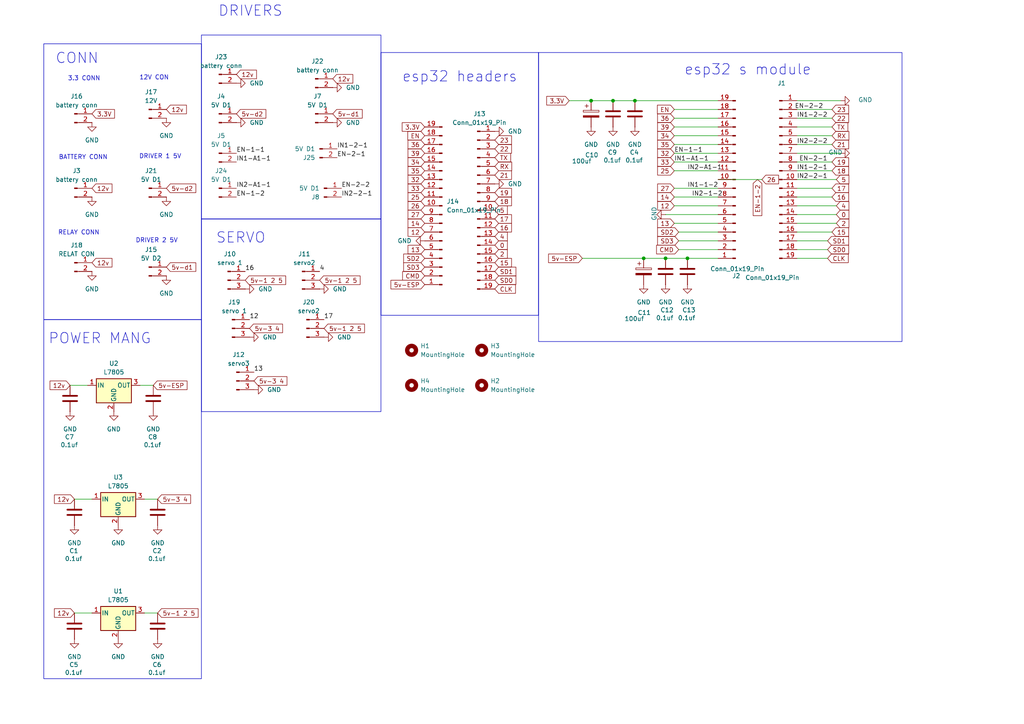
<source format=kicad_sch>
(kicad_sch
	(version 20231120)
	(generator "eeschema")
	(generator_version "8.0")
	(uuid "9edd0f69-0f44-44e5-9d6a-ce2d81da2d70")
	(paper "A4")
	(lib_symbols
		(symbol "Connector:Conn_01x02_Pin"
			(pin_names
				(offset 1.016) hide)
			(exclude_from_sim no)
			(in_bom yes)
			(on_board yes)
			(property "Reference" "J"
				(at 0 2.54 0)
				(effects
					(font
						(size 1.27 1.27)
					)
				)
			)
			(property "Value" "Conn_01x02_Pin"
				(at 0 -5.08 0)
				(effects
					(font
						(size 1.27 1.27)
					)
				)
			)
			(property "Footprint" ""
				(at 0 0 0)
				(effects
					(font
						(size 1.27 1.27)
					)
					(hide yes)
				)
			)
			(property "Datasheet" "~"
				(at 0 0 0)
				(effects
					(font
						(size 1.27 1.27)
					)
					(hide yes)
				)
			)
			(property "Description" "Generic connector, single row, 01x02, script generated"
				(at 0 0 0)
				(effects
					(font
						(size 1.27 1.27)
					)
					(hide yes)
				)
			)
			(property "ki_locked" ""
				(at 0 0 0)
				(effects
					(font
						(size 1.27 1.27)
					)
				)
			)
			(property "ki_keywords" "connector"
				(at 0 0 0)
				(effects
					(font
						(size 1.27 1.27)
					)
					(hide yes)
				)
			)
			(property "ki_fp_filters" "Connector*:*_1x??_*"
				(at 0 0 0)
				(effects
					(font
						(size 1.27 1.27)
					)
					(hide yes)
				)
			)
			(symbol "Conn_01x02_Pin_1_1"
				(polyline
					(pts
						(xy 1.27 -2.54) (xy 0.8636 -2.54)
					)
					(stroke
						(width 0.1524)
						(type default)
					)
					(fill
						(type none)
					)
				)
				(polyline
					(pts
						(xy 1.27 0) (xy 0.8636 0)
					)
					(stroke
						(width 0.1524)
						(type default)
					)
					(fill
						(type none)
					)
				)
				(rectangle
					(start 0.8636 -2.413)
					(end 0 -2.667)
					(stroke
						(width 0.1524)
						(type default)
					)
					(fill
						(type outline)
					)
				)
				(rectangle
					(start 0.8636 0.127)
					(end 0 -0.127)
					(stroke
						(width 0.1524)
						(type default)
					)
					(fill
						(type outline)
					)
				)
				(pin passive line
					(at 5.08 0 180)
					(length 3.81)
					(name "Pin_1"
						(effects
							(font
								(size 1.27 1.27)
							)
						)
					)
					(number "1"
						(effects
							(font
								(size 1.27 1.27)
							)
						)
					)
				)
				(pin passive line
					(at 5.08 -2.54 180)
					(length 3.81)
					(name "Pin_2"
						(effects
							(font
								(size 1.27 1.27)
							)
						)
					)
					(number "2"
						(effects
							(font
								(size 1.27 1.27)
							)
						)
					)
				)
			)
		)
		(symbol "Connector:Conn_01x03_Pin"
			(pin_names
				(offset 1.016) hide)
			(exclude_from_sim no)
			(in_bom yes)
			(on_board yes)
			(property "Reference" "J"
				(at 0 5.08 0)
				(effects
					(font
						(size 1.27 1.27)
					)
				)
			)
			(property "Value" "Conn_01x03_Pin"
				(at 0 -5.08 0)
				(effects
					(font
						(size 1.27 1.27)
					)
				)
			)
			(property "Footprint" ""
				(at 0 0 0)
				(effects
					(font
						(size 1.27 1.27)
					)
					(hide yes)
				)
			)
			(property "Datasheet" "~"
				(at 0 0 0)
				(effects
					(font
						(size 1.27 1.27)
					)
					(hide yes)
				)
			)
			(property "Description" "Generic connector, single row, 01x03, script generated"
				(at 0 0 0)
				(effects
					(font
						(size 1.27 1.27)
					)
					(hide yes)
				)
			)
			(property "ki_locked" ""
				(at 0 0 0)
				(effects
					(font
						(size 1.27 1.27)
					)
				)
			)
			(property "ki_keywords" "connector"
				(at 0 0 0)
				(effects
					(font
						(size 1.27 1.27)
					)
					(hide yes)
				)
			)
			(property "ki_fp_filters" "Connector*:*_1x??_*"
				(at 0 0 0)
				(effects
					(font
						(size 1.27 1.27)
					)
					(hide yes)
				)
			)
			(symbol "Conn_01x03_Pin_1_1"
				(polyline
					(pts
						(xy 1.27 -2.54) (xy 0.8636 -2.54)
					)
					(stroke
						(width 0.1524)
						(type default)
					)
					(fill
						(type none)
					)
				)
				(polyline
					(pts
						(xy 1.27 0) (xy 0.8636 0)
					)
					(stroke
						(width 0.1524)
						(type default)
					)
					(fill
						(type none)
					)
				)
				(polyline
					(pts
						(xy 1.27 2.54) (xy 0.8636 2.54)
					)
					(stroke
						(width 0.1524)
						(type default)
					)
					(fill
						(type none)
					)
				)
				(rectangle
					(start 0.8636 -2.413)
					(end 0 -2.667)
					(stroke
						(width 0.1524)
						(type default)
					)
					(fill
						(type outline)
					)
				)
				(rectangle
					(start 0.8636 0.127)
					(end 0 -0.127)
					(stroke
						(width 0.1524)
						(type default)
					)
					(fill
						(type outline)
					)
				)
				(rectangle
					(start 0.8636 2.667)
					(end 0 2.413)
					(stroke
						(width 0.1524)
						(type default)
					)
					(fill
						(type outline)
					)
				)
				(pin passive line
					(at 5.08 2.54 180)
					(length 3.81)
					(name "Pin_1"
						(effects
							(font
								(size 1.27 1.27)
							)
						)
					)
					(number "1"
						(effects
							(font
								(size 1.27 1.27)
							)
						)
					)
				)
				(pin passive line
					(at 5.08 0 180)
					(length 3.81)
					(name "Pin_2"
						(effects
							(font
								(size 1.27 1.27)
							)
						)
					)
					(number "2"
						(effects
							(font
								(size 1.27 1.27)
							)
						)
					)
				)
				(pin passive line
					(at 5.08 -2.54 180)
					(length 3.81)
					(name "Pin_3"
						(effects
							(font
								(size 1.27 1.27)
							)
						)
					)
					(number "3"
						(effects
							(font
								(size 1.27 1.27)
							)
						)
					)
				)
			)
		)
		(symbol "Connector:Conn_01x19_Pin"
			(pin_names
				(offset 1.016) hide)
			(exclude_from_sim no)
			(in_bom yes)
			(on_board yes)
			(property "Reference" "J"
				(at 0 25.4 0)
				(effects
					(font
						(size 1.27 1.27)
					)
				)
			)
			(property "Value" "Conn_01x19_Pin"
				(at 0 -25.4 0)
				(effects
					(font
						(size 1.27 1.27)
					)
				)
			)
			(property "Footprint" ""
				(at 0 0 0)
				(effects
					(font
						(size 1.27 1.27)
					)
					(hide yes)
				)
			)
			(property "Datasheet" "~"
				(at 0 0 0)
				(effects
					(font
						(size 1.27 1.27)
					)
					(hide yes)
				)
			)
			(property "Description" "Generic connector, single row, 01x19, script generated"
				(at 0 0 0)
				(effects
					(font
						(size 1.27 1.27)
					)
					(hide yes)
				)
			)
			(property "ki_locked" ""
				(at 0 0 0)
				(effects
					(font
						(size 1.27 1.27)
					)
				)
			)
			(property "ki_keywords" "connector"
				(at 0 0 0)
				(effects
					(font
						(size 1.27 1.27)
					)
					(hide yes)
				)
			)
			(property "ki_fp_filters" "Connector*:*_1x??_*"
				(at 0 0 0)
				(effects
					(font
						(size 1.27 1.27)
					)
					(hide yes)
				)
			)
			(symbol "Conn_01x19_Pin_1_1"
				(polyline
					(pts
						(xy 1.27 -22.86) (xy 0.8636 -22.86)
					)
					(stroke
						(width 0.1524)
						(type default)
					)
					(fill
						(type none)
					)
				)
				(polyline
					(pts
						(xy 1.27 -20.32) (xy 0.8636 -20.32)
					)
					(stroke
						(width 0.1524)
						(type default)
					)
					(fill
						(type none)
					)
				)
				(polyline
					(pts
						(xy 1.27 -17.78) (xy 0.8636 -17.78)
					)
					(stroke
						(width 0.1524)
						(type default)
					)
					(fill
						(type none)
					)
				)
				(polyline
					(pts
						(xy 1.27 -15.24) (xy 0.8636 -15.24)
					)
					(stroke
						(width 0.1524)
						(type default)
					)
					(fill
						(type none)
					)
				)
				(polyline
					(pts
						(xy 1.27 -12.7) (xy 0.8636 -12.7)
					)
					(stroke
						(width 0.1524)
						(type default)
					)
					(fill
						(type none)
					)
				)
				(polyline
					(pts
						(xy 1.27 -10.16) (xy 0.8636 -10.16)
					)
					(stroke
						(width 0.1524)
						(type default)
					)
					(fill
						(type none)
					)
				)
				(polyline
					(pts
						(xy 1.27 -7.62) (xy 0.8636 -7.62)
					)
					(stroke
						(width 0.1524)
						(type default)
					)
					(fill
						(type none)
					)
				)
				(polyline
					(pts
						(xy 1.27 -5.08) (xy 0.8636 -5.08)
					)
					(stroke
						(width 0.1524)
						(type default)
					)
					(fill
						(type none)
					)
				)
				(polyline
					(pts
						(xy 1.27 -2.54) (xy 0.8636 -2.54)
					)
					(stroke
						(width 0.1524)
						(type default)
					)
					(fill
						(type none)
					)
				)
				(polyline
					(pts
						(xy 1.27 0) (xy 0.8636 0)
					)
					(stroke
						(width 0.1524)
						(type default)
					)
					(fill
						(type none)
					)
				)
				(polyline
					(pts
						(xy 1.27 2.54) (xy 0.8636 2.54)
					)
					(stroke
						(width 0.1524)
						(type default)
					)
					(fill
						(type none)
					)
				)
				(polyline
					(pts
						(xy 1.27 5.08) (xy 0.8636 5.08)
					)
					(stroke
						(width 0.1524)
						(type default)
					)
					(fill
						(type none)
					)
				)
				(polyline
					(pts
						(xy 1.27 7.62) (xy 0.8636 7.62)
					)
					(stroke
						(width 0.1524)
						(type default)
					)
					(fill
						(type none)
					)
				)
				(polyline
					(pts
						(xy 1.27 10.16) (xy 0.8636 10.16)
					)
					(stroke
						(width 0.1524)
						(type default)
					)
					(fill
						(type none)
					)
				)
				(polyline
					(pts
						(xy 1.27 12.7) (xy 0.8636 12.7)
					)
					(stroke
						(width 0.1524)
						(type default)
					)
					(fill
						(type none)
					)
				)
				(polyline
					(pts
						(xy 1.27 15.24) (xy 0.8636 15.24)
					)
					(stroke
						(width 0.1524)
						(type default)
					)
					(fill
						(type none)
					)
				)
				(polyline
					(pts
						(xy 1.27 17.78) (xy 0.8636 17.78)
					)
					(stroke
						(width 0.1524)
						(type default)
					)
					(fill
						(type none)
					)
				)
				(polyline
					(pts
						(xy 1.27 20.32) (xy 0.8636 20.32)
					)
					(stroke
						(width 0.1524)
						(type default)
					)
					(fill
						(type none)
					)
				)
				(polyline
					(pts
						(xy 1.27 22.86) (xy 0.8636 22.86)
					)
					(stroke
						(width 0.1524)
						(type default)
					)
					(fill
						(type none)
					)
				)
				(rectangle
					(start 0.8636 -22.733)
					(end 0 -22.987)
					(stroke
						(width 0.1524)
						(type default)
					)
					(fill
						(type outline)
					)
				)
				(rectangle
					(start 0.8636 -20.193)
					(end 0 -20.447)
					(stroke
						(width 0.1524)
						(type default)
					)
					(fill
						(type outline)
					)
				)
				(rectangle
					(start 0.8636 -17.653)
					(end 0 -17.907)
					(stroke
						(width 0.1524)
						(type default)
					)
					(fill
						(type outline)
					)
				)
				(rectangle
					(start 0.8636 -15.113)
					(end 0 -15.367)
					(stroke
						(width 0.1524)
						(type default)
					)
					(fill
						(type outline)
					)
				)
				(rectangle
					(start 0.8636 -12.573)
					(end 0 -12.827)
					(stroke
						(width 0.1524)
						(type default)
					)
					(fill
						(type outline)
					)
				)
				(rectangle
					(start 0.8636 -10.033)
					(end 0 -10.287)
					(stroke
						(width 0.1524)
						(type default)
					)
					(fill
						(type outline)
					)
				)
				(rectangle
					(start 0.8636 -7.493)
					(end 0 -7.747)
					(stroke
						(width 0.1524)
						(type default)
					)
					(fill
						(type outline)
					)
				)
				(rectangle
					(start 0.8636 -4.953)
					(end 0 -5.207)
					(stroke
						(width 0.1524)
						(type default)
					)
					(fill
						(type outline)
					)
				)
				(rectangle
					(start 0.8636 -2.413)
					(end 0 -2.667)
					(stroke
						(width 0.1524)
						(type default)
					)
					(fill
						(type outline)
					)
				)
				(rectangle
					(start 0.8636 0.127)
					(end 0 -0.127)
					(stroke
						(width 0.1524)
						(type default)
					)
					(fill
						(type outline)
					)
				)
				(rectangle
					(start 0.8636 2.667)
					(end 0 2.413)
					(stroke
						(width 0.1524)
						(type default)
					)
					(fill
						(type outline)
					)
				)
				(rectangle
					(start 0.8636 5.207)
					(end 0 4.953)
					(stroke
						(width 0.1524)
						(type default)
					)
					(fill
						(type outline)
					)
				)
				(rectangle
					(start 0.8636 7.747)
					(end 0 7.493)
					(stroke
						(width 0.1524)
						(type default)
					)
					(fill
						(type outline)
					)
				)
				(rectangle
					(start 0.8636 10.287)
					(end 0 10.033)
					(stroke
						(width 0.1524)
						(type default)
					)
					(fill
						(type outline)
					)
				)
				(rectangle
					(start 0.8636 12.827)
					(end 0 12.573)
					(stroke
						(width 0.1524)
						(type default)
					)
					(fill
						(type outline)
					)
				)
				(rectangle
					(start 0.8636 15.367)
					(end 0 15.113)
					(stroke
						(width 0.1524)
						(type default)
					)
					(fill
						(type outline)
					)
				)
				(rectangle
					(start 0.8636 17.907)
					(end 0 17.653)
					(stroke
						(width 0.1524)
						(type default)
					)
					(fill
						(type outline)
					)
				)
				(rectangle
					(start 0.8636 20.447)
					(end 0 20.193)
					(stroke
						(width 0.1524)
						(type default)
					)
					(fill
						(type outline)
					)
				)
				(rectangle
					(start 0.8636 22.987)
					(end 0 22.733)
					(stroke
						(width 0.1524)
						(type default)
					)
					(fill
						(type outline)
					)
				)
				(pin passive line
					(at 5.08 22.86 180)
					(length 3.81)
					(name "Pin_1"
						(effects
							(font
								(size 1.27 1.27)
							)
						)
					)
					(number "1"
						(effects
							(font
								(size 1.27 1.27)
							)
						)
					)
				)
				(pin passive line
					(at 5.08 0 180)
					(length 3.81)
					(name "Pin_10"
						(effects
							(font
								(size 1.27 1.27)
							)
						)
					)
					(number "10"
						(effects
							(font
								(size 1.27 1.27)
							)
						)
					)
				)
				(pin passive line
					(at 5.08 -2.54 180)
					(length 3.81)
					(name "Pin_11"
						(effects
							(font
								(size 1.27 1.27)
							)
						)
					)
					(number "11"
						(effects
							(font
								(size 1.27 1.27)
							)
						)
					)
				)
				(pin passive line
					(at 5.08 -5.08 180)
					(length 3.81)
					(name "Pin_12"
						(effects
							(font
								(size 1.27 1.27)
							)
						)
					)
					(number "12"
						(effects
							(font
								(size 1.27 1.27)
							)
						)
					)
				)
				(pin passive line
					(at 5.08 -7.62 180)
					(length 3.81)
					(name "Pin_13"
						(effects
							(font
								(size 1.27 1.27)
							)
						)
					)
					(number "13"
						(effects
							(font
								(size 1.27 1.27)
							)
						)
					)
				)
				(pin passive line
					(at 5.08 -10.16 180)
					(length 3.81)
					(name "Pin_14"
						(effects
							(font
								(size 1.27 1.27)
							)
						)
					)
					(number "14"
						(effects
							(font
								(size 1.27 1.27)
							)
						)
					)
				)
				(pin passive line
					(at 5.08 -12.7 180)
					(length 3.81)
					(name "Pin_15"
						(effects
							(font
								(size 1.27 1.27)
							)
						)
					)
					(number "15"
						(effects
							(font
								(size 1.27 1.27)
							)
						)
					)
				)
				(pin passive line
					(at 5.08 -15.24 180)
					(length 3.81)
					(name "Pin_16"
						(effects
							(font
								(size 1.27 1.27)
							)
						)
					)
					(number "16"
						(effects
							(font
								(size 1.27 1.27)
							)
						)
					)
				)
				(pin passive line
					(at 5.08 -17.78 180)
					(length 3.81)
					(name "Pin_17"
						(effects
							(font
								(size 1.27 1.27)
							)
						)
					)
					(number "17"
						(effects
							(font
								(size 1.27 1.27)
							)
						)
					)
				)
				(pin passive line
					(at 5.08 -20.32 180)
					(length 3.81)
					(name "Pin_18"
						(effects
							(font
								(size 1.27 1.27)
							)
						)
					)
					(number "18"
						(effects
							(font
								(size 1.27 1.27)
							)
						)
					)
				)
				(pin passive line
					(at 5.08 -22.86 180)
					(length 3.81)
					(name "Pin_19"
						(effects
							(font
								(size 1.27 1.27)
							)
						)
					)
					(number "19"
						(effects
							(font
								(size 1.27 1.27)
							)
						)
					)
				)
				(pin passive line
					(at 5.08 20.32 180)
					(length 3.81)
					(name "Pin_2"
						(effects
							(font
								(size 1.27 1.27)
							)
						)
					)
					(number "2"
						(effects
							(font
								(size 1.27 1.27)
							)
						)
					)
				)
				(pin passive line
					(at 5.08 17.78 180)
					(length 3.81)
					(name "Pin_3"
						(effects
							(font
								(size 1.27 1.27)
							)
						)
					)
					(number "3"
						(effects
							(font
								(size 1.27 1.27)
							)
						)
					)
				)
				(pin passive line
					(at 5.08 15.24 180)
					(length 3.81)
					(name "Pin_4"
						(effects
							(font
								(size 1.27 1.27)
							)
						)
					)
					(number "4"
						(effects
							(font
								(size 1.27 1.27)
							)
						)
					)
				)
				(pin passive line
					(at 5.08 12.7 180)
					(length 3.81)
					(name "Pin_5"
						(effects
							(font
								(size 1.27 1.27)
							)
						)
					)
					(number "5"
						(effects
							(font
								(size 1.27 1.27)
							)
						)
					)
				)
				(pin passive line
					(at 5.08 10.16 180)
					(length 3.81)
					(name "Pin_6"
						(effects
							(font
								(size 1.27 1.27)
							)
						)
					)
					(number "6"
						(effects
							(font
								(size 1.27 1.27)
							)
						)
					)
				)
				(pin passive line
					(at 5.08 7.62 180)
					(length 3.81)
					(name "Pin_7"
						(effects
							(font
								(size 1.27 1.27)
							)
						)
					)
					(number "7"
						(effects
							(font
								(size 1.27 1.27)
							)
						)
					)
				)
				(pin passive line
					(at 5.08 5.08 180)
					(length 3.81)
					(name "Pin_8"
						(effects
							(font
								(size 1.27 1.27)
							)
						)
					)
					(number "8"
						(effects
							(font
								(size 1.27 1.27)
							)
						)
					)
				)
				(pin passive line
					(at 5.08 2.54 180)
					(length 3.81)
					(name "Pin_9"
						(effects
							(font
								(size 1.27 1.27)
							)
						)
					)
					(number "9"
						(effects
							(font
								(size 1.27 1.27)
							)
						)
					)
				)
			)
		)
		(symbol "Device:C"
			(pin_numbers hide)
			(pin_names
				(offset 0.254)
			)
			(exclude_from_sim no)
			(in_bom yes)
			(on_board yes)
			(property "Reference" "C"
				(at 0.635 2.54 0)
				(effects
					(font
						(size 1.27 1.27)
					)
					(justify left)
				)
			)
			(property "Value" "C"
				(at 0.635 -2.54 0)
				(effects
					(font
						(size 1.27 1.27)
					)
					(justify left)
				)
			)
			(property "Footprint" ""
				(at 0.9652 -3.81 0)
				(effects
					(font
						(size 1.27 1.27)
					)
					(hide yes)
				)
			)
			(property "Datasheet" "~"
				(at 0 0 0)
				(effects
					(font
						(size 1.27 1.27)
					)
					(hide yes)
				)
			)
			(property "Description" "Unpolarized capacitor"
				(at 0 0 0)
				(effects
					(font
						(size 1.27 1.27)
					)
					(hide yes)
				)
			)
			(property "ki_keywords" "cap capacitor"
				(at 0 0 0)
				(effects
					(font
						(size 1.27 1.27)
					)
					(hide yes)
				)
			)
			(property "ki_fp_filters" "C_*"
				(at 0 0 0)
				(effects
					(font
						(size 1.27 1.27)
					)
					(hide yes)
				)
			)
			(symbol "C_0_1"
				(polyline
					(pts
						(xy -2.032 -0.762) (xy 2.032 -0.762)
					)
					(stroke
						(width 0.508)
						(type default)
					)
					(fill
						(type none)
					)
				)
				(polyline
					(pts
						(xy -2.032 0.762) (xy 2.032 0.762)
					)
					(stroke
						(width 0.508)
						(type default)
					)
					(fill
						(type none)
					)
				)
			)
			(symbol "C_1_1"
				(pin passive line
					(at 0 3.81 270)
					(length 2.794)
					(name "~"
						(effects
							(font
								(size 1.27 1.27)
							)
						)
					)
					(number "1"
						(effects
							(font
								(size 1.27 1.27)
							)
						)
					)
				)
				(pin passive line
					(at 0 -3.81 90)
					(length 2.794)
					(name "~"
						(effects
							(font
								(size 1.27 1.27)
							)
						)
					)
					(number "2"
						(effects
							(font
								(size 1.27 1.27)
							)
						)
					)
				)
			)
		)
		(symbol "Device:C_Polarized"
			(pin_numbers hide)
			(pin_names
				(offset 0.254)
			)
			(exclude_from_sim no)
			(in_bom yes)
			(on_board yes)
			(property "Reference" "C"
				(at 0.635 2.54 0)
				(effects
					(font
						(size 1.27 1.27)
					)
					(justify left)
				)
			)
			(property "Value" "C_Polarized"
				(at 0.635 -2.54 0)
				(effects
					(font
						(size 1.27 1.27)
					)
					(justify left)
				)
			)
			(property "Footprint" ""
				(at 0.9652 -3.81 0)
				(effects
					(font
						(size 1.27 1.27)
					)
					(hide yes)
				)
			)
			(property "Datasheet" "~"
				(at 0 0 0)
				(effects
					(font
						(size 1.27 1.27)
					)
					(hide yes)
				)
			)
			(property "Description" "Polarized capacitor"
				(at 0 0 0)
				(effects
					(font
						(size 1.27 1.27)
					)
					(hide yes)
				)
			)
			(property "ki_keywords" "cap capacitor"
				(at 0 0 0)
				(effects
					(font
						(size 1.27 1.27)
					)
					(hide yes)
				)
			)
			(property "ki_fp_filters" "CP_*"
				(at 0 0 0)
				(effects
					(font
						(size 1.27 1.27)
					)
					(hide yes)
				)
			)
			(symbol "C_Polarized_0_1"
				(rectangle
					(start -2.286 0.508)
					(end 2.286 1.016)
					(stroke
						(width 0)
						(type default)
					)
					(fill
						(type none)
					)
				)
				(polyline
					(pts
						(xy -1.778 2.286) (xy -0.762 2.286)
					)
					(stroke
						(width 0)
						(type default)
					)
					(fill
						(type none)
					)
				)
				(polyline
					(pts
						(xy -1.27 2.794) (xy -1.27 1.778)
					)
					(stroke
						(width 0)
						(type default)
					)
					(fill
						(type none)
					)
				)
				(rectangle
					(start 2.286 -0.508)
					(end -2.286 -1.016)
					(stroke
						(width 0)
						(type default)
					)
					(fill
						(type outline)
					)
				)
			)
			(symbol "C_Polarized_1_1"
				(pin passive line
					(at 0 3.81 270)
					(length 2.794)
					(name "~"
						(effects
							(font
								(size 1.27 1.27)
							)
						)
					)
					(number "1"
						(effects
							(font
								(size 1.27 1.27)
							)
						)
					)
				)
				(pin passive line
					(at 0 -3.81 90)
					(length 2.794)
					(name "~"
						(effects
							(font
								(size 1.27 1.27)
							)
						)
					)
					(number "2"
						(effects
							(font
								(size 1.27 1.27)
							)
						)
					)
				)
			)
		)
		(symbol "Mechanical:MountingHole"
			(pin_names
				(offset 1.016)
			)
			(exclude_from_sim yes)
			(in_bom no)
			(on_board yes)
			(property "Reference" "H"
				(at 0 5.08 0)
				(effects
					(font
						(size 1.27 1.27)
					)
				)
			)
			(property "Value" "MountingHole"
				(at 0 3.175 0)
				(effects
					(font
						(size 1.27 1.27)
					)
				)
			)
			(property "Footprint" ""
				(at 0 0 0)
				(effects
					(font
						(size 1.27 1.27)
					)
					(hide yes)
				)
			)
			(property "Datasheet" "~"
				(at 0 0 0)
				(effects
					(font
						(size 1.27 1.27)
					)
					(hide yes)
				)
			)
			(property "Description" "Mounting Hole without connection"
				(at 0 0 0)
				(effects
					(font
						(size 1.27 1.27)
					)
					(hide yes)
				)
			)
			(property "ki_keywords" "mounting hole"
				(at 0 0 0)
				(effects
					(font
						(size 1.27 1.27)
					)
					(hide yes)
				)
			)
			(property "ki_fp_filters" "MountingHole*"
				(at 0 0 0)
				(effects
					(font
						(size 1.27 1.27)
					)
					(hide yes)
				)
			)
			(symbol "MountingHole_0_1"
				(circle
					(center 0 0)
					(radius 1.27)
					(stroke
						(width 1.27)
						(type default)
					)
					(fill
						(type none)
					)
				)
			)
		)
		(symbol "Regulator_Linear:L7805"
			(pin_names
				(offset 0.254)
			)
			(exclude_from_sim no)
			(in_bom yes)
			(on_board yes)
			(property "Reference" "U"
				(at -3.81 3.175 0)
				(effects
					(font
						(size 1.27 1.27)
					)
				)
			)
			(property "Value" "L7805"
				(at 0 3.175 0)
				(effects
					(font
						(size 1.27 1.27)
					)
					(justify left)
				)
			)
			(property "Footprint" ""
				(at 0.635 -3.81 0)
				(effects
					(font
						(size 1.27 1.27)
						(italic yes)
					)
					(justify left)
					(hide yes)
				)
			)
			(property "Datasheet" "http://www.st.com/content/ccc/resource/technical/document/datasheet/41/4f/b3/b0/12/d4/47/88/CD00000444.pdf/files/CD00000444.pdf/jcr:content/translations/en.CD00000444.pdf"
				(at 0 -1.27 0)
				(effects
					(font
						(size 1.27 1.27)
					)
					(hide yes)
				)
			)
			(property "Description" "Positive 1.5A 35V Linear Regulator, Fixed Output 5V, TO-220/TO-263/TO-252"
				(at 0 0 0)
				(effects
					(font
						(size 1.27 1.27)
					)
					(hide yes)
				)
			)
			(property "ki_keywords" "Voltage Regulator 1.5A Positive"
				(at 0 0 0)
				(effects
					(font
						(size 1.27 1.27)
					)
					(hide yes)
				)
			)
			(property "ki_fp_filters" "TO?252* TO?263* TO?220*"
				(at 0 0 0)
				(effects
					(font
						(size 1.27 1.27)
					)
					(hide yes)
				)
			)
			(symbol "L7805_0_1"
				(rectangle
					(start -5.08 1.905)
					(end 5.08 -5.08)
					(stroke
						(width 0.254)
						(type default)
					)
					(fill
						(type background)
					)
				)
			)
			(symbol "L7805_1_1"
				(pin power_in line
					(at -7.62 0 0)
					(length 2.54)
					(name "IN"
						(effects
							(font
								(size 1.27 1.27)
							)
						)
					)
					(number "1"
						(effects
							(font
								(size 1.27 1.27)
							)
						)
					)
				)
				(pin power_in line
					(at 0 -7.62 90)
					(length 2.54)
					(name "GND"
						(effects
							(font
								(size 1.27 1.27)
							)
						)
					)
					(number "2"
						(effects
							(font
								(size 1.27 1.27)
							)
						)
					)
				)
				(pin power_out line
					(at 7.62 0 180)
					(length 2.54)
					(name "OUT"
						(effects
							(font
								(size 1.27 1.27)
							)
						)
					)
					(number "3"
						(effects
							(font
								(size 1.27 1.27)
							)
						)
					)
				)
			)
		)
		(symbol "power:GND"
			(power)
			(pin_numbers hide)
			(pin_names
				(offset 0) hide)
			(exclude_from_sim no)
			(in_bom yes)
			(on_board yes)
			(property "Reference" "#PWR"
				(at 0 -6.35 0)
				(effects
					(font
						(size 1.27 1.27)
					)
					(hide yes)
				)
			)
			(property "Value" "GND"
				(at 0 -3.81 0)
				(effects
					(font
						(size 1.27 1.27)
					)
				)
			)
			(property "Footprint" ""
				(at 0 0 0)
				(effects
					(font
						(size 1.27 1.27)
					)
					(hide yes)
				)
			)
			(property "Datasheet" ""
				(at 0 0 0)
				(effects
					(font
						(size 1.27 1.27)
					)
					(hide yes)
				)
			)
			(property "Description" "Power symbol creates a global label with name \"GND\" , ground"
				(at 0 0 0)
				(effects
					(font
						(size 1.27 1.27)
					)
					(hide yes)
				)
			)
			(property "ki_keywords" "global power"
				(at 0 0 0)
				(effects
					(font
						(size 1.27 1.27)
					)
					(hide yes)
				)
			)
			(symbol "GND_0_1"
				(polyline
					(pts
						(xy 0 0) (xy 0 -1.27) (xy 1.27 -1.27) (xy 0 -2.54) (xy -1.27 -1.27) (xy 0 -1.27)
					)
					(stroke
						(width 0)
						(type default)
					)
					(fill
						(type none)
					)
				)
			)
			(symbol "GND_1_1"
				(pin power_in line
					(at 0 0 270)
					(length 0)
					(name "~"
						(effects
							(font
								(size 1.27 1.27)
							)
						)
					)
					(number "1"
						(effects
							(font
								(size 1.27 1.27)
							)
						)
					)
				)
			)
		)
	)
	(junction
		(at 171.45 29.21)
		(diameter 0)
		(color 0 0 0 0)
		(uuid "112927ee-a58e-4917-b7f8-8278e10ded22")
	)
	(junction
		(at 199.39 74.93)
		(diameter 0)
		(color 0 0 0 0)
		(uuid "25f1fe54-65bf-44b0-97a1-7cd7f1779acb")
	)
	(junction
		(at 193.04 74.93)
		(diameter 0)
		(color 0 0 0 0)
		(uuid "4c4dfda6-3d5f-4c87-8cea-b9334cde6be1")
	)
	(junction
		(at 177.8 29.21)
		(diameter 0)
		(color 0 0 0 0)
		(uuid "6a430c24-f76a-469b-a0af-3fa3adc1faad")
	)
	(junction
		(at 186.69 74.93)
		(diameter 0)
		(color 0 0 0 0)
		(uuid "8e050130-b70b-4438-b114-3dfbbec4513a")
	)
	(junction
		(at 184.15 29.21)
		(diameter 0)
		(color 0 0 0 0)
		(uuid "903464f2-f101-47c0-b470-2cebc15a55b8")
	)
	(wire
		(pts
			(xy 20.32 111.76) (xy 25.4 111.76)
		)
		(stroke
			(width 0)
			(type default)
		)
		(uuid "02184258-d189-4bb1-a92b-9bf463ea4d22")
	)
	(wire
		(pts
			(xy 241.3 57.15) (xy 231.14 57.15)
		)
		(stroke
			(width 0)
			(type default)
		)
		(uuid "05ae66c6-d21d-41a4-a0be-a05a955ca1c0")
	)
	(wire
		(pts
			(xy 231.14 34.29) (xy 241.3 34.29)
		)
		(stroke
			(width 0)
			(type default)
		)
		(uuid "05d772dc-e541-481b-8c25-b03b15470c64")
	)
	(wire
		(pts
			(xy 243.84 29.21) (xy 231.14 29.21)
		)
		(stroke
			(width 0)
			(type default)
		)
		(uuid "0bd43e13-1dc7-41c1-b337-e5494fc0cefa")
	)
	(wire
		(pts
			(xy 243.84 44.45) (xy 231.14 44.45)
		)
		(stroke
			(width 0)
			(type default)
		)
		(uuid "247c366a-1fea-4828-a3dc-cf02c2acbcdb")
	)
	(wire
		(pts
			(xy 168.91 74.93) (xy 186.69 74.93)
		)
		(stroke
			(width 0)
			(type default)
		)
		(uuid "24c0829c-206a-465d-94cc-0f1e3af4e360")
	)
	(wire
		(pts
			(xy 184.15 29.21) (xy 208.28 29.21)
		)
		(stroke
			(width 0)
			(type default)
		)
		(uuid "25bb41fc-488a-46c7-812a-4ef9a06ea2c6")
	)
	(wire
		(pts
			(xy 242.57 64.77) (xy 231.14 64.77)
		)
		(stroke
			(width 0)
			(type default)
		)
		(uuid "2bb08c32-b889-40dd-9676-60f46ed9b7a4")
	)
	(wire
		(pts
			(xy 195.58 39.37) (xy 208.28 39.37)
		)
		(stroke
			(width 0)
			(type default)
		)
		(uuid "2c39f6cb-978e-45e4-998f-77c27ca6958d")
	)
	(wire
		(pts
			(xy 231.14 36.83) (xy 241.3 36.83)
		)
		(stroke
			(width 0)
			(type default)
		)
		(uuid "32d4a0b0-696a-4b5a-a485-408b88fdba15")
	)
	(wire
		(pts
			(xy 240.03 72.39) (xy 231.14 72.39)
		)
		(stroke
			(width 0)
			(type default)
		)
		(uuid "3369ff87-1466-428a-af0a-3daf9572b957")
	)
	(wire
		(pts
			(xy 40.64 111.76) (xy 44.45 111.76)
		)
		(stroke
			(width 0)
			(type default)
		)
		(uuid "41490744-ca00-4011-ba09-5f1f4e96eae5")
	)
	(wire
		(pts
			(xy 242.57 59.69) (xy 231.14 59.69)
		)
		(stroke
			(width 0)
			(type default)
		)
		(uuid "434ad345-3168-46b2-9398-cd114e15dd55")
	)
	(wire
		(pts
			(xy 186.69 74.93) (xy 193.04 74.93)
		)
		(stroke
			(width 0)
			(type default)
		)
		(uuid "43a1b1b7-bff5-427f-8a25-37063fa065c5")
	)
	(wire
		(pts
			(xy 231.14 54.61) (xy 241.3 54.61)
		)
		(stroke
			(width 0)
			(type default)
		)
		(uuid "4920bb06-c8b3-4f18-9a8a-42e4457a7884")
	)
	(wire
		(pts
			(xy 241.3 67.31) (xy 231.14 67.31)
		)
		(stroke
			(width 0)
			(type default)
		)
		(uuid "51f5740f-373a-4338-abc0-2b5b80eb8c62")
	)
	(wire
		(pts
			(xy 21.59 177.8) (xy 26.67 177.8)
		)
		(stroke
			(width 0)
			(type default)
		)
		(uuid "547fe3d1-a1a7-4bc4-9318-9be1adfa98d0")
	)
	(wire
		(pts
			(xy 195.58 57.15) (xy 208.28 57.15)
		)
		(stroke
			(width 0)
			(type default)
		)
		(uuid "58323734-845c-4cf0-b5ba-d35920e1537d")
	)
	(wire
		(pts
			(xy 193.04 74.93) (xy 199.39 74.93)
		)
		(stroke
			(width 0)
			(type default)
		)
		(uuid "5b6a5422-2974-4cb4-8e98-3ac86e65cb18")
	)
	(wire
		(pts
			(xy 41.91 144.78) (xy 45.72 144.78)
		)
		(stroke
			(width 0)
			(type default)
		)
		(uuid "5c34ea4b-6113-4e8f-a37c-77a4f03b44d4")
	)
	(wire
		(pts
			(xy 41.91 177.8) (xy 45.72 177.8)
		)
		(stroke
			(width 0)
			(type default)
		)
		(uuid "5ed8b224-330e-45de-bde4-445ad3e424ef")
	)
	(wire
		(pts
			(xy 195.58 36.83) (xy 208.28 36.83)
		)
		(stroke
			(width 0)
			(type default)
		)
		(uuid "64442791-c9b3-4f02-80c6-b9203c1093cc")
	)
	(wire
		(pts
			(xy 241.3 39.37) (xy 231.14 39.37)
		)
		(stroke
			(width 0)
			(type default)
		)
		(uuid "7aefbf5f-00ea-494f-8e44-be623fe8436c")
	)
	(wire
		(pts
			(xy 231.14 31.75) (xy 241.3 31.75)
		)
		(stroke
			(width 0)
			(type default)
		)
		(uuid "7d719973-efdf-480e-9af1-229135dd8873")
	)
	(wire
		(pts
			(xy 231.14 52.07) (xy 242.57 52.07)
		)
		(stroke
			(width 0)
			(type default)
		)
		(uuid "806a1df1-a46c-484a-bd05-d5e7e879e87a")
	)
	(wire
		(pts
			(xy 242.57 62.23) (xy 231.14 62.23)
		)
		(stroke
			(width 0)
			(type default)
		)
		(uuid "8294f0b7-d439-4732-9aa4-fbd5d72e0124")
	)
	(wire
		(pts
			(xy 165.1 29.21) (xy 171.45 29.21)
		)
		(stroke
			(width 0)
			(type default)
		)
		(uuid "8f7aa865-55c5-4079-8370-be602854e9fd")
	)
	(wire
		(pts
			(xy 195.58 59.69) (xy 208.28 59.69)
		)
		(stroke
			(width 0)
			(type default)
		)
		(uuid "916c92aa-369f-4af2-b064-dc58f71a367e")
	)
	(wire
		(pts
			(xy 240.03 74.93) (xy 231.14 74.93)
		)
		(stroke
			(width 0)
			(type default)
		)
		(uuid "9a0e7e3d-e50c-4561-9524-220659a0ad24")
	)
	(wire
		(pts
			(xy 195.58 54.61) (xy 208.28 54.61)
		)
		(stroke
			(width 0)
			(type default)
		)
		(uuid "9b75805d-4883-44e6-86bc-5d3af8700f40")
	)
	(wire
		(pts
			(xy 177.8 29.21) (xy 171.45 29.21)
		)
		(stroke
			(width 0)
			(type default)
		)
		(uuid "a6c86eb8-ff53-4b44-98e9-151ef876fd5c")
	)
	(wire
		(pts
			(xy 240.03 69.85) (xy 231.14 69.85)
		)
		(stroke
			(width 0)
			(type default)
		)
		(uuid "a885c12d-f814-43fd-ab81-6b13aa93e8a6")
	)
	(wire
		(pts
			(xy 231.14 49.53) (xy 241.3 49.53)
		)
		(stroke
			(width 0)
			(type default)
		)
		(uuid "aff95250-81ff-431b-99e3-be3494cc9d59")
	)
	(wire
		(pts
			(xy 195.58 31.75) (xy 208.28 31.75)
		)
		(stroke
			(width 0)
			(type default)
		)
		(uuid "b0705a28-b3f6-423e-9783-769989a7916a")
	)
	(wire
		(pts
			(xy 193.04 62.23) (xy 208.28 62.23)
		)
		(stroke
			(width 0)
			(type default)
		)
		(uuid "bc8b1a38-a5b7-484b-88cb-c5d2697c6fb1")
	)
	(wire
		(pts
			(xy 21.59 144.78) (xy 26.67 144.78)
		)
		(stroke
			(width 0)
			(type default)
		)
		(uuid "c34eaec9-fc07-44ce-8e8e-1effac64d7bd")
	)
	(wire
		(pts
			(xy 195.58 41.91) (xy 208.28 41.91)
		)
		(stroke
			(width 0)
			(type default)
		)
		(uuid "c37c8524-e664-4c18-bb35-0eaa1653eb04")
	)
	(wire
		(pts
			(xy 231.14 41.91) (xy 241.3 41.91)
		)
		(stroke
			(width 0)
			(type default)
		)
		(uuid "c9e50149-24a8-4d3f-8f49-eff8b0102f9c")
	)
	(wire
		(pts
			(xy 199.39 74.93) (xy 208.28 74.93)
		)
		(stroke
			(width 0)
			(type default)
		)
		(uuid "ccf2e391-6ab4-46e6-8094-e4642accb21f")
	)
	(wire
		(pts
			(xy 195.58 64.77) (xy 208.28 64.77)
		)
		(stroke
			(width 0)
			(type default)
		)
		(uuid "d2c8c596-9d46-4761-a03b-255ee3ef78c9")
	)
	(wire
		(pts
			(xy 195.58 44.45) (xy 208.28 44.45)
		)
		(stroke
			(width 0)
			(type default)
		)
		(uuid "d352c897-eddd-4ae6-a84b-2fc955ad1064")
	)
	(wire
		(pts
			(xy 220.98 52.07) (xy 208.28 52.07)
		)
		(stroke
			(width 0)
			(type default)
		)
		(uuid "d6302f05-928a-44e4-9841-779e681e68a4")
	)
	(wire
		(pts
			(xy 196.85 67.31) (xy 208.28 67.31)
		)
		(stroke
			(width 0)
			(type default)
		)
		(uuid "dbc98dca-65eb-4778-9d28-b9f37a64f9e4")
	)
	(wire
		(pts
			(xy 195.58 46.99) (xy 208.28 46.99)
		)
		(stroke
			(width 0)
			(type default)
		)
		(uuid "e5c49d1a-2042-4a67-8db4-f543e25f0224")
	)
	(wire
		(pts
			(xy 195.58 34.29) (xy 208.28 34.29)
		)
		(stroke
			(width 0)
			(type default)
		)
		(uuid "e7cd6721-6a2c-404c-baf1-88767b39f3ec")
	)
	(wire
		(pts
			(xy 184.15 29.21) (xy 177.8 29.21)
		)
		(stroke
			(width 0)
			(type default)
		)
		(uuid "ef44ceb9-fbf8-4a5e-aecd-56428310a927")
	)
	(wire
		(pts
			(xy 196.85 72.39) (xy 208.28 72.39)
		)
		(stroke
			(width 0)
			(type default)
		)
		(uuid "f477a75d-cae1-4178-96d9-e046ee7a0df1")
	)
	(wire
		(pts
			(xy 231.14 46.99) (xy 241.3 46.99)
		)
		(stroke
			(width 0)
			(type default)
		)
		(uuid "f52b5105-671c-4283-b5d2-51a626cf6f8a")
	)
	(wire
		(pts
			(xy 196.85 69.85) (xy 208.28 69.85)
		)
		(stroke
			(width 0)
			(type default)
		)
		(uuid "fbba6751-623d-4e62-bd9d-98a657e04522")
	)
	(wire
		(pts
			(xy 195.58 49.53) (xy 208.28 49.53)
		)
		(stroke
			(width 0)
			(type default)
		)
		(uuid "fd5f135b-183a-450a-9131-66b62ecf48d8")
	)
	(rectangle
		(start 58.42 10.16)
		(end 110.49 63.5)
		(stroke
			(width 0)
			(type default)
		)
		(fill
			(type none)
		)
		(uuid 1246717c-b370-4942-a512-c063e176978c)
	)
	(rectangle
		(start 12.7 12.7)
		(end 58.42 92.71)
		(stroke
			(width 0)
			(type default)
		)
		(fill
			(type none)
		)
		(uuid 7ac8328e-21ec-4390-8211-8921354d25a9)
	)
	(rectangle
		(start 12.7 92.71)
		(end 58.42 196.85)
		(stroke
			(width 0)
			(type default)
		)
		(fill
			(type none)
		)
		(uuid 9516d57e-e201-4faf-87b8-21d2dac9ec2d)
	)
	(rectangle
		(start 156.21 15.24)
		(end 261.62 99.06)
		(stroke
			(width 0)
			(type default)
		)
		(fill
			(type none)
		)
		(uuid ab6141e9-ff59-40eb-b4c5-f8393f561e43)
	)
	(rectangle
		(start 110.49 15.24)
		(end 156.21 91.44)
		(stroke
			(width 0)
			(type default)
		)
		(fill
			(type none)
		)
		(uuid d5fdb225-f367-4e4e-ba74-cbfa7193bef9)
	)
	(rectangle
		(start 58.42 63.5)
		(end 110.49 119.38)
		(stroke
			(width 0)
			(type default)
		)
		(fill
			(type none)
		)
		(uuid defd9997-cd38-4348-8965-ee6cdcb4e4e9)
	)
	(text "BATTERY CONN"
		(exclude_from_sim no)
		(at 24.13 45.72 0)
		(effects
			(font
				(size 1.27 1.27)
			)
		)
		(uuid "06fe3e90-751a-4641-bd3d-2665ca15f77b")
	)
	(text "POWER MANG"
		(exclude_from_sim no)
		(at 28.956 98.298 0)
		(effects
			(font
				(size 3 3)
			)
		)
		(uuid "391b76ba-cef3-429a-ac12-f0dd5f679ec8")
	)
	(text "SERVO"
		(exclude_from_sim no)
		(at 69.85 69.088 0)
		(effects
			(font
				(size 3 3)
			)
		)
		(uuid "3ec8db70-9736-45cc-97c9-048f66b36f7b")
	)
	(text "CONN"
		(exclude_from_sim no)
		(at 22.352 17.018 0)
		(effects
			(font
				(size 3 3)
			)
		)
		(uuid "4c74e2f9-5700-4570-aedb-ee479fa48658")
	)
	(text "3.3 CONN"
		(exclude_from_sim no)
		(at 24.384 22.86 0)
		(effects
			(font
				(size 1.27 1.27)
			)
		)
		(uuid "4d7e096e-6a12-4fd1-b361-ab233f5516e3")
	)
	(text "DRIVERS"
		(exclude_from_sim no)
		(at 72.644 3.302 0)
		(effects
			(font
				(size 3 3)
			)
		)
		(uuid "5aa155b4-8df6-4928-8cb6-4f12e4be9615")
	)
	(text "DRIVER 2 5V"
		(exclude_from_sim no)
		(at 45.466 69.85 0)
		(effects
			(font
				(size 1.27 1.27)
			)
		)
		(uuid "c5717bfe-63bf-4371-8886-1fa9c7eeb3b8")
	)
	(text "12V CON"
		(exclude_from_sim no)
		(at 44.704 22.606 0)
		(effects
			(font
				(size 1.27 1.27)
			)
		)
		(uuid "ca9ae5fd-de29-46ed-ac3d-73cae4f3fd1d")
	)
	(text "DRIVER 1 5V"
		(exclude_from_sim no)
		(at 46.482 45.466 0)
		(effects
			(font
				(size 1.27 1.27)
			)
		)
		(uuid "de42544b-9494-4c8b-b79f-fb987290b919")
	)
	(text "esp32 s module"
		(exclude_from_sim no)
		(at 216.916 20.32 0)
		(effects
			(font
				(size 3 3)
			)
		)
		(uuid "e5562a9b-1a9c-419b-8b0a-f0579e23de0d")
	)
	(text "RELAY CONN"
		(exclude_from_sim no)
		(at 22.86 67.564 0)
		(effects
			(font
				(size 1.27 1.27)
			)
		)
		(uuid "ecca6b94-ebac-4bb6-86fb-160d87c8b967")
	)
	(text "esp32 headers\n"
		(exclude_from_sim no)
		(at 133.35 22.352 0)
		(effects
			(font
				(size 3 3)
			)
		)
		(uuid "f887eda9-56ea-4e27-80ab-4c561be9e924")
	)
	(label "EN-2-2"
		(at 238.76 31.75 180)
		(fields_autoplaced yes)
		(effects
			(font
				(size 1.27 1.27)
			)
			(justify right bottom)
		)
		(uuid "05ccb6f3-fafc-46f3-b1e4-09182bdb037d")
	)
	(label "4"
		(at 92.71 78.74 0)
		(fields_autoplaced yes)
		(effects
			(font
				(size 1.27 1.27)
			)
			(justify left bottom)
		)
		(uuid "07e077fb-0f57-432f-9cb7-e05740e00ec7")
	)
	(label "IN1-A1-1"
		(at 68.58 46.99 0)
		(fields_autoplaced yes)
		(effects
			(font
				(size 1.27 1.27)
			)
			(justify left bottom)
		)
		(uuid "0db74765-55df-4a96-8ed0-6abad82fb5db")
	)
	(label "IN2-A1-1"
		(at 68.58 54.61 0)
		(fields_autoplaced yes)
		(effects
			(font
				(size 1.27 1.27)
			)
			(justify left bottom)
		)
		(uuid "2273fa36-8665-4691-bb54-c274d5c48c07")
	)
	(label "IN1-1-2"
		(at 199.39 54.61 0)
		(fields_autoplaced yes)
		(effects
			(font
				(size 1.27 1.27)
			)
			(justify left bottom)
		)
		(uuid "2a16f290-bf44-44bc-8377-9540c8a50247")
	)
	(label "EN-2-1"
		(at 240.03 46.99 180)
		(fields_autoplaced yes)
		(effects
			(font
				(size 1.27 1.27)
			)
			(justify right bottom)
		)
		(uuid "401d7984-01c4-4d85-9b66-3acb7abb9fd1")
	)
	(label "IN2-2-1"
		(at 99.06 57.15 0)
		(fields_autoplaced yes)
		(effects
			(font
				(size 1.27 1.27)
			)
			(justify left bottom)
		)
		(uuid "402c1574-edde-4f29-8b1e-0425a84b8238")
	)
	(label "EN-2-1"
		(at 97.79 45.72 0)
		(fields_autoplaced yes)
		(effects
			(font
				(size 1.27 1.27)
			)
			(justify left bottom)
		)
		(uuid "45ac9350-1aaf-488e-ab96-b9b7887e0d2a")
	)
	(label "IN1-2-1"
		(at 97.79 43.18 0)
		(fields_autoplaced yes)
		(effects
			(font
				(size 1.27 1.27)
			)
			(justify left bottom)
		)
		(uuid "468a161b-375c-44a8-b088-c15593156c07")
	)
	(label "IN1-1-2"
		(at -16.51 48.26 0)
		(fields_autoplaced yes)
		(effects
			(font
				(size 1.27 1.27)
			)
			(justify left bottom)
		)
		(uuid "49c3c85b-4f1c-493a-9511-4d5d695c56d4")
	)
	(label "IN2-1-2"
		(at -16.51 50.8 0)
		(fields_autoplaced yes)
		(effects
			(font
				(size 1.27 1.27)
			)
			(justify left bottom)
		)
		(uuid "4e18ab64-bba0-49b4-aca6-fa91a61726cb")
	)
	(label "EN-1-1"
		(at 195.58 44.45 0)
		(fields_autoplaced yes)
		(effects
			(font
				(size 1.27 1.27)
			)
			(justify left bottom)
		)
		(uuid "53bc1854-6d24-432d-a733-6e6c5bbaf9b7")
	)
	(label "IN2-2-2"
		(at -15.24 60.96 0)
		(fields_autoplaced yes)
		(effects
			(font
				(size 1.27 1.27)
			)
			(justify left bottom)
		)
		(uuid "5f5f3ff8-4f92-4f32-8e50-396eebaca4ab")
	)
	(label "IN1-2-2"
		(at 240.03 34.29 180)
		(fields_autoplaced yes)
		(effects
			(font
				(size 1.27 1.27)
			)
			(justify right bottom)
		)
		(uuid "5fe0651a-3438-4263-968b-e41ae29e54a7")
	)
	(label "EN-2-2"
		(at 99.06 54.61 0)
		(fields_autoplaced yes)
		(effects
			(font
				(size 1.27 1.27)
			)
			(justify left bottom)
		)
		(uuid "69e289af-66ba-40d3-ad3a-acc557f067ff")
	)
	(label "IN2-2-1"
		(at 240.03 52.07 180)
		(fields_autoplaced yes)
		(effects
			(font
				(size 1.27 1.27)
			)
			(justify right bottom)
		)
		(uuid "6e8625d5-41ba-4b01-b10d-6afe290ddcb9")
	)
	(label "17"
		(at 93.98 92.71 0)
		(fields_autoplaced yes)
		(effects
			(font
				(size 1.27 1.27)
			)
			(justify left bottom)
		)
		(uuid "7d58bf6c-e271-4cef-94db-b9f8469c6608")
	)
	(label "16"
		(at 71.12 78.74 0)
		(fields_autoplaced yes)
		(effects
			(font
				(size 1.27 1.27)
			)
			(justify left bottom)
		)
		(uuid "8eafb995-7462-48d3-8fcc-9bd7ec3b907b")
	)
	(label "EN-1-1"
		(at 68.58 44.45 0)
		(fields_autoplaced yes)
		(effects
			(font
				(size 1.27 1.27)
			)
			(justify left bottom)
		)
		(uuid "8f1c171d-10ba-487e-9078-3cd6b398d037")
	)
	(label "IN2-A1-1"
		(at 199.39 49.53 0)
		(fields_autoplaced yes)
		(effects
			(font
				(size 1.27 1.27)
			)
			(justify left bottom)
		)
		(uuid "99cb66aa-64a4-4c41-b91a-736f5e3e6c5b")
	)
	(label "IN2-2-2"
		(at 240.03 41.91 180)
		(fields_autoplaced yes)
		(effects
			(font
				(size 1.27 1.27)
			)
			(justify right bottom)
		)
		(uuid "b75a5f84-79a7-462e-ac46-65d5d5736caa")
	)
	(label "EN-1-2"
		(at 68.58 57.15 0)
		(fields_autoplaced yes)
		(effects
			(font
				(size 1.27 1.27)
			)
			(justify left bottom)
		)
		(uuid "b95ad489-eb8a-4fbc-9df6-d44f8987e942")
	)
	(label "IN1-A1-1"
		(at 195.58 46.99 0)
		(fields_autoplaced yes)
		(effects
			(font
				(size 1.27 1.27)
			)
			(justify left bottom)
		)
		(uuid "c4294dca-5026-406a-bdf9-6a3f19bb5364")
	)
	(label "13"
		(at 73.66 107.95 0)
		(fields_autoplaced yes)
		(effects
			(font
				(size 1.27 1.27)
			)
			(justify left bottom)
		)
		(uuid "c7497ec2-c4fe-428d-86b0-36277d702bdc")
	)
	(label "IN1-2-2"
		(at -15.24 58.42 0)
		(fields_autoplaced yes)
		(effects
			(font
				(size 1.27 1.27)
			)
			(justify left bottom)
		)
		(uuid "ca06e7ce-d377-42c2-b0c6-63a2cbb578d6")
	)
	(label "12"
		(at 72.39 92.71 0)
		(fields_autoplaced yes)
		(effects
			(font
				(size 1.27 1.27)
			)
			(justify left bottom)
		)
		(uuid "f1457378-ca69-40c6-adb9-6f966b1ecaa1")
	)
	(label "IN1-2-1"
		(at 240.03 49.53 180)
		(fields_autoplaced yes)
		(effects
			(font
				(size 1.27 1.27)
			)
			(justify right bottom)
		)
		(uuid "f172c6b1-b869-4c93-b230-e0840439c2d6")
	)
	(label "IN2-1-2"
		(at 200.66 57.15 0)
		(fields_autoplaced yes)
		(effects
			(font
				(size 1.27 1.27)
			)
			(justify left bottom)
		)
		(uuid "fce3792d-c28e-4618-bfea-89e8376c1871")
	)
	(global_label "0"
		(shape input)
		(at 143.51 71.12 0)
		(fields_autoplaced yes)
		(effects
			(font
				(size 1.27 1.27)
			)
			(justify left)
		)
		(uuid "00d8a8b8-1e42-4aa2-8fa9-9100bacb1566")
		(property "Intersheetrefs" "${INTERSHEET_REFS}"
			(at 147.7047 71.12 0)
			(effects
				(font
					(size 1.27 1.27)
				)
				(justify left)
				(hide yes)
			)
		)
	)
	(global_label "36"
		(shape input)
		(at 195.58 34.29 180)
		(fields_autoplaced yes)
		(effects
			(font
				(size 1.27 1.27)
			)
			(justify right)
		)
		(uuid "0193035f-0b3b-4304-ac49-e0eeeedcf113")
		(property "Intersheetrefs" "${INTERSHEET_REFS}"
			(at 190.1758 34.29 0)
			(effects
				(font
					(size 1.27 1.27)
				)
				(justify right)
				(hide yes)
			)
		)
	)
	(global_label "RX"
		(shape input)
		(at 143.51 48.26 0)
		(fields_autoplaced yes)
		(effects
			(font
				(size 1.27 1.27)
			)
			(justify left)
		)
		(uuid "039416f1-cdf0-4de0-8f5a-a124e28dffe6")
		(property "Intersheetrefs" "${INTERSHEET_REFS}"
			(at 148.9747 48.26 0)
			(effects
				(font
					(size 1.27 1.27)
				)
				(justify left)
				(hide yes)
			)
		)
	)
	(global_label "EN-1-2"
		(shape input)
		(at 219.71 52.07 270)
		(fields_autoplaced yes)
		(effects
			(font
				(size 1.27 1.27)
			)
			(justify right)
		)
		(uuid "0ee70697-7d7a-4da9-9949-1ecf02b6aaf3")
		(property "Intersheetrefs" "${INTERSHEET_REFS}"
			(at 219.71 63.0985 90)
			(effects
				(font
					(size 1.27 1.27)
				)
				(justify right)
				(hide yes)
			)
		)
	)
	(global_label "33"
		(shape input)
		(at 123.19 54.61 180)
		(fields_autoplaced yes)
		(effects
			(font
				(size 1.27 1.27)
			)
			(justify right)
		)
		(uuid "0f322f50-745b-4c5a-a1e1-a4b60ad55b51")
		(property "Intersheetrefs" "${INTERSHEET_REFS}"
			(at 117.7858 54.61 0)
			(effects
				(font
					(size 1.27 1.27)
				)
				(justify right)
				(hide yes)
			)
		)
	)
	(global_label "18"
		(shape input)
		(at 143.51 58.42 0)
		(fields_autoplaced yes)
		(effects
			(font
				(size 1.27 1.27)
			)
			(justify left)
		)
		(uuid "13eeb4e0-559f-4af1-a05d-444b3df738d3")
		(property "Intersheetrefs" "${INTERSHEET_REFS}"
			(at 148.9142 58.42 0)
			(effects
				(font
					(size 1.27 1.27)
				)
				(justify left)
				(hide yes)
			)
		)
	)
	(global_label "13"
		(shape input)
		(at 195.58 64.77 180)
		(fields_autoplaced yes)
		(effects
			(font
				(size 1.27 1.27)
			)
			(justify right)
		)
		(uuid "17b80388-b4a7-4751-88cf-817faaf7d9fc")
		(property "Intersheetrefs" "${INTERSHEET_REFS}"
			(at 190.1758 64.77 0)
			(effects
				(font
					(size 1.27 1.27)
				)
				(justify right)
				(hide yes)
			)
		)
	)
	(global_label "CLK"
		(shape input)
		(at 240.03 74.93 0)
		(fields_autoplaced yes)
		(effects
			(font
				(size 1.27 1.27)
			)
			(justify left)
		)
		(uuid "191a8b20-1d3d-4c9c-b184-1d7ff5e856bc")
		(property "Intersheetrefs" "${INTERSHEET_REFS}"
			(at 246.5833 74.93 0)
			(effects
				(font
					(size 1.27 1.27)
				)
				(justify left)
				(hide yes)
			)
		)
	)
	(global_label "SD0"
		(shape input)
		(at 143.51 81.28 0)
		(fields_autoplaced yes)
		(effects
			(font
				(size 1.27 1.27)
			)
			(justify left)
		)
		(uuid "19f8fb6b-4954-4a18-8bea-49f6d5860dd1")
		(property "Intersheetrefs" "${INTERSHEET_REFS}"
			(at 150.1842 81.28 0)
			(effects
				(font
					(size 1.27 1.27)
				)
				(justify left)
				(hide yes)
			)
		)
	)
	(global_label "EN"
		(shape input)
		(at 195.58 31.75 180)
		(fields_autoplaced yes)
		(effects
			(font
				(size 1.27 1.27)
			)
			(justify right)
		)
		(uuid "1ad07c21-589b-4e95-8543-39551fe5466c")
		(property "Intersheetrefs" "${INTERSHEET_REFS}"
			(at 190.1153 31.75 0)
			(effects
				(font
					(size 1.27 1.27)
				)
				(justify right)
				(hide yes)
			)
		)
	)
	(global_label "5v-1 2 5"
		(shape input)
		(at 45.72 177.8 0)
		(fields_autoplaced yes)
		(effects
			(font
				(size 1.27 1.27)
			)
			(justify left)
		)
		(uuid "1b6a2edb-a04e-4430-ae51-3d07d8143f11")
		(property "Intersheetrefs" "${INTERSHEET_REFS}"
			(at 58.0184 177.8 0)
			(effects
				(font
					(size 1.27 1.27)
				)
				(justify left)
				(hide yes)
			)
		)
	)
	(global_label "3.3V"
		(shape input)
		(at 165.1 29.21 180)
		(fields_autoplaced yes)
		(effects
			(font
				(size 1.27 1.27)
			)
			(justify right)
		)
		(uuid "1d6ad86c-cd11-422a-aa9a-6ede9eb4ae1f")
		(property "Intersheetrefs" "${INTERSHEET_REFS}"
			(at 158.0024 29.21 0)
			(effects
				(font
					(size 1.27 1.27)
				)
				(justify right)
				(hide yes)
			)
		)
	)
	(global_label "12v"
		(shape input)
		(at 21.59 144.78 180)
		(fields_autoplaced yes)
		(effects
			(font
				(size 1.27 1.27)
			)
			(justify right)
		)
		(uuid "1d7f8122-bd3c-41e1-91ba-013218329e17")
		(property "Intersheetrefs" "${INTERSHEET_REFS}"
			(at 15.2182 144.78 0)
			(effects
				(font
					(size 1.27 1.27)
				)
				(justify right)
				(hide yes)
			)
		)
	)
	(global_label "5v-ESP"
		(shape input)
		(at 44.45 111.76 0)
		(fields_autoplaced yes)
		(effects
			(font
				(size 1.27 1.27)
			)
			(justify left)
		)
		(uuid "1db10512-7eb5-4e35-a771-a1abdaf5ff8e")
		(property "Intersheetrefs" "${INTERSHEET_REFS}"
			(at 54.8132 111.76 0)
			(effects
				(font
					(size 1.27 1.27)
				)
				(justify left)
				(hide yes)
			)
		)
	)
	(global_label "5v-3 4"
		(shape input)
		(at 72.39 95.25 0)
		(fields_autoplaced yes)
		(effects
			(font
				(size 1.27 1.27)
			)
			(justify left)
		)
		(uuid "1ebc6c3a-5bbf-4a3f-85dc-a008655ac2ce")
		(property "Intersheetrefs" "${INTERSHEET_REFS}"
			(at 82.5113 95.25 0)
			(effects
				(font
					(size 1.27 1.27)
				)
				(justify left)
				(hide yes)
			)
		)
	)
	(global_label "34"
		(shape input)
		(at 195.58 39.37 180)
		(fields_autoplaced yes)
		(effects
			(font
				(size 1.27 1.27)
			)
			(justify right)
		)
		(uuid "210493a6-02b2-438e-8f19-f591d3dde628")
		(property "Intersheetrefs" "${INTERSHEET_REFS}"
			(at 190.1758 39.37 0)
			(effects
				(font
					(size 1.27 1.27)
				)
				(justify right)
				(hide yes)
			)
		)
	)
	(global_label "5v-1 2 5"
		(shape input)
		(at 93.98 95.25 0)
		(fields_autoplaced yes)
		(effects
			(font
				(size 1.27 1.27)
			)
			(justify left)
		)
		(uuid "21d9b183-bb5d-47b3-b766-f0fc4f6f2361")
		(property "Intersheetrefs" "${INTERSHEET_REFS}"
			(at 106.2784 95.25 0)
			(effects
				(font
					(size 1.27 1.27)
				)
				(justify left)
				(hide yes)
			)
		)
	)
	(global_label "TX"
		(shape input)
		(at 143.51 45.72 0)
		(fields_autoplaced yes)
		(effects
			(font
				(size 1.27 1.27)
			)
			(justify left)
		)
		(uuid "23a0b652-4c83-4dea-aea6-ace643343f44")
		(property "Intersheetrefs" "${INTERSHEET_REFS}"
			(at 148.6723 45.72 0)
			(effects
				(font
					(size 1.27 1.27)
				)
				(justify left)
				(hide yes)
			)
		)
	)
	(global_label "5v-1 2 5"
		(shape input)
		(at 92.71 81.28 0)
		(fields_autoplaced yes)
		(effects
			(font
				(size 1.27 1.27)
			)
			(justify left)
		)
		(uuid "2608c16e-cecd-4dd3-a2ed-43faa4e09c0f")
		(property "Intersheetrefs" "${INTERSHEET_REFS}"
			(at 105.0084 81.28 0)
			(effects
				(font
					(size 1.27 1.27)
				)
				(justify left)
				(hide yes)
			)
		)
	)
	(global_label "SD3"
		(shape input)
		(at 196.85 69.85 180)
		(fields_autoplaced yes)
		(effects
			(font
				(size 1.27 1.27)
			)
			(justify right)
		)
		(uuid "261f86be-d6e8-493f-af0c-2f16623cb991")
		(property "Intersheetrefs" "${INTERSHEET_REFS}"
			(at 190.1758 69.85 0)
			(effects
				(font
					(size 1.27 1.27)
				)
				(justify right)
				(hide yes)
			)
		)
	)
	(global_label "5v-3 4"
		(shape input)
		(at 73.66 110.49 0)
		(fields_autoplaced yes)
		(effects
			(font
				(size 1.27 1.27)
			)
			(justify left)
		)
		(uuid "2865b4b6-90f9-44d3-948d-89ba3a9cc321")
		(property "Intersheetrefs" "${INTERSHEET_REFS}"
			(at 83.7813 110.49 0)
			(effects
				(font
					(size 1.27 1.27)
				)
				(justify left)
				(hide yes)
			)
		)
	)
	(global_label "32"
		(shape input)
		(at 123.19 52.07 180)
		(fields_autoplaced yes)
		(effects
			(font
				(size 1.27 1.27)
			)
			(justify right)
		)
		(uuid "28d6b05a-7a30-4ab7-8cf6-eaa768c15f19")
		(property "Intersheetrefs" "${INTERSHEET_REFS}"
			(at 117.7858 52.07 0)
			(effects
				(font
					(size 1.27 1.27)
				)
				(justify right)
				(hide yes)
			)
		)
	)
	(global_label "12v"
		(shape input)
		(at 48.26 31.75 0)
		(fields_autoplaced yes)
		(effects
			(font
				(size 1.27 1.27)
			)
			(justify left)
		)
		(uuid "2fea0e00-9d43-4ac2-9721-347976330738")
		(property "Intersheetrefs" "${INTERSHEET_REFS}"
			(at 54.6318 31.75 0)
			(effects
				(font
					(size 1.27 1.27)
				)
				(justify left)
				(hide yes)
			)
		)
	)
	(global_label "RX"
		(shape input)
		(at 241.3 39.37 0)
		(fields_autoplaced yes)
		(effects
			(font
				(size 1.27 1.27)
			)
			(justify left)
		)
		(uuid "33b9b806-f467-447d-9746-8fef2368001f")
		(property "Intersheetrefs" "${INTERSHEET_REFS}"
			(at 246.7647 39.37 0)
			(effects
				(font
					(size 1.27 1.27)
				)
				(justify left)
				(hide yes)
			)
		)
	)
	(global_label "19"
		(shape input)
		(at 143.51 55.88 0)
		(fields_autoplaced yes)
		(effects
			(font
				(size 1.27 1.27)
			)
			(justify left)
		)
		(uuid "370fc066-6b65-41f2-8fcc-ac58c4302632")
		(property "Intersheetrefs" "${INTERSHEET_REFS}"
			(at 148.9142 55.88 0)
			(effects
				(font
					(size 1.27 1.27)
				)
				(justify left)
				(hide yes)
			)
		)
	)
	(global_label "SD0"
		(shape input)
		(at 240.03 72.39 0)
		(fields_autoplaced yes)
		(effects
			(font
				(size 1.27 1.27)
			)
			(justify left)
		)
		(uuid "372019d1-34f2-46c5-8788-acc968061013")
		(property "Intersheetrefs" "${INTERSHEET_REFS}"
			(at 246.7042 72.39 0)
			(effects
				(font
					(size 1.27 1.27)
				)
				(justify left)
				(hide yes)
			)
		)
	)
	(global_label "27"
		(shape input)
		(at 123.19 62.23 180)
		(fields_autoplaced yes)
		(effects
			(font
				(size 1.27 1.27)
			)
			(justify right)
		)
		(uuid "384da18f-34b4-4ee1-bc49-eddd7d3a1c0f")
		(property "Intersheetrefs" "${INTERSHEET_REFS}"
			(at 117.7858 62.23 0)
			(effects
				(font
					(size 1.27 1.27)
				)
				(justify right)
				(hide yes)
			)
		)
	)
	(global_label "25"
		(shape input)
		(at 195.58 49.53 180)
		(fields_autoplaced yes)
		(effects
			(font
				(size 1.27 1.27)
			)
			(justify right)
		)
		(uuid "3b921ff2-964d-4102-b189-b1578a9900a3")
		(property "Intersheetrefs" "${INTERSHEET_REFS}"
			(at 190.1758 49.53 0)
			(effects
				(font
					(size 1.27 1.27)
				)
				(justify right)
				(hide yes)
			)
		)
	)
	(global_label "SD2"
		(shape input)
		(at 123.19 74.93 180)
		(fields_autoplaced yes)
		(effects
			(font
				(size 1.27 1.27)
			)
			(justify right)
		)
		(uuid "3d37fcb5-fb73-49ea-90ad-6cb9cbc2c8e1")
		(property "Intersheetrefs" "${INTERSHEET_REFS}"
			(at 116.5158 74.93 0)
			(effects
				(font
					(size 1.27 1.27)
				)
				(justify right)
				(hide yes)
			)
		)
	)
	(global_label "EN"
		(shape input)
		(at 123.19 39.37 180)
		(fields_autoplaced yes)
		(effects
			(font
				(size 1.27 1.27)
			)
			(justify right)
		)
		(uuid "4375409b-e970-43d9-8ee2-72f447cd12a7")
		(property "Intersheetrefs" "${INTERSHEET_REFS}"
			(at 117.7253 39.37 0)
			(effects
				(font
					(size 1.27 1.27)
				)
				(justify right)
				(hide yes)
			)
		)
	)
	(global_label "5v-d1"
		(shape input)
		(at 96.52 33.02 0)
		(fields_autoplaced yes)
		(effects
			(font
				(size 1.27 1.27)
			)
			(justify left)
		)
		(uuid "45eac2ff-e925-4792-8e45-c26dfb009895")
		(property "Intersheetrefs" "${INTERSHEET_REFS}"
			(at 105.6132 33.02 0)
			(effects
				(font
					(size 1.27 1.27)
				)
				(justify left)
				(hide yes)
			)
		)
	)
	(global_label "35"
		(shape input)
		(at 195.58 41.91 180)
		(fields_autoplaced yes)
		(effects
			(font
				(size 1.27 1.27)
			)
			(justify right)
		)
		(uuid "46ea688f-f9d6-4db0-97f9-904a8f754fb6")
		(property "Intersheetrefs" "${INTERSHEET_REFS}"
			(at 190.1758 41.91 0)
			(effects
				(font
					(size 1.27 1.27)
				)
				(justify right)
				(hide yes)
			)
		)
	)
	(global_label "TX"
		(shape input)
		(at 241.3 36.83 0)
		(fields_autoplaced yes)
		(effects
			(font
				(size 1.27 1.27)
			)
			(justify left)
		)
		(uuid "56924cc1-2ce8-4998-9346-f956da3c3887")
		(property "Intersheetrefs" "${INTERSHEET_REFS}"
			(at 246.4623 36.83 0)
			(effects
				(font
					(size 1.27 1.27)
				)
				(justify left)
				(hide yes)
			)
		)
	)
	(global_label "CMD"
		(shape input)
		(at 196.85 72.39 180)
		(fields_autoplaced yes)
		(effects
			(font
				(size 1.27 1.27)
			)
			(justify right)
		)
		(uuid "580ff37b-a08d-4c49-91c0-2a9afb015ad1")
		(property "Intersheetrefs" "${INTERSHEET_REFS}"
			(at 189.8734 72.39 0)
			(effects
				(font
					(size 1.27 1.27)
				)
				(justify right)
				(hide yes)
			)
		)
	)
	(global_label "CLK"
		(shape input)
		(at 143.51 83.82 0)
		(fields_autoplaced yes)
		(effects
			(font
				(size 1.27 1.27)
			)
			(justify left)
		)
		(uuid "5e165a46-d44f-4085-b5c3-3e66af6a1470")
		(property "Intersheetrefs" "${INTERSHEET_REFS}"
			(at 150.0633 83.82 0)
			(effects
				(font
					(size 1.27 1.27)
				)
				(justify left)
				(hide yes)
			)
		)
	)
	(global_label "5"
		(shape input)
		(at 143.51 60.96 0)
		(fields_autoplaced yes)
		(effects
			(font
				(size 1.27 1.27)
			)
			(justify left)
		)
		(uuid "5ef42cd2-e967-4ed3-982c-8a31a7bab776")
		(property "Intersheetrefs" "${INTERSHEET_REFS}"
			(at 147.7047 60.96 0)
			(effects
				(font
					(size 1.27 1.27)
				)
				(justify left)
				(hide yes)
			)
		)
	)
	(global_label "12v"
		(shape input)
		(at 68.58 21.59 0)
		(fields_autoplaced yes)
		(effects
			(font
				(size 1.27 1.27)
			)
			(justify left)
		)
		(uuid "6a990502-ecd9-4b2d-a10a-2d1e86aa5d31")
		(property "Intersheetrefs" "${INTERSHEET_REFS}"
			(at 74.9518 21.59 0)
			(effects
				(font
					(size 1.27 1.27)
				)
				(justify left)
				(hide yes)
			)
		)
	)
	(global_label "16"
		(shape input)
		(at 143.51 66.04 0)
		(fields_autoplaced yes)
		(effects
			(font
				(size 1.27 1.27)
			)
			(justify left)
		)
		(uuid "6b37f6a8-8bad-4ad2-89a2-94a300c81722")
		(property "Intersheetrefs" "${INTERSHEET_REFS}"
			(at 148.9142 66.04 0)
			(effects
				(font
					(size 1.27 1.27)
				)
				(justify left)
				(hide yes)
			)
		)
	)
	(global_label "39"
		(shape input)
		(at 195.58 36.83 180)
		(fields_autoplaced yes)
		(effects
			(font
				(size 1.27 1.27)
			)
			(justify right)
		)
		(uuid "6c95a123-50f7-46e0-b3a9-881f3dd4ffbc")
		(property "Intersheetrefs" "${INTERSHEET_REFS}"
			(at 190.1758 36.83 0)
			(effects
				(font
					(size 1.27 1.27)
				)
				(justify right)
				(hide yes)
			)
		)
	)
	(global_label "SD2"
		(shape input)
		(at 196.85 67.31 180)
		(fields_autoplaced yes)
		(effects
			(font
				(size 1.27 1.27)
			)
			(justify right)
		)
		(uuid "6de8e624-615e-43b7-aedd-ea6e1feef976")
		(property "Intersheetrefs" "${INTERSHEET_REFS}"
			(at 190.1758 67.31 0)
			(effects
				(font
					(size 1.27 1.27)
				)
				(justify right)
				(hide yes)
			)
		)
	)
	(global_label "12v"
		(shape input)
		(at 20.32 111.76 180)
		(fields_autoplaced yes)
		(effects
			(font
				(size 1.27 1.27)
			)
			(justify right)
		)
		(uuid "71909f83-b18b-4a3b-a1ee-4623bd4b182f")
		(property "Intersheetrefs" "${INTERSHEET_REFS}"
			(at 13.9482 111.76 0)
			(effects
				(font
					(size 1.27 1.27)
				)
				(justify right)
				(hide yes)
			)
		)
	)
	(global_label "12"
		(shape input)
		(at 123.19 67.31 180)
		(fields_autoplaced yes)
		(effects
			(font
				(size 1.27 1.27)
			)
			(justify right)
		)
		(uuid "71eac46d-b707-4e3d-b9a8-bd30e31cd430")
		(property "Intersheetrefs" "${INTERSHEET_REFS}"
			(at 117.7858 67.31 0)
			(effects
				(font
					(size 1.27 1.27)
				)
				(justify right)
				(hide yes)
			)
		)
	)
	(global_label "5v-d2"
		(shape input)
		(at 68.58 33.02 0)
		(fields_autoplaced yes)
		(effects
			(font
				(size 1.27 1.27)
			)
			(justify left)
		)
		(uuid "71f05cfc-ea02-4903-ae38-23033f12080f")
		(property "Intersheetrefs" "${INTERSHEET_REFS}"
			(at 77.6732 33.02 0)
			(effects
				(font
					(size 1.27 1.27)
				)
				(justify left)
				(hide yes)
			)
		)
	)
	(global_label "21"
		(shape input)
		(at 143.51 50.8 0)
		(fields_autoplaced yes)
		(effects
			(font
				(size 1.27 1.27)
			)
			(justify left)
		)
		(uuid "745238e0-d81a-49df-b677-af65e00b2660")
		(property "Intersheetrefs" "${INTERSHEET_REFS}"
			(at 148.9142 50.8 0)
			(effects
				(font
					(size 1.27 1.27)
				)
				(justify left)
				(hide yes)
			)
		)
	)
	(global_label "3.3V"
		(shape input)
		(at 123.19 36.83 180)
		(fields_autoplaced yes)
		(effects
			(font
				(size 1.27 1.27)
			)
			(justify right)
		)
		(uuid "7632cfd6-7113-4af9-91f5-9401f211d595")
		(property "Intersheetrefs" "${INTERSHEET_REFS}"
			(at 116.0924 36.83 0)
			(effects
				(font
					(size 1.27 1.27)
				)
				(justify right)
				(hide yes)
			)
		)
	)
	(global_label "3.3V"
		(shape input)
		(at 26.67 33.02 0)
		(fields_autoplaced yes)
		(effects
			(font
				(size 1.27 1.27)
			)
			(justify left)
		)
		(uuid "775ec4cd-c419-497a-a207-c3db23cc3d93")
		(property "Intersheetrefs" "${INTERSHEET_REFS}"
			(at 33.7676 33.02 0)
			(effects
				(font
					(size 1.27 1.27)
				)
				(justify left)
				(hide yes)
			)
		)
	)
	(global_label "0"
		(shape input)
		(at 242.57 62.23 0)
		(fields_autoplaced yes)
		(effects
			(font
				(size 1.27 1.27)
			)
			(justify left)
		)
		(uuid "794e58e8-669b-4989-b7a1-9f8e96b2a60a")
		(property "Intersheetrefs" "${INTERSHEET_REFS}"
			(at 246.7647 62.23 0)
			(effects
				(font
					(size 1.27 1.27)
				)
				(justify left)
				(hide yes)
			)
		)
	)
	(global_label "34"
		(shape input)
		(at 123.19 46.99 180)
		(fields_autoplaced yes)
		(effects
			(font
				(size 1.27 1.27)
			)
			(justify right)
		)
		(uuid "7d3a0f00-2e92-45a0-bc7e-61ba1799d36a")
		(property "Intersheetrefs" "${INTERSHEET_REFS}"
			(at 117.7858 46.99 0)
			(effects
				(font
					(size 1.27 1.27)
				)
				(justify right)
				(hide yes)
			)
		)
	)
	(global_label "19"
		(shape input)
		(at 241.3 46.99 0)
		(fields_autoplaced yes)
		(effects
			(font
				(size 1.27 1.27)
			)
			(justify left)
		)
		(uuid "8a1ed5fa-a531-4713-a6d7-62e7c4c32023")
		(property "Intersheetrefs" "${INTERSHEET_REFS}"
			(at 246.7042 46.99 0)
			(effects
				(font
					(size 1.27 1.27)
				)
				(justify left)
				(hide yes)
			)
		)
	)
	(global_label "CMD"
		(shape input)
		(at 123.19 80.01 180)
		(fields_autoplaced yes)
		(effects
			(font
				(size 1.27 1.27)
			)
			(justify right)
		)
		(uuid "8b635996-2f17-4856-a9cc-e382c206a21a")
		(property "Intersheetrefs" "${INTERSHEET_REFS}"
			(at 116.2134 80.01 0)
			(effects
				(font
					(size 1.27 1.27)
				)
				(justify right)
				(hide yes)
			)
		)
	)
	(global_label "SD1"
		(shape input)
		(at 143.51 78.74 0)
		(fields_autoplaced yes)
		(effects
			(font
				(size 1.27 1.27)
			)
			(justify left)
		)
		(uuid "8c8336fb-4058-40a1-bd49-de0579f4d724")
		(property "Intersheetrefs" "${INTERSHEET_REFS}"
			(at 150.1842 78.74 0)
			(effects
				(font
					(size 1.27 1.27)
				)
				(justify left)
				(hide yes)
			)
		)
	)
	(global_label "SD3"
		(shape input)
		(at 123.19 77.47 180)
		(fields_autoplaced yes)
		(effects
			(font
				(size 1.27 1.27)
			)
			(justify right)
		)
		(uuid "8dabb238-2fdb-4271-aa7a-323371226bec")
		(property "Intersheetrefs" "${INTERSHEET_REFS}"
			(at 116.5158 77.47 0)
			(effects
				(font
					(size 1.27 1.27)
				)
				(justify right)
				(hide yes)
			)
		)
	)
	(global_label "5v-3 4"
		(shape input)
		(at 45.72 144.78 0)
		(fields_autoplaced yes)
		(effects
			(font
				(size 1.27 1.27)
			)
			(justify left)
		)
		(uuid "8dfbf73b-60c1-41a4-9282-c66a614d5d76")
		(property "Intersheetrefs" "${INTERSHEET_REFS}"
			(at 55.8413 144.78 0)
			(effects
				(font
					(size 1.27 1.27)
				)
				(justify left)
				(hide yes)
			)
		)
	)
	(global_label "14"
		(shape input)
		(at 195.58 57.15 180)
		(fields_autoplaced yes)
		(effects
			(font
				(size 1.27 1.27)
			)
			(justify right)
		)
		(uuid "901876b8-95dd-40b0-9a8c-08f1ca363511")
		(property "Intersheetrefs" "${INTERSHEET_REFS}"
			(at 190.1758 57.15 0)
			(effects
				(font
					(size 1.27 1.27)
				)
				(justify right)
				(hide yes)
			)
		)
	)
	(global_label "15"
		(shape input)
		(at 241.3 67.31 0)
		(fields_autoplaced yes)
		(effects
			(font
				(size 1.27 1.27)
			)
			(justify left)
		)
		(uuid "90a19e56-6b99-4bb3-b6c1-cd696ab17fac")
		(property "Intersheetrefs" "${INTERSHEET_REFS}"
			(at 246.7042 67.31 0)
			(effects
				(font
					(size 1.27 1.27)
				)
				(justify left)
				(hide yes)
			)
		)
	)
	(global_label "12v"
		(shape input)
		(at 96.52 22.86 0)
		(fields_autoplaced yes)
		(effects
			(font
				(size 1.27 1.27)
			)
			(justify left)
		)
		(uuid "92285bdf-f9b6-499e-844f-0f80dd296596")
		(property "Intersheetrefs" "${INTERSHEET_REFS}"
			(at 102.8918 22.86 0)
			(effects
				(font
					(size 1.27 1.27)
				)
				(justify left)
				(hide yes)
			)
		)
	)
	(global_label "32"
		(shape input)
		(at 195.58 44.45 180)
		(fields_autoplaced yes)
		(effects
			(font
				(size 1.27 1.27)
			)
			(justify right)
		)
		(uuid "93f43b96-d12c-47fe-8120-ad35f3e71ee6")
		(property "Intersheetrefs" "${INTERSHEET_REFS}"
			(at 190.1758 44.45 0)
			(effects
				(font
					(size 1.27 1.27)
				)
				(justify right)
				(hide yes)
			)
		)
	)
	(global_label "12v"
		(shape input)
		(at 26.67 76.2 0)
		(fields_autoplaced yes)
		(effects
			(font
				(size 1.27 1.27)
			)
			(justify left)
		)
		(uuid "95641984-3bb8-4a03-bc58-c307bcea7066")
		(property "Intersheetrefs" "${INTERSHEET_REFS}"
			(at 33.0418 76.2 0)
			(effects
				(font
					(size 1.27 1.27)
				)
				(justify left)
				(hide yes)
			)
		)
	)
	(global_label "22"
		(shape input)
		(at 241.3 34.29 0)
		(fields_autoplaced yes)
		(effects
			(font
				(size 1.27 1.27)
			)
			(justify left)
		)
		(uuid "9d8d724b-2cf4-41fc-a51f-f9115bb5e456")
		(property "Intersheetrefs" "${INTERSHEET_REFS}"
			(at 246.7042 34.29 0)
			(effects
				(font
					(size 1.27 1.27)
				)
				(justify left)
				(hide yes)
			)
		)
	)
	(global_label "5v-d1"
		(shape input)
		(at 48.26 77.47 0)
		(fields_autoplaced yes)
		(effects
			(font
				(size 1.27 1.27)
			)
			(justify left)
		)
		(uuid "9fd16d77-8d0c-437b-843d-340349a9ada6")
		(property "Intersheetrefs" "${INTERSHEET_REFS}"
			(at 57.3532 77.47 0)
			(effects
				(font
					(size 1.27 1.27)
				)
				(justify left)
				(hide yes)
			)
		)
	)
	(global_label "27"
		(shape input)
		(at 195.58 54.61 180)
		(fields_autoplaced yes)
		(effects
			(font
				(size 1.27 1.27)
			)
			(justify right)
		)
		(uuid "a466e90e-5ba9-4316-ab97-de5b09657e87")
		(property "Intersheetrefs" "${INTERSHEET_REFS}"
			(at 190.1758 54.61 0)
			(effects
				(font
					(size 1.27 1.27)
				)
				(justify right)
				(hide yes)
			)
		)
	)
	(global_label "5v-ESP"
		(shape input)
		(at 168.91 74.93 180)
		(fields_autoplaced yes)
		(effects
			(font
				(size 1.27 1.27)
			)
			(justify right)
		)
		(uuid "a4e86e59-a6cf-44c2-94e2-4572c2c9099b")
		(property "Intersheetrefs" "${INTERSHEET_REFS}"
			(at 158.5468 74.93 0)
			(effects
				(font
					(size 1.27 1.27)
				)
				(justify right)
				(hide yes)
			)
		)
	)
	(global_label "25"
		(shape input)
		(at 123.19 57.15 180)
		(fields_autoplaced yes)
		(effects
			(font
				(size 1.27 1.27)
			)
			(justify right)
		)
		(uuid "af7fd021-960e-4e3b-80bd-881cf4bff8d0")
		(property "Intersheetrefs" "${INTERSHEET_REFS}"
			(at 117.7858 57.15 0)
			(effects
				(font
					(size 1.27 1.27)
				)
				(justify right)
				(hide yes)
			)
		)
	)
	(global_label "4"
		(shape input)
		(at 143.51 68.58 0)
		(fields_autoplaced yes)
		(effects
			(font
				(size 1.27 1.27)
			)
			(justify left)
		)
		(uuid "b20d4c67-7151-4b06-b06c-8007a2b430c5")
		(property "Intersheetrefs" "${INTERSHEET_REFS}"
			(at 147.7047 68.58 0)
			(effects
				(font
					(size 1.27 1.27)
				)
				(justify left)
				(hide yes)
			)
		)
	)
	(global_label "26"
		(shape input)
		(at 220.98 52.07 0)
		(fields_autoplaced yes)
		(effects
			(font
				(size 1.27 1.27)
			)
			(justify left)
		)
		(uuid "b3f364a1-efb7-4dda-bb87-63c6e006f2f6")
		(property "Intersheetrefs" "${INTERSHEET_REFS}"
			(at 226.3842 52.07 0)
			(effects
				(font
					(size 1.27 1.27)
				)
				(justify left)
				(hide yes)
			)
		)
	)
	(global_label "5v-ESP"
		(shape input)
		(at 123.19 82.55 180)
		(fields_autoplaced yes)
		(effects
			(font
				(size 1.27 1.27)
			)
			(justify right)
		)
		(uuid "b44ff5f2-2e3a-4e67-aae5-f973d23225b8")
		(property "Intersheetrefs" "${INTERSHEET_REFS}"
			(at 112.8268 82.55 0)
			(effects
				(font
					(size 1.27 1.27)
				)
				(justify right)
				(hide yes)
			)
		)
	)
	(global_label "12v"
		(shape input)
		(at 26.67 54.61 0)
		(fields_autoplaced yes)
		(effects
			(font
				(size 1.27 1.27)
			)
			(justify left)
		)
		(uuid "b51b5863-118c-42d2-b07d-67c13d1e1988")
		(property "Intersheetrefs" "${INTERSHEET_REFS}"
			(at 33.0418 54.61 0)
			(effects
				(font
					(size 1.27 1.27)
				)
				(justify left)
				(hide yes)
			)
		)
	)
	(global_label "SD1"
		(shape input)
		(at 240.03 69.85 0)
		(fields_autoplaced yes)
		(effects
			(font
				(size 1.27 1.27)
			)
			(justify left)
		)
		(uuid "b5e7565e-a930-47af-a25f-a4ee0856c083")
		(property "Intersheetrefs" "${INTERSHEET_REFS}"
			(at 246.7042 69.85 0)
			(effects
				(font
					(size 1.27 1.27)
				)
				(justify left)
				(hide yes)
			)
		)
	)
	(global_label "5"
		(shape input)
		(at 242.57 52.07 0)
		(fields_autoplaced yes)
		(effects
			(font
				(size 1.27 1.27)
			)
			(justify left)
		)
		(uuid "b6b68a8f-0079-4d95-aafa-345eade6dc6e")
		(property "Intersheetrefs" "${INTERSHEET_REFS}"
			(at 246.7647 52.07 0)
			(effects
				(font
					(size 1.27 1.27)
				)
				(justify left)
				(hide yes)
			)
		)
	)
	(global_label "23"
		(shape input)
		(at 241.3 31.75 0)
		(fields_autoplaced yes)
		(effects
			(font
				(size 1.27 1.27)
			)
			(justify left)
		)
		(uuid "bc6e3499-3189-4801-ba33-76edc371edd6")
		(property "Intersheetrefs" "${INTERSHEET_REFS}"
			(at 246.7042 31.75 0)
			(effects
				(font
					(size 1.27 1.27)
				)
				(justify left)
				(hide yes)
			)
		)
	)
	(global_label "26"
		(shape input)
		(at 123.19 59.69 180)
		(fields_autoplaced yes)
		(effects
			(font
				(size 1.27 1.27)
			)
			(justify right)
		)
		(uuid "bc7d2000-7334-4da9-b835-36547a45fbca")
		(property "Intersheetrefs" "${INTERSHEET_REFS}"
			(at 117.7858 59.69 0)
			(effects
				(font
					(size 1.27 1.27)
				)
				(justify right)
				(hide yes)
			)
		)
	)
	(global_label "39"
		(shape input)
		(at 123.19 44.45 180)
		(fields_autoplaced yes)
		(effects
			(font
				(size 1.27 1.27)
			)
			(justify right)
		)
		(uuid "bdd656d7-1105-4b56-956a-b542ca471193")
		(property "Intersheetrefs" "${INTERSHEET_REFS}"
			(at 117.7858 44.45 0)
			(effects
				(font
					(size 1.27 1.27)
				)
				(justify right)
				(hide yes)
			)
		)
	)
	(global_label "36"
		(shape input)
		(at 123.19 41.91 180)
		(fields_autoplaced yes)
		(effects
			(font
				(size 1.27 1.27)
			)
			(justify right)
		)
		(uuid "c2677217-5a7c-4eb1-9221-ba890a11d1ee")
		(property "Intersheetrefs" "${INTERSHEET_REFS}"
			(at 117.7858 41.91 0)
			(effects
				(font
					(size 1.27 1.27)
				)
				(justify right)
				(hide yes)
			)
		)
	)
	(global_label "17"
		(shape input)
		(at 143.51 63.5 0)
		(fields_autoplaced yes)
		(effects
			(font
				(size 1.27 1.27)
			)
			(justify left)
		)
		(uuid "c40cb236-0a05-4481-a746-12f9033e5de2")
		(property "Intersheetrefs" "${INTERSHEET_REFS}"
			(at 148.9142 63.5 0)
			(effects
				(font
					(size 1.27 1.27)
				)
				(justify left)
				(hide yes)
			)
		)
	)
	(global_label "22"
		(shape input)
		(at 143.51 43.18 0)
		(fields_autoplaced yes)
		(effects
			(font
				(size 1.27 1.27)
			)
			(justify left)
		)
		(uuid "c4619cf0-71cb-4840-ac59-4d402f71296a")
		(property "Intersheetrefs" "${INTERSHEET_REFS}"
			(at 148.9142 43.18 0)
			(effects
				(font
					(size 1.27 1.27)
				)
				(justify left)
				(hide yes)
			)
		)
	)
	(global_label "16"
		(shape input)
		(at 241.3 57.15 0)
		(fields_autoplaced yes)
		(effects
			(font
				(size 1.27 1.27)
			)
			(justify left)
		)
		(uuid "c64f8889-0bb9-4a34-9594-b07331613884")
		(property "Intersheetrefs" "${INTERSHEET_REFS}"
			(at 246.7042 57.15 0)
			(effects
				(font
					(size 1.27 1.27)
				)
				(justify left)
				(hide yes)
			)
		)
	)
	(global_label "12"
		(shape input)
		(at 195.58 59.69 180)
		(fields_autoplaced yes)
		(effects
			(font
				(size 1.27 1.27)
			)
			(justify right)
		)
		(uuid "c7c897ab-03c2-42f2-8cea-6fb876dc916d")
		(property "Intersheetrefs" "${INTERSHEET_REFS}"
			(at 190.1758 59.69 0)
			(effects
				(font
					(size 1.27 1.27)
				)
				(justify right)
				(hide yes)
			)
		)
	)
	(global_label "2"
		(shape input)
		(at 143.51 73.66 0)
		(fields_autoplaced yes)
		(effects
			(font
				(size 1.27 1.27)
			)
			(justify left)
		)
		(uuid "cc8304ac-1ae5-4124-a546-ff8519f793b6")
		(property "Intersheetrefs" "${INTERSHEET_REFS}"
			(at 147.7047 73.66 0)
			(effects
				(font
					(size 1.27 1.27)
				)
				(justify left)
				(hide yes)
			)
		)
	)
	(global_label "13"
		(shape input)
		(at 123.19 72.39 180)
		(fields_autoplaced yes)
		(effects
			(font
				(size 1.27 1.27)
			)
			(justify right)
		)
		(uuid "d1128b33-e353-45e9-bebe-3947f7348869")
		(property "Intersheetrefs" "${INTERSHEET_REFS}"
			(at 117.7858 72.39 0)
			(effects
				(font
					(size 1.27 1.27)
				)
				(justify right)
				(hide yes)
			)
		)
	)
	(global_label "5v-d2"
		(shape input)
		(at 48.26 54.61 0)
		(fields_autoplaced yes)
		(effects
			(font
				(size 1.27 1.27)
			)
			(justify left)
		)
		(uuid "d8c4c228-d751-43fb-bc1f-4aeb652a1014")
		(property "Intersheetrefs" "${INTERSHEET_REFS}"
			(at 57.3532 54.61 0)
			(effects
				(font
					(size 1.27 1.27)
				)
				(justify left)
				(hide yes)
			)
		)
	)
	(global_label "17"
		(shape input)
		(at 241.3 54.61 0)
		(fields_autoplaced yes)
		(effects
			(font
				(size 1.27 1.27)
			)
			(justify left)
		)
		(uuid "d913495a-82ab-450f-a3d2-932b74e097c9")
		(property "Intersheetrefs" "${INTERSHEET_REFS}"
			(at 246.7042 54.61 0)
			(effects
				(font
					(size 1.27 1.27)
				)
				(justify left)
				(hide yes)
			)
		)
	)
	(global_label "21"
		(shape input)
		(at 241.3 41.91 0)
		(fields_autoplaced yes)
		(effects
			(font
				(size 1.27 1.27)
			)
			(justify left)
		)
		(uuid "d981d5c1-bf41-4cde-81c9-583a19fd29bc")
		(property "Intersheetrefs" "${INTERSHEET_REFS}"
			(at 246.7042 41.91 0)
			(effects
				(font
					(size 1.27 1.27)
				)
				(justify left)
				(hide yes)
			)
		)
	)
	(global_label "15"
		(shape input)
		(at 143.51 76.2 0)
		(fields_autoplaced yes)
		(effects
			(font
				(size 1.27 1.27)
			)
			(justify left)
		)
		(uuid "dbcbbd00-7e60-48ff-b83c-dc838554d33c")
		(property "Intersheetrefs" "${INTERSHEET_REFS}"
			(at 148.9142 76.2 0)
			(effects
				(font
					(size 1.27 1.27)
				)
				(justify left)
				(hide yes)
			)
		)
	)
	(global_label "2"
		(shape input)
		(at 242.57 64.77 0)
		(fields_autoplaced yes)
		(effects
			(font
				(size 1.27 1.27)
			)
			(justify left)
		)
		(uuid "df5724f0-da32-43b2-9e30-b099ab91d8a0")
		(property "Intersheetrefs" "${INTERSHEET_REFS}"
			(at 246.7647 64.77 0)
			(effects
				(font
					(size 1.27 1.27)
				)
				(justify left)
				(hide yes)
			)
		)
	)
	(global_label "18"
		(shape input)
		(at 241.3 49.53 0)
		(fields_autoplaced yes)
		(effects
			(font
				(size 1.27 1.27)
			)
			(justify left)
		)
		(uuid "e24e162f-c257-4850-a4eb-617fcb85f15a")
		(property "Intersheetrefs" "${INTERSHEET_REFS}"
			(at 246.7042 49.53 0)
			(effects
				(font
					(size 1.27 1.27)
				)
				(justify left)
				(hide yes)
			)
		)
	)
	(global_label "4"
		(shape input)
		(at 242.57 59.69 0)
		(fields_autoplaced yes)
		(effects
			(font
				(size 1.27 1.27)
			)
			(justify left)
		)
		(uuid "e39018aa-f9a2-4014-86eb-fdbfd617aed8")
		(property "Intersheetrefs" "${INTERSHEET_REFS}"
			(at 246.7647 59.69 0)
			(effects
				(font
					(size 1.27 1.27)
				)
				(justify left)
				(hide yes)
			)
		)
	)
	(global_label "23"
		(shape input)
		(at 143.51 40.64 0)
		(fields_autoplaced yes)
		(effects
			(font
				(size 1.27 1.27)
			)
			(justify left)
		)
		(uuid "e70fff84-e03f-4157-8821-454e95a6459f")
		(property "Intersheetrefs" "${INTERSHEET_REFS}"
			(at 148.9142 40.64 0)
			(effects
				(font
					(size 1.27 1.27)
				)
				(justify left)
				(hide yes)
			)
		)
	)
	(global_label "14"
		(shape input)
		(at 123.19 64.77 180)
		(fields_autoplaced yes)
		(effects
			(font
				(size 1.27 1.27)
			)
			(justify right)
		)
		(uuid "f0b4984f-dd9d-4bb8-93c7-d88008ca08b8")
		(property "Intersheetrefs" "${INTERSHEET_REFS}"
			(at 117.7858 64.77 0)
			(effects
				(font
					(size 1.27 1.27)
				)
				(justify right)
				(hide yes)
			)
		)
	)
	(global_label "35"
		(shape input)
		(at 123.19 49.53 180)
		(fields_autoplaced yes)
		(effects
			(font
				(size 1.27 1.27)
			)
			(justify right)
		)
		(uuid "f55f3082-62f6-449d-870e-86d18233191c")
		(property "Intersheetrefs" "${INTERSHEET_REFS}"
			(at 117.7858 49.53 0)
			(effects
				(font
					(size 1.27 1.27)
				)
				(justify right)
				(hide yes)
			)
		)
	)
	(global_label "12v"
		(shape input)
		(at 21.59 177.8 180)
		(fields_autoplaced yes)
		(effects
			(font
				(size 1.27 1.27)
			)
			(justify right)
		)
		(uuid "f9bb6899-4922-4455-9008-83d521dce23f")
		(property "Intersheetrefs" "${INTERSHEET_REFS}"
			(at 15.2182 177.8 0)
			(effects
				(font
					(size 1.27 1.27)
				)
				(justify right)
				(hide yes)
			)
		)
	)
	(global_label "5v-1 2 5"
		(shape input)
		(at 71.12 81.28 0)
		(fields_autoplaced yes)
		(effects
			(font
				(size 1.27 1.27)
			)
			(justify left)
		)
		(uuid "fdbc540a-87bb-4909-8bf9-899697afb825")
		(property "Intersheetrefs" "${INTERSHEET_REFS}"
			(at 83.4184 81.28 0)
			(effects
				(font
					(size 1.27 1.27)
				)
				(justify left)
				(hide yes)
			)
		)
	)
	(global_label "33"
		(shape input)
		(at 195.58 46.99 180)
		(fields_autoplaced yes)
		(effects
			(font
				(size 1.27 1.27)
			)
			(justify right)
		)
		(uuid "ffa9e391-afc2-4e63-bee8-6c9d8ef58f75")
		(property "Intersheetrefs" "${INTERSHEET_REFS}"
			(at 190.1758 46.99 0)
			(effects
				(font
					(size 1.27 1.27)
				)
				(justify right)
				(hide yes)
			)
		)
	)
	(symbol
		(lib_id "Device:C")
		(at 177.8 33.02 0)
		(unit 1)
		(exclude_from_sim no)
		(in_bom yes)
		(on_board yes)
		(dnp no)
		(uuid "00161205-0b74-459f-ba01-81bd976e11c2")
		(property "Reference" "C9"
			(at 176.276 44.196 0)
			(effects
				(font
					(size 1.27 1.27)
				)
				(justify left)
			)
		)
		(property "Value" "0.1uf"
			(at 175.006 46.482 0)
			(effects
				(font
					(size 1.27 1.27)
				)
				(justify left)
			)
		)
		(property "Footprint" "Capacitor_THT:C_Disc_D3.0mm_W1.6mm_P2.50mm"
			(at 178.7652 36.83 0)
			(effects
				(font
					(size 1.27 1.27)
				)
				(hide yes)
			)
		)
		(property "Datasheet" "~"
			(at 177.8 33.02 0)
			(effects
				(font
					(size 1.27 1.27)
				)
				(hide yes)
			)
		)
		(property "Description" "Unpolarized capacitor"
			(at 177.8 33.02 0)
			(effects
				(font
					(size 1.27 1.27)
				)
				(hide yes)
			)
		)
		(pin "2"
			(uuid "6602f337-59c4-43d9-821c-1bd82cf4fdc7")
		)
		(pin "1"
			(uuid "7cdccb5d-b4be-4eac-bc09-8c415aad5f59")
		)
		(instances
			(project "robosoccer 3"
				(path "/9edd0f69-0f44-44e5-9d6a-ce2d81da2d70"
					(reference "C9")
					(unit 1)
				)
			)
		)
	)
	(symbol
		(lib_id "Connector:Conn_01x02_Pin")
		(at 63.5 44.45 0)
		(unit 1)
		(exclude_from_sim no)
		(in_bom yes)
		(on_board yes)
		(dnp no)
		(fields_autoplaced yes)
		(uuid "01cc74af-1de3-4f4e-b74f-cf733535dcea")
		(property "Reference" "J5"
			(at 64.135 39.37 0)
			(effects
				(font
					(size 1.27 1.27)
				)
			)
		)
		(property "Value" "5V D1"
			(at 64.135 41.91 0)
			(effects
				(font
					(size 1.27 1.27)
				)
			)
		)
		(property "Footprint" "Connector_JST:JST_EH_B2B-EH-A_1x02_P2.50mm_Vertical"
			(at 63.5 44.45 0)
			(effects
				(font
					(size 1.27 1.27)
				)
				(hide yes)
			)
		)
		(property "Datasheet" "~"
			(at 63.5 44.45 0)
			(effects
				(font
					(size 1.27 1.27)
				)
				(hide yes)
			)
		)
		(property "Description" "Generic connector, single row, 01x02, script generated"
			(at 63.5 44.45 0)
			(effects
				(font
					(size 1.27 1.27)
				)
				(hide yes)
			)
		)
		(pin "2"
			(uuid "0ed97a63-3246-435b-bdfa-a8d04ee0ff39")
		)
		(pin "1"
			(uuid "7daaf585-460d-4021-8934-ae9cecefa3ef")
		)
		(instances
			(project "robosoccer 3"
				(path "/9edd0f69-0f44-44e5-9d6a-ce2d81da2d70"
					(reference "J5")
					(unit 1)
				)
			)
		)
	)
	(symbol
		(lib_id "Connector:Conn_01x19_Pin")
		(at 226.06 52.07 0)
		(unit 1)
		(exclude_from_sim no)
		(in_bom yes)
		(on_board yes)
		(dnp no)
		(uuid "0ca42ffb-0f89-4016-a980-4e8d0ba15d91")
		(property "Reference" "J1"
			(at 226.695 24.13 0)
			(effects
				(font
					(size 1.27 1.27)
				)
			)
		)
		(property "Value" "Conn_01x19_Pin"
			(at 224.028 80.518 0)
			(effects
				(font
					(size 1.27 1.27)
				)
			)
		)
		(property "Footprint" "Connector_PinSocket_2.54mm:PinSocket_1x19_P2.54mm_Vertical"
			(at 226.06 52.07 0)
			(effects
				(font
					(size 1.27 1.27)
				)
				(hide yes)
			)
		)
		(property "Datasheet" "~"
			(at 226.06 52.07 0)
			(effects
				(font
					(size 1.27 1.27)
				)
				(hide yes)
			)
		)
		(property "Description" "Generic connector, single row, 01x19, script generated"
			(at 226.06 52.07 0)
			(effects
				(font
					(size 1.27 1.27)
				)
				(hide yes)
			)
		)
		(pin "16"
			(uuid "c3a5e4f0-a419-4634-b578-33faea899b51")
		)
		(pin "12"
			(uuid "52229e1e-3983-4c94-8bd7-a472a5c1a9e0")
		)
		(pin "11"
			(uuid "cfa19437-4a9b-4069-b94b-042f92344329")
		)
		(pin "19"
			(uuid "16b7971d-e091-4cad-b19a-8d8d750f3b5b")
		)
		(pin "6"
			(uuid "b4a5c081-7ea4-4e42-ae87-cef320f78d35")
		)
		(pin "8"
			(uuid "63322aae-1727-447d-9a00-4e320da80308")
		)
		(pin "10"
			(uuid "5ce58578-178f-4527-9826-f744af413e40")
		)
		(pin "9"
			(uuid "593a8205-19ed-4afb-8f1d-be5c227befc0")
		)
		(pin "2"
			(uuid "fa5e726c-0d86-4857-a019-96095eae16f9")
		)
		(pin "4"
			(uuid "5721c82b-20f1-4c11-8579-dde3ab83a4aa")
		)
		(pin "1"
			(uuid "dacab0df-1b8a-40d9-bfea-e16370bd59f3")
		)
		(pin "13"
			(uuid "fc6f8fe5-8674-4fd4-b8b0-11b79411da43")
		)
		(pin "17"
			(uuid "95dde752-feda-4167-9903-7499180afc8d")
		)
		(pin "7"
			(uuid "08793000-a695-4ef2-8491-b2e0190e3af9")
		)
		(pin "15"
			(uuid "e4b84cb4-d0ac-45bd-940b-f408d7166662")
		)
		(pin "14"
			(uuid "92f2489d-4a22-402e-8516-bd728e6a5c0b")
		)
		(pin "3"
			(uuid "43f238d3-5386-460e-add0-883a0a5fa3ad")
		)
		(pin "18"
			(uuid "02317053-2ab5-4ea7-8b8f-07ffd2c4c886")
		)
		(pin "5"
			(uuid "d0391f4f-cb5f-49e8-8a76-252e2fdb70a7")
		)
		(instances
			(project "robosoccer 3"
				(path "/9edd0f69-0f44-44e5-9d6a-ce2d81da2d70"
					(reference "J1")
					(unit 1)
				)
			)
		)
	)
	(symbol
		(lib_id "Connector:Conn_01x02_Pin")
		(at 91.44 33.02 0)
		(unit 1)
		(exclude_from_sim no)
		(in_bom yes)
		(on_board yes)
		(dnp no)
		(fields_autoplaced yes)
		(uuid "0d823595-68d0-4109-a022-d58a553e3ed0")
		(property "Reference" "J7"
			(at 92.075 27.94 0)
			(effects
				(font
					(size 1.27 1.27)
				)
			)
		)
		(property "Value" "5V D1"
			(at 92.075 30.48 0)
			(effects
				(font
					(size 1.27 1.27)
				)
			)
		)
		(property "Footprint" "Connector_JST:JST_EH_B2B-EH-A_1x02_P2.50mm_Vertical"
			(at 91.44 33.02 0)
			(effects
				(font
					(size 1.27 1.27)
				)
				(hide yes)
			)
		)
		(property "Datasheet" "~"
			(at 91.44 33.02 0)
			(effects
				(font
					(size 1.27 1.27)
				)
				(hide yes)
			)
		)
		(property "Description" "Generic connector, single row, 01x02, script generated"
			(at 91.44 33.02 0)
			(effects
				(font
					(size 1.27 1.27)
				)
				(hide yes)
			)
		)
		(pin "2"
			(uuid "c6bfa53f-311e-4301-a690-7c80b8175903")
		)
		(pin "1"
			(uuid "08d5f1ba-9437-4893-8a51-5e238e1f2a5b")
		)
		(instances
			(project "robosoccer 3"
				(path "/9edd0f69-0f44-44e5-9d6a-ce2d81da2d70"
					(reference "J7")
					(unit 1)
				)
			)
		)
	)
	(symbol
		(lib_id "Device:C")
		(at 21.59 181.61 0)
		(unit 1)
		(exclude_from_sim no)
		(in_bom yes)
		(on_board yes)
		(dnp no)
		(uuid "0da80db9-6fe1-4597-b9dc-7b1e6cc94327")
		(property "Reference" "C5"
			(at 20.066 192.786 0)
			(effects
				(font
					(size 1.27 1.27)
				)
				(justify left)
			)
		)
		(property "Value" "0.1uf"
			(at 18.796 195.072 0)
			(effects
				(font
					(size 1.27 1.27)
				)
				(justify left)
			)
		)
		(property "Footprint" "Capacitor_THT:C_Disc_D3.0mm_W1.6mm_P2.50mm"
			(at 22.5552 185.42 0)
			(effects
				(font
					(size 1.27 1.27)
				)
				(hide yes)
			)
		)
		(property "Datasheet" "~"
			(at 21.59 181.61 0)
			(effects
				(font
					(size 1.27 1.27)
				)
				(hide yes)
			)
		)
		(property "Description" "Unpolarized capacitor"
			(at 21.59 181.61 0)
			(effects
				(font
					(size 1.27 1.27)
				)
				(hide yes)
			)
		)
		(pin "2"
			(uuid "7f3149e8-9ba0-4ffa-ac07-2855050c189b")
		)
		(pin "1"
			(uuid "5af4d936-295d-4c41-85c0-5398aa5f2661")
		)
		(instances
			(project "robosoccer 3"
				(path "/9edd0f69-0f44-44e5-9d6a-ce2d81da2d70"
					(reference "C5")
					(unit 1)
				)
			)
		)
	)
	(symbol
		(lib_id "power:GND")
		(at 48.26 57.15 0)
		(unit 1)
		(exclude_from_sim no)
		(in_bom yes)
		(on_board yes)
		(dnp no)
		(fields_autoplaced yes)
		(uuid "1547a21a-134a-4cfc-8ef6-5a143e231cf5")
		(property "Reference" "#PWR034"
			(at 48.26 63.5 0)
			(effects
				(font
					(size 1.27 1.27)
				)
				(hide yes)
			)
		)
		(property "Value" "GND"
			(at 48.26 62.23 0)
			(effects
				(font
					(size 1.27 1.27)
				)
			)
		)
		(property "Footprint" ""
			(at 48.26 57.15 0)
			(effects
				(font
					(size 1.27 1.27)
				)
				(hide yes)
			)
		)
		(property "Datasheet" ""
			(at 48.26 57.15 0)
			(effects
				(font
					(size 1.27 1.27)
				)
				(hide yes)
			)
		)
		(property "Description" "Power symbol creates a global label with name \"GND\" , ground"
			(at 48.26 57.15 0)
			(effects
				(font
					(size 1.27 1.27)
				)
				(hide yes)
			)
		)
		(pin "1"
			(uuid "65b5868e-c120-46b3-8619-383a4e6c2e23")
		)
		(instances
			(project "robosoccer 3"
				(path "/9edd0f69-0f44-44e5-9d6a-ce2d81da2d70"
					(reference "#PWR034")
					(unit 1)
				)
			)
		)
	)
	(symbol
		(lib_id "power:GND")
		(at 21.59 152.4 0)
		(unit 1)
		(exclude_from_sim no)
		(in_bom yes)
		(on_board yes)
		(dnp no)
		(fields_autoplaced yes)
		(uuid "18d6a33a-3716-4601-bd3f-8fcf2695d7e5")
		(property "Reference" "#PWR03"
			(at 21.59 158.75 0)
			(effects
				(font
					(size 1.27 1.27)
				)
				(hide yes)
			)
		)
		(property "Value" "GND"
			(at 21.59 157.48 0)
			(effects
				(font
					(size 1.27 1.27)
				)
			)
		)
		(property "Footprint" ""
			(at 21.59 152.4 0)
			(effects
				(font
					(size 1.27 1.27)
				)
				(hide yes)
			)
		)
		(property "Datasheet" ""
			(at 21.59 152.4 0)
			(effects
				(font
					(size 1.27 1.27)
				)
				(hide yes)
			)
		)
		(property "Description" "Power symbol creates a global label with name \"GND\" , ground"
			(at 21.59 152.4 0)
			(effects
				(font
					(size 1.27 1.27)
				)
				(hide yes)
			)
		)
		(pin "1"
			(uuid "50cf3770-4ec6-4984-a2bc-72f0569ba4f1")
		)
		(instances
			(project "robosoccer 3"
				(path "/9edd0f69-0f44-44e5-9d6a-ce2d81da2d70"
					(reference "#PWR03")
					(unit 1)
				)
			)
		)
	)
	(symbol
		(lib_id "power:GND")
		(at 193.04 62.23 270)
		(unit 1)
		(exclude_from_sim no)
		(in_bom yes)
		(on_board yes)
		(dnp no)
		(uuid "1b14a8a4-fc6f-44d4-95db-8fd2a5da1d78")
		(property "Reference" "#PWR010"
			(at 186.69 62.23 0)
			(effects
				(font
					(size 1.27 1.27)
				)
				(hide yes)
			)
		)
		(property "Value" "GND"
			(at 189.738 64.008 0)
			(effects
				(font
					(size 1.27 1.27)
				)
				(justify right)
			)
		)
		(property "Footprint" ""
			(at 193.04 62.23 0)
			(effects
				(font
					(size 1.27 1.27)
				)
				(hide yes)
			)
		)
		(property "Datasheet" ""
			(at 193.04 62.23 0)
			(effects
				(font
					(size 1.27 1.27)
				)
				(hide yes)
			)
		)
		(property "Description" "Power symbol creates a global label with name \"GND\" , ground"
			(at 193.04 62.23 0)
			(effects
				(font
					(size 1.27 1.27)
				)
				(hide yes)
			)
		)
		(pin "1"
			(uuid "0a053707-575e-46e6-af48-e78b80ff8738")
		)
		(instances
			(project "robosoccer 3"
				(path "/9edd0f69-0f44-44e5-9d6a-ce2d81da2d70"
					(reference "#PWR010")
					(unit 1)
				)
			)
		)
	)
	(symbol
		(lib_id "Connector:Conn_01x02_Pin")
		(at 93.98 54.61 0)
		(unit 1)
		(exclude_from_sim no)
		(in_bom yes)
		(on_board yes)
		(dnp no)
		(fields_autoplaced yes)
		(uuid "1bf3eb3a-fc9a-4627-bf3b-fd8aaf70393e")
		(property "Reference" "J8"
			(at 92.71 57.1501 0)
			(effects
				(font
					(size 1.27 1.27)
				)
				(justify right)
			)
		)
		(property "Value" "5V D1"
			(at 92.71 54.6101 0)
			(effects
				(font
					(size 1.27 1.27)
				)
				(justify right)
			)
		)
		(property "Footprint" "Connector_JST:JST_EH_B2B-EH-A_1x02_P2.50mm_Vertical"
			(at 93.98 54.61 0)
			(effects
				(font
					(size 1.27 1.27)
				)
				(hide yes)
			)
		)
		(property "Datasheet" "~"
			(at 93.98 54.61 0)
			(effects
				(font
					(size 1.27 1.27)
				)
				(hide yes)
			)
		)
		(property "Description" "Generic connector, single row, 01x02, script generated"
			(at 93.98 54.61 0)
			(effects
				(font
					(size 1.27 1.27)
				)
				(hide yes)
			)
		)
		(pin "2"
			(uuid "9d8d21a2-453c-4025-aac4-49d25752bc70")
		)
		(pin "1"
			(uuid "91ab1191-12d0-4b25-b3dd-4ec694cbfaef")
		)
		(instances
			(project "robosoccer 3"
				(path "/9edd0f69-0f44-44e5-9d6a-ce2d81da2d70"
					(reference "J8")
					(unit 1)
				)
			)
		)
	)
	(symbol
		(lib_id "Connector:Conn_01x02_Pin")
		(at 63.5 21.59 0)
		(unit 1)
		(exclude_from_sim no)
		(in_bom yes)
		(on_board yes)
		(dnp no)
		(fields_autoplaced yes)
		(uuid "1c13194d-2bea-4f5b-9715-6c04e84d63e9")
		(property "Reference" "J23"
			(at 64.135 16.51 0)
			(effects
				(font
					(size 1.27 1.27)
				)
			)
		)
		(property "Value" "battery conn"
			(at 64.135 19.05 0)
			(effects
				(font
					(size 1.27 1.27)
				)
			)
		)
		(property "Footprint" "TerminalBlock_Phoenix:TerminalBlock_Phoenix_MKDS-1,5-2_1x02_P5.00mm_Horizontal"
			(at 63.5 21.59 0)
			(effects
				(font
					(size 1.27 1.27)
				)
				(hide yes)
			)
		)
		(property "Datasheet" "~"
			(at 63.5 21.59 0)
			(effects
				(font
					(size 1.27 1.27)
				)
				(hide yes)
			)
		)
		(property "Description" "Generic connector, single row, 01x02, script generated"
			(at 63.5 21.59 0)
			(effects
				(font
					(size 1.27 1.27)
				)
				(hide yes)
			)
		)
		(pin "2"
			(uuid "5e190661-a282-4f1d-a918-e926d4159f69")
		)
		(pin "1"
			(uuid "3f58bb7f-458d-4e64-b1e5-57f90877efdc")
		)
		(instances
			(project "robosoccer 3"
				(path "/9edd0f69-0f44-44e5-9d6a-ce2d81da2d70"
					(reference "J23")
					(unit 1)
				)
			)
		)
	)
	(symbol
		(lib_id "Connector:Conn_01x02_Pin")
		(at 91.44 22.86 0)
		(unit 1)
		(exclude_from_sim no)
		(in_bom yes)
		(on_board yes)
		(dnp no)
		(fields_autoplaced yes)
		(uuid "1d3a725a-91fd-4795-b29e-9821a20f83c2")
		(property "Reference" "J22"
			(at 92.075 17.78 0)
			(effects
				(font
					(size 1.27 1.27)
				)
			)
		)
		(property "Value" "battery conn"
			(at 92.075 20.32 0)
			(effects
				(font
					(size 1.27 1.27)
				)
			)
		)
		(property "Footprint" "TerminalBlock_Phoenix:TerminalBlock_Phoenix_MKDS-1,5-2_1x02_P5.00mm_Horizontal"
			(at 91.44 22.86 0)
			(effects
				(font
					(size 1.27 1.27)
				)
				(hide yes)
			)
		)
		(property "Datasheet" "~"
			(at 91.44 22.86 0)
			(effects
				(font
					(size 1.27 1.27)
				)
				(hide yes)
			)
		)
		(property "Description" "Generic connector, single row, 01x02, script generated"
			(at 91.44 22.86 0)
			(effects
				(font
					(size 1.27 1.27)
				)
				(hide yes)
			)
		)
		(pin "2"
			(uuid "b1b907e2-9432-48c4-ac33-301dab564070")
		)
		(pin "1"
			(uuid "4b98b77b-3da0-41ac-bf7a-6300ee9cdcd8")
		)
		(instances
			(project "robosoccer 3"
				(path "/9edd0f69-0f44-44e5-9d6a-ce2d81da2d70"
					(reference "J22")
					(unit 1)
				)
			)
		)
	)
	(symbol
		(lib_id "Device:C_Polarized")
		(at 171.45 33.02 0)
		(unit 1)
		(exclude_from_sim no)
		(in_bom yes)
		(on_board yes)
		(dnp no)
		(uuid "1f355f6d-6a79-458d-ac61-a8861ba4fba6")
		(property "Reference" "C10"
			(at 169.672 44.958 0)
			(effects
				(font
					(size 1.27 1.27)
				)
				(justify left)
			)
		)
		(property "Value" "100uf"
			(at 165.862 46.736 0)
			(effects
				(font
					(size 1.27 1.27)
				)
				(justify left)
			)
		)
		(property "Footprint" "Capacitor_THT:C_Radial_D6.3mm_H5.0mm_P2.50mm"
			(at 172.4152 36.83 0)
			(effects
				(font
					(size 1.27 1.27)
				)
				(hide yes)
			)
		)
		(property "Datasheet" "~"
			(at 171.45 33.02 0)
			(effects
				(font
					(size 1.27 1.27)
				)
				(hide yes)
			)
		)
		(property "Description" "Polarized capacitor"
			(at 171.45 33.02 0)
			(effects
				(font
					(size 1.27 1.27)
				)
				(hide yes)
			)
		)
		(pin "1"
			(uuid "49ef7949-40e3-4c56-992d-1df7c40d7f05")
		)
		(pin "2"
			(uuid "c9dbcc05-4bde-4c88-8577-72756d1aabef")
		)
		(instances
			(project "robosoccer 3"
				(path "/9edd0f69-0f44-44e5-9d6a-ce2d81da2d70"
					(reference "C10")
					(unit 1)
				)
			)
		)
	)
	(symbol
		(lib_id "Connector:Conn_01x02_Pin")
		(at 21.59 54.61 0)
		(unit 1)
		(exclude_from_sim no)
		(in_bom yes)
		(on_board yes)
		(dnp no)
		(fields_autoplaced yes)
		(uuid "23559541-c413-4a0b-884a-4a16186f2eb7")
		(property "Reference" "J3"
			(at 22.225 49.53 0)
			(effects
				(font
					(size 1.27 1.27)
				)
			)
		)
		(property "Value" "battery conn"
			(at 22.225 52.07 0)
			(effects
				(font
					(size 1.27 1.27)
				)
			)
		)
		(property "Footprint" "TerminalBlock_Phoenix:TerminalBlock_Phoenix_MKDS-1,5-2_1x02_P5.00mm_Horizontal"
			(at 21.59 54.61 0)
			(effects
				(font
					(size 1.27 1.27)
				)
				(hide yes)
			)
		)
		(property "Datasheet" "~"
			(at 21.59 54.61 0)
			(effects
				(font
					(size 1.27 1.27)
				)
				(hide yes)
			)
		)
		(property "Description" "Generic connector, single row, 01x02, script generated"
			(at 21.59 54.61 0)
			(effects
				(font
					(size 1.27 1.27)
				)
				(hide yes)
			)
		)
		(pin "2"
			(uuid "0ff71025-ebb0-4b9f-82c7-3ae695bde0ce")
		)
		(pin "1"
			(uuid "2ccd1660-4252-452c-bcdd-5a39c3f394e5")
		)
		(instances
			(project "robosoccer 3"
				(path "/9edd0f69-0f44-44e5-9d6a-ce2d81da2d70"
					(reference "J3")
					(unit 1)
				)
			)
		)
	)
	(symbol
		(lib_id "power:GND")
		(at 93.98 97.79 90)
		(unit 1)
		(exclude_from_sim no)
		(in_bom yes)
		(on_board yes)
		(dnp no)
		(fields_autoplaced yes)
		(uuid "2780a57d-8243-474f-8608-515abffc2d7d")
		(property "Reference" "#PWR023"
			(at 100.33 97.79 0)
			(effects
				(font
					(size 1.27 1.27)
				)
				(hide yes)
			)
		)
		(property "Value" "GND"
			(at 97.79 97.7899 90)
			(effects
				(font
					(size 1.27 1.27)
				)
				(justify right)
			)
		)
		(property "Footprint" ""
			(at 93.98 97.79 0)
			(effects
				(font
					(size 1.27 1.27)
				)
				(hide yes)
			)
		)
		(property "Datasheet" ""
			(at 93.98 97.79 0)
			(effects
				(font
					(size 1.27 1.27)
				)
				(hide yes)
			)
		)
		(property "Description" "Power symbol creates a global label with name \"GND\" , ground"
			(at 93.98 97.79 0)
			(effects
				(font
					(size 1.27 1.27)
				)
				(hide yes)
			)
		)
		(pin "1"
			(uuid "eb4a7e95-8c34-40c6-a4ce-c08d8250e6b9")
		)
		(instances
			(project "robosoccer 3"
				(path "/9edd0f69-0f44-44e5-9d6a-ce2d81da2d70"
					(reference "#PWR023")
					(unit 1)
				)
			)
		)
	)
	(symbol
		(lib_id "Connector:Conn_01x02_Pin")
		(at 63.5 33.02 0)
		(unit 1)
		(exclude_from_sim no)
		(in_bom yes)
		(on_board yes)
		(dnp no)
		(uuid "2bc2fa6e-90ae-4418-93ab-c23264725b99")
		(property "Reference" "J4"
			(at 64.135 27.94 0)
			(effects
				(font
					(size 1.27 1.27)
				)
			)
		)
		(property "Value" "5V D1"
			(at 64.135 30.48 0)
			(effects
				(font
					(size 1.27 1.27)
				)
			)
		)
		(property "Footprint" "Connector_JST:JST_EH_B2B-EH-A_1x02_P2.50mm_Vertical"
			(at 63.5 33.02 0)
			(effects
				(font
					(size 1.27 1.27)
				)
				(hide yes)
			)
		)
		(property "Datasheet" "~"
			(at 63.5 33.02 0)
			(effects
				(font
					(size 1.27 1.27)
				)
				(hide yes)
			)
		)
		(property "Description" "Generic connector, single row, 01x02, script generated"
			(at 63.5 33.02 0)
			(effects
				(font
					(size 1.27 1.27)
				)
				(hide yes)
			)
		)
		(pin "2"
			(uuid "97999ef0-2d3c-414a-8c62-42ac682ee223")
		)
		(pin "1"
			(uuid "05a3ab0b-6afe-4692-ae4c-277c6d40dbe7")
		)
		(instances
			(project "robosoccer 3"
				(path "/9edd0f69-0f44-44e5-9d6a-ce2d81da2d70"
					(reference "J4")
					(unit 1)
				)
			)
		)
	)
	(symbol
		(lib_id "power:GND")
		(at 243.84 44.45 90)
		(unit 1)
		(exclude_from_sim no)
		(in_bom yes)
		(on_board yes)
		(dnp no)
		(uuid "2ed008ba-9152-4a25-892b-b3c8767bd3df")
		(property "Reference" "#PWR012"
			(at 250.19 44.45 0)
			(effects
				(font
					(size 1.27 1.27)
				)
				(hide yes)
			)
		)
		(property "Value" "GND"
			(at 240.284 44.196 90)
			(effects
				(font
					(size 1.27 1.27)
				)
				(justify right)
			)
		)
		(property "Footprint" ""
			(at 243.84 44.45 0)
			(effects
				(font
					(size 1.27 1.27)
				)
				(hide yes)
			)
		)
		(property "Datasheet" ""
			(at 243.84 44.45 0)
			(effects
				(font
					(size 1.27 1.27)
				)
				(hide yes)
			)
		)
		(property "Description" "Power symbol creates a global label with name \"GND\" , ground"
			(at 243.84 44.45 0)
			(effects
				(font
					(size 1.27 1.27)
				)
				(hide yes)
			)
		)
		(pin "1"
			(uuid "7e2d7306-3e6f-4db1-b795-24d31b481213")
		)
		(instances
			(project "robosoccer 3"
				(path "/9edd0f69-0f44-44e5-9d6a-ce2d81da2d70"
					(reference "#PWR012")
					(unit 1)
				)
			)
		)
	)
	(symbol
		(lib_id "power:GND")
		(at 34.29 152.4 0)
		(unit 1)
		(exclude_from_sim no)
		(in_bom yes)
		(on_board yes)
		(dnp no)
		(fields_autoplaced yes)
		(uuid "320c124a-b968-4efe-b3ea-36554a3d92c5")
		(property "Reference" "#PWR04"
			(at 34.29 158.75 0)
			(effects
				(font
					(size 1.27 1.27)
				)
				(hide yes)
			)
		)
		(property "Value" "GND"
			(at 34.29 157.48 0)
			(effects
				(font
					(size 1.27 1.27)
				)
			)
		)
		(property "Footprint" ""
			(at 34.29 152.4 0)
			(effects
				(font
					(size 1.27 1.27)
				)
				(hide yes)
			)
		)
		(property "Datasheet" ""
			(at 34.29 152.4 0)
			(effects
				(font
					(size 1.27 1.27)
				)
				(hide yes)
			)
		)
		(property "Description" "Power symbol creates a global label with name \"GND\" , ground"
			(at 34.29 152.4 0)
			(effects
				(font
					(size 1.27 1.27)
				)
				(hide yes)
			)
		)
		(pin "1"
			(uuid "19832c2e-67a1-46f1-ab4b-a1d49f773b02")
		)
		(instances
			(project "robosoccer 3"
				(path "/9edd0f69-0f44-44e5-9d6a-ce2d81da2d70"
					(reference "#PWR04")
					(unit 1)
				)
			)
		)
	)
	(symbol
		(lib_id "power:GND")
		(at 96.52 25.4 90)
		(unit 1)
		(exclude_from_sim no)
		(in_bom yes)
		(on_board yes)
		(dnp no)
		(fields_autoplaced yes)
		(uuid "400f2bf4-19f1-4a1c-8ad3-b01ea5dbb6b2")
		(property "Reference" "#PWR036"
			(at 102.87 25.4 0)
			(effects
				(font
					(size 1.27 1.27)
				)
				(hide yes)
			)
		)
		(property "Value" "GND"
			(at 100.33 25.3999 90)
			(effects
				(font
					(size 1.27 1.27)
				)
				(justify right)
			)
		)
		(property "Footprint" ""
			(at 96.52 25.4 0)
			(effects
				(font
					(size 1.27 1.27)
				)
				(hide yes)
			)
		)
		(property "Datasheet" ""
			(at 96.52 25.4 0)
			(effects
				(font
					(size 1.27 1.27)
				)
				(hide yes)
			)
		)
		(property "Description" "Power symbol creates a global label with name \"GND\" , ground"
			(at 96.52 25.4 0)
			(effects
				(font
					(size 1.27 1.27)
				)
				(hide yes)
			)
		)
		(pin "1"
			(uuid "5c33f1ab-2ec2-4430-b81b-760cfcd3790a")
		)
		(instances
			(project "robosoccer 3"
				(path "/9edd0f69-0f44-44e5-9d6a-ce2d81da2d70"
					(reference "#PWR036")
					(unit 1)
				)
			)
		)
	)
	(symbol
		(lib_id "power:GND")
		(at 26.67 78.74 0)
		(unit 1)
		(exclude_from_sim no)
		(in_bom yes)
		(on_board yes)
		(dnp no)
		(uuid "4169fc3f-688d-4988-a8b7-e64dadcd4357")
		(property "Reference" "#PWR016"
			(at 26.67 85.09 0)
			(effects
				(font
					(size 1.27 1.27)
				)
				(hide yes)
			)
		)
		(property "Value" "GND"
			(at 26.67 83.82 0)
			(effects
				(font
					(size 1.27 1.27)
				)
			)
		)
		(property "Footprint" ""
			(at 26.67 78.74 0)
			(effects
				(font
					(size 1.27 1.27)
				)
				(hide yes)
			)
		)
		(property "Datasheet" ""
			(at 26.67 78.74 0)
			(effects
				(font
					(size 1.27 1.27)
				)
				(hide yes)
			)
		)
		(property "Description" "Power symbol creates a global label with name \"GND\" , ground"
			(at 26.67 78.74 0)
			(effects
				(font
					(size 1.27 1.27)
				)
				(hide yes)
			)
		)
		(pin "1"
			(uuid "08c3c5d1-6100-48e4-816c-fb76e2928c8c")
		)
		(instances
			(project "robosoccer 3"
				(path "/9edd0f69-0f44-44e5-9d6a-ce2d81da2d70"
					(reference "#PWR016")
					(unit 1)
				)
			)
		)
	)
	(symbol
		(lib_id "Regulator_Linear:L7805")
		(at 33.02 111.76 0)
		(unit 1)
		(exclude_from_sim no)
		(in_bom yes)
		(on_board yes)
		(dnp no)
		(fields_autoplaced yes)
		(uuid "4b227b15-c796-41d2-a105-052f9359dfb8")
		(property "Reference" "U2"
			(at 33.02 105.41 0)
			(effects
				(font
					(size 1.27 1.27)
				)
			)
		)
		(property "Value" "L7805"
			(at 33.02 107.95 0)
			(effects
				(font
					(size 1.27 1.27)
				)
			)
		)
		(property "Footprint" "Package_TO_SOT_THT:TO-220-3_Vertical"
			(at 33.655 115.57 0)
			(effects
				(font
					(size 1.27 1.27)
					(italic yes)
				)
				(justify left)
				(hide yes)
			)
		)
		(property "Datasheet" "http://www.st.com/content/ccc/resource/technical/document/datasheet/41/4f/b3/b0/12/d4/47/88/CD00000444.pdf/files/CD00000444.pdf/jcr:content/translations/en.CD00000444.pdf"
			(at 33.02 113.03 0)
			(effects
				(font
					(size 1.27 1.27)
				)
				(hide yes)
			)
		)
		(property "Description" "Positive 1.5A 35V Linear Regulator, Fixed Output 5V, TO-220/TO-263/TO-252"
			(at 33.02 111.76 0)
			(effects
				(font
					(size 1.27 1.27)
				)
				(hide yes)
			)
		)
		(pin "1"
			(uuid "f9849c82-2966-4a8d-afe8-bf30fe3c5791")
		)
		(pin "3"
			(uuid "6e686975-4a81-4c0b-b576-cf95cc6a12e9")
		)
		(pin "2"
			(uuid "72ed8d7c-633d-47cb-bf97-1f077347f954")
		)
		(instances
			(project "robosoccer 3"
				(path "/9edd0f69-0f44-44e5-9d6a-ce2d81da2d70"
					(reference "U2")
					(unit 1)
				)
			)
		)
	)
	(symbol
		(lib_id "power:GND")
		(at 44.45 119.38 0)
		(unit 1)
		(exclude_from_sim no)
		(in_bom yes)
		(on_board yes)
		(dnp no)
		(fields_autoplaced yes)
		(uuid "4bc009b0-0439-4743-8e0f-db17da8894d2")
		(property "Reference" "#PWR033"
			(at 44.45 125.73 0)
			(effects
				(font
					(size 1.27 1.27)
				)
				(hide yes)
			)
		)
		(property "Value" "GND"
			(at 44.45 124.46 0)
			(effects
				(font
					(size 1.27 1.27)
				)
			)
		)
		(property "Footprint" ""
			(at 44.45 119.38 0)
			(effects
				(font
					(size 1.27 1.27)
				)
				(hide yes)
			)
		)
		(property "Datasheet" ""
			(at 44.45 119.38 0)
			(effects
				(font
					(size 1.27 1.27)
				)
				(hide yes)
			)
		)
		(property "Description" "Power symbol creates a global label with name \"GND\" , ground"
			(at 44.45 119.38 0)
			(effects
				(font
					(size 1.27 1.27)
				)
				(hide yes)
			)
		)
		(pin "1"
			(uuid "8320284f-18a1-4385-b15f-7e7150be438f")
		)
		(instances
			(project "robosoccer 3"
				(path "/9edd0f69-0f44-44e5-9d6a-ce2d81da2d70"
					(reference "#PWR033")
					(unit 1)
				)
			)
		)
	)
	(symbol
		(lib_id "Connector:Conn_01x19_Pin")
		(at 128.27 59.69 180)
		(unit 1)
		(exclude_from_sim no)
		(in_bom yes)
		(on_board yes)
		(dnp no)
		(fields_autoplaced yes)
		(uuid "4e00d7b4-cfcc-496a-8495-801b6bddc319")
		(property "Reference" "J14"
			(at 129.54 58.4199 0)
			(effects
				(font
					(size 1.27 1.27)
				)
				(justify right)
			)
		)
		(property "Value" "Conn_01x19_Pin"
			(at 129.54 60.9599 0)
			(effects
				(font
					(size 1.27 1.27)
				)
				(justify right)
			)
		)
		(property "Footprint" "Connector_PinHeader_2.54mm:PinHeader_1x19_P2.54mm_Vertical"
			(at 128.27 59.69 0)
			(effects
				(font
					(size 1.27 1.27)
				)
				(hide yes)
			)
		)
		(property "Datasheet" "~"
			(at 128.27 59.69 0)
			(effects
				(font
					(size 1.27 1.27)
				)
				(hide yes)
			)
		)
		(property "Description" "Generic connector, single row, 01x19, script generated"
			(at 128.27 59.69 0)
			(effects
				(font
					(size 1.27 1.27)
				)
				(hide yes)
			)
		)
		(pin "12"
			(uuid "5c3c1928-d397-4b14-be92-48fbacdf3829")
		)
		(pin "4"
			(uuid "ab5988b9-0e08-49d0-a7fc-05a877f0551f")
		)
		(pin "19"
			(uuid "19c2996e-1d12-4f2a-b9b5-58bc46b30c1a")
		)
		(pin "3"
			(uuid "030f17fa-c762-4c9c-986c-9b31cc761210")
		)
		(pin "15"
			(uuid "286f9b61-554e-4ba5-9653-ba3e3fb0e744")
		)
		(pin "16"
			(uuid "8c360829-08fa-4e81-a6df-da75745c33e6")
		)
		(pin "7"
			(uuid "43e9abf6-5d59-4495-9504-ce20f7b0056e")
		)
		(pin "6"
			(uuid "884e6504-1f58-4a61-8c40-c6f9c0d28f68")
		)
		(pin "5"
			(uuid "4ad7016d-b9db-42d5-b40f-f58f574f11dc")
		)
		(pin "8"
			(uuid "38ceacc2-0d35-4eb5-ba4a-1834e0bf40e1")
		)
		(pin "9"
			(uuid "6d81e7fd-209e-43ab-9843-ac5245d8a61c")
		)
		(pin "14"
			(uuid "c8b3901d-e461-48f5-8451-63061ccffc98")
		)
		(pin "18"
			(uuid "ac822d13-5de6-4435-9095-d0cfe8360ffa")
		)
		(pin "17"
			(uuid "9a1434e7-3f25-4a3b-9a63-3b0c9e3fc27f")
		)
		(pin "13"
			(uuid "cc8efa06-81b8-4c17-823b-fd9134dce790")
		)
		(pin "10"
			(uuid "3ddb5761-4e67-4c76-8a6e-2c3a675ba5ac")
		)
		(pin "1"
			(uuid "2b990a17-ab96-4eac-90dd-c12f0698fbbc")
		)
		(pin "11"
			(uuid "a2b7bc92-34d2-4565-ab70-bd8ad4f623d6")
		)
		(pin "2"
			(uuid "b7537b11-4c0e-4734-9a46-0e487d7e3f5c")
		)
		(instances
			(project "robosoccer 3"
				(path "/9edd0f69-0f44-44e5-9d6a-ce2d81da2d70"
					(reference "J14")
					(unit 1)
				)
			)
		)
	)
	(symbol
		(lib_id "power:GND")
		(at 48.26 80.01 0)
		(unit 1)
		(exclude_from_sim no)
		(in_bom yes)
		(on_board yes)
		(dnp no)
		(fields_autoplaced yes)
		(uuid "50e4a1c3-4c96-4137-994c-d1a53ccf212c")
		(property "Reference" "#PWR02"
			(at 48.26 86.36 0)
			(effects
				(font
					(size 1.27 1.27)
				)
				(hide yes)
			)
		)
		(property "Value" "GND"
			(at 48.26 85.09 0)
			(effects
				(font
					(size 1.27 1.27)
				)
			)
		)
		(property "Footprint" ""
			(at 48.26 80.01 0)
			(effects
				(font
					(size 1.27 1.27)
				)
				(hide yes)
			)
		)
		(property "Datasheet" ""
			(at 48.26 80.01 0)
			(effects
				(font
					(size 1.27 1.27)
				)
				(hide yes)
			)
		)
		(property "Description" "Power symbol creates a global label with name \"GND\" , ground"
			(at 48.26 80.01 0)
			(effects
				(font
					(size 1.27 1.27)
				)
				(hide yes)
			)
		)
		(pin "1"
			(uuid "32319e06-a6d7-4fe5-8b1b-e8105dfc9282")
		)
		(instances
			(project "robosoccer 3"
				(path "/9edd0f69-0f44-44e5-9d6a-ce2d81da2d70"
					(reference "#PWR02")
					(unit 1)
				)
			)
		)
	)
	(symbol
		(lib_id "power:GND")
		(at 45.72 152.4 0)
		(unit 1)
		(exclude_from_sim no)
		(in_bom yes)
		(on_board yes)
		(dnp no)
		(fields_autoplaced yes)
		(uuid "51a6b65e-fed1-4ae6-b88e-cb39068013b9")
		(property "Reference" "#PWR024"
			(at 45.72 158.75 0)
			(effects
				(font
					(size 1.27 1.27)
				)
				(hide yes)
			)
		)
		(property "Value" "GND"
			(at 45.72 157.48 0)
			(effects
				(font
					(size 1.27 1.27)
				)
			)
		)
		(property "Footprint" ""
			(at 45.72 152.4 0)
			(effects
				(font
					(size 1.27 1.27)
				)
				(hide yes)
			)
		)
		(property "Datasheet" ""
			(at 45.72 152.4 0)
			(effects
				(font
					(size 1.27 1.27)
				)
				(hide yes)
			)
		)
		(property "Description" "Power symbol creates a global label with name \"GND\" , ground"
			(at 45.72 152.4 0)
			(effects
				(font
					(size 1.27 1.27)
				)
				(hide yes)
			)
		)
		(pin "1"
			(uuid "ab3cbb2d-4a59-411a-be36-727d430216ea")
		)
		(instances
			(project "robosoccer 3"
				(path "/9edd0f69-0f44-44e5-9d6a-ce2d81da2d70"
					(reference "#PWR024")
					(unit 1)
				)
			)
		)
	)
	(symbol
		(lib_id "power:GND")
		(at 143.51 38.1 90)
		(unit 1)
		(exclude_from_sim no)
		(in_bom yes)
		(on_board yes)
		(dnp no)
		(fields_autoplaced yes)
		(uuid "560b7eda-0ea6-4b65-802b-69e3b222498b")
		(property "Reference" "#PWR020"
			(at 149.86 38.1 0)
			(effects
				(font
					(size 1.27 1.27)
				)
				(hide yes)
			)
		)
		(property "Value" "GND"
			(at 147.32 38.0999 90)
			(effects
				(font
					(size 1.27 1.27)
				)
				(justify right)
			)
		)
		(property "Footprint" ""
			(at 143.51 38.1 0)
			(effects
				(font
					(size 1.27 1.27)
				)
				(hide yes)
			)
		)
		(property "Datasheet" ""
			(at 143.51 38.1 0)
			(effects
				(font
					(size 1.27 1.27)
				)
				(hide yes)
			)
		)
		(property "Description" "Power symbol creates a global label with name \"GND\" , ground"
			(at 143.51 38.1 0)
			(effects
				(font
					(size 1.27 1.27)
				)
				(hide yes)
			)
		)
		(pin "1"
			(uuid "b00089fc-6fea-48e0-9d65-02e33c27f57a")
		)
		(instances
			(project "robosoccer 3"
				(path "/9edd0f69-0f44-44e5-9d6a-ce2d81da2d70"
					(reference "#PWR020")
					(unit 1)
				)
			)
		)
	)
	(symbol
		(lib_id "Device:C")
		(at 44.45 115.57 0)
		(unit 1)
		(exclude_from_sim no)
		(in_bom yes)
		(on_board yes)
		(dnp no)
		(uuid "565ca841-ba84-4faf-a26b-f8362ccb62df")
		(property "Reference" "C8"
			(at 42.926 126.746 0)
			(effects
				(font
					(size 1.27 1.27)
				)
				(justify left)
			)
		)
		(property "Value" "0.1uf"
			(at 41.656 129.032 0)
			(effects
				(font
					(size 1.27 1.27)
				)
				(justify left)
			)
		)
		(property "Footprint" "Capacitor_THT:C_Disc_D3.0mm_W1.6mm_P2.50mm"
			(at 45.4152 119.38 0)
			(effects
				(font
					(size 1.27 1.27)
				)
				(hide yes)
			)
		)
		(property "Datasheet" "~"
			(at 44.45 115.57 0)
			(effects
				(font
					(size 1.27 1.27)
				)
				(hide yes)
			)
		)
		(property "Description" "Unpolarized capacitor"
			(at 44.45 115.57 0)
			(effects
				(font
					(size 1.27 1.27)
				)
				(hide yes)
			)
		)
		(pin "2"
			(uuid "488c5367-38f2-46f6-9e38-bd9b2c6244a0")
		)
		(pin "1"
			(uuid "8d047d46-6c7e-4303-a203-4b5d2792a0d5")
		)
		(instances
			(project "robosoccer 3"
				(path "/9edd0f69-0f44-44e5-9d6a-ce2d81da2d70"
					(reference "C8")
					(unit 1)
				)
			)
		)
	)
	(symbol
		(lib_id "power:GND")
		(at 177.8 36.83 0)
		(unit 1)
		(exclude_from_sim no)
		(in_bom yes)
		(on_board yes)
		(dnp no)
		(fields_autoplaced yes)
		(uuid "5d2ce44c-3ba0-4e9b-ad73-b4001dd0b07d")
		(property "Reference" "#PWR018"
			(at 177.8 43.18 0)
			(effects
				(font
					(size 1.27 1.27)
				)
				(hide yes)
			)
		)
		(property "Value" "GND"
			(at 177.8 41.91 0)
			(effects
				(font
					(size 1.27 1.27)
				)
			)
		)
		(property "Footprint" ""
			(at 177.8 36.83 0)
			(effects
				(font
					(size 1.27 1.27)
				)
				(hide yes)
			)
		)
		(property "Datasheet" ""
			(at 177.8 36.83 0)
			(effects
				(font
					(size 1.27 1.27)
				)
				(hide yes)
			)
		)
		(property "Description" "Power symbol creates a global label with name \"GND\" , ground"
			(at 177.8 36.83 0)
			(effects
				(font
					(size 1.27 1.27)
				)
				(hide yes)
			)
		)
		(pin "1"
			(uuid "32c193cc-5a06-4080-b77b-4d1ec46e317d")
		)
		(instances
			(project "robosoccer 3"
				(path "/9edd0f69-0f44-44e5-9d6a-ce2d81da2d70"
					(reference "#PWR018")
					(unit 1)
				)
			)
		)
	)
	(symbol
		(lib_id "Mechanical:MountingHole")
		(at 139.7 101.6 0)
		(unit 1)
		(exclude_from_sim yes)
		(in_bom no)
		(on_board yes)
		(dnp no)
		(fields_autoplaced yes)
		(uuid "5dcc3ee2-3081-4179-8d6c-e2f27ca3e74f")
		(property "Reference" "H3"
			(at 142.24 100.3299 0)
			(effects
				(font
					(size 1.27 1.27)
				)
				(justify left)
			)
		)
		(property "Value" "MountingHole"
			(at 142.24 102.8699 0)
			(effects
				(font
					(size 1.27 1.27)
				)
				(justify left)
			)
		)
		(property "Footprint" "MountingHole:MountingHole_3.2mm_M3"
			(at 139.7 101.6 0)
			(effects
				(font
					(size 1.27 1.27)
				)
				(hide yes)
			)
		)
		(property "Datasheet" "~"
			(at 139.7 101.6 0)
			(effects
				(font
					(size 1.27 1.27)
				)
				(hide yes)
			)
		)
		(property "Description" "Mounting Hole without connection"
			(at 139.7 101.6 0)
			(effects
				(font
					(size 1.27 1.27)
				)
				(hide yes)
			)
		)
		(instances
			(project "robosoccer 3"
				(path "/9edd0f69-0f44-44e5-9d6a-ce2d81da2d70"
					(reference "H3")
					(unit 1)
				)
			)
		)
	)
	(symbol
		(lib_id "Connector:Conn_01x03_Pin")
		(at 67.31 95.25 0)
		(unit 1)
		(exclude_from_sim no)
		(in_bom yes)
		(on_board yes)
		(dnp no)
		(uuid "5e5d7316-6640-4ab4-8630-5f439d41a119")
		(property "Reference" "J19"
			(at 67.945 87.63 0)
			(effects
				(font
					(size 1.27 1.27)
				)
			)
		)
		(property "Value" "servo 1"
			(at 67.945 90.17 0)
			(effects
				(font
					(size 1.27 1.27)
				)
			)
		)
		(property "Footprint" "Connector_JST:JST_EH_B3B-EH-A_1x03_P2.50mm_Vertical"
			(at 67.31 95.25 0)
			(effects
				(font
					(size 1.27 1.27)
				)
				(hide yes)
			)
		)
		(property "Datasheet" "~"
			(at 67.31 95.25 0)
			(effects
				(font
					(size 1.27 1.27)
				)
				(hide yes)
			)
		)
		(property "Description" "Generic connector, single row, 01x03, script generated"
			(at 67.31 95.25 0)
			(effects
				(font
					(size 1.27 1.27)
				)
				(hide yes)
			)
		)
		(pin "3"
			(uuid "60fb10e0-eb49-42ac-ac9b-612465d650ff")
		)
		(pin "2"
			(uuid "63c1f7ac-e316-42d4-af9a-b5620619bc66")
		)
		(pin "1"
			(uuid "b7e78943-aaf4-42a9-b842-e4c0005087de")
		)
		(instances
			(project "robosoccer 3"
				(path "/9edd0f69-0f44-44e5-9d6a-ce2d81da2d70"
					(reference "J19")
					(unit 1)
				)
			)
		)
	)
	(symbol
		(lib_id "power:GND")
		(at 92.71 83.82 90)
		(unit 1)
		(exclude_from_sim no)
		(in_bom yes)
		(on_board yes)
		(dnp no)
		(fields_autoplaced yes)
		(uuid "5eb22864-667a-4f77-bfb4-18fa733e43b3")
		(property "Reference" "#PWR08"
			(at 99.06 83.82 0)
			(effects
				(font
					(size 1.27 1.27)
				)
				(hide yes)
			)
		)
		(property "Value" "GND"
			(at 96.52 83.8199 90)
			(effects
				(font
					(size 1.27 1.27)
				)
				(justify right)
			)
		)
		(property "Footprint" ""
			(at 92.71 83.82 0)
			(effects
				(font
					(size 1.27 1.27)
				)
				(hide yes)
			)
		)
		(property "Datasheet" ""
			(at 92.71 83.82 0)
			(effects
				(font
					(size 1.27 1.27)
				)
				(hide yes)
			)
		)
		(property "Description" "Power symbol creates a global label with name \"GND\" , ground"
			(at 92.71 83.82 0)
			(effects
				(font
					(size 1.27 1.27)
				)
				(hide yes)
			)
		)
		(pin "1"
			(uuid "a17f2d32-06c3-43a5-b87c-124f02830f8d")
		)
		(instances
			(project "robosoccer 3"
				(path "/9edd0f69-0f44-44e5-9d6a-ce2d81da2d70"
					(reference "#PWR08")
					(unit 1)
				)
			)
		)
	)
	(symbol
		(lib_id "Regulator_Linear:L7805")
		(at 34.29 144.78 0)
		(unit 1)
		(exclude_from_sim no)
		(in_bom yes)
		(on_board yes)
		(dnp no)
		(fields_autoplaced yes)
		(uuid "61fe7529-e8a2-452d-ad2c-0b4cbfbf6185")
		(property "Reference" "U3"
			(at 34.29 138.43 0)
			(effects
				(font
					(size 1.27 1.27)
				)
			)
		)
		(property "Value" "L7805"
			(at 34.29 140.97 0)
			(effects
				(font
					(size 1.27 1.27)
				)
			)
		)
		(property "Footprint" "Package_TO_SOT_THT:TO-220-3_Vertical"
			(at 34.925 148.59 0)
			(effects
				(font
					(size 1.27 1.27)
					(italic yes)
				)
				(justify left)
				(hide yes)
			)
		)
		(property "Datasheet" "http://www.st.com/content/ccc/resource/technical/document/datasheet/41/4f/b3/b0/12/d4/47/88/CD00000444.pdf/files/CD00000444.pdf/jcr:content/translations/en.CD00000444.pdf"
			(at 34.29 146.05 0)
			(effects
				(font
					(size 1.27 1.27)
				)
				(hide yes)
			)
		)
		(property "Description" "Positive 1.5A 35V Linear Regulator, Fixed Output 5V, TO-220/TO-263/TO-252"
			(at 34.29 144.78 0)
			(effects
				(font
					(size 1.27 1.27)
				)
				(hide yes)
			)
		)
		(pin "1"
			(uuid "81a21c15-5d0b-4946-b875-933a4c74f160")
		)
		(pin "3"
			(uuid "d945e626-e346-4f71-a15d-b6d897cedd30")
		)
		(pin "2"
			(uuid "d58993a4-b568-475e-a526-c48fc7ac9576")
		)
		(instances
			(project "robosoccer 3"
				(path "/9edd0f69-0f44-44e5-9d6a-ce2d81da2d70"
					(reference "U3")
					(unit 1)
				)
			)
		)
	)
	(symbol
		(lib_id "Connector:Conn_01x03_Pin")
		(at 66.04 81.28 0)
		(unit 1)
		(exclude_from_sim no)
		(in_bom yes)
		(on_board yes)
		(dnp no)
		(uuid "63c9df53-cdc8-4948-a5db-4136c12c1495")
		(property "Reference" "J10"
			(at 66.675 73.66 0)
			(effects
				(font
					(size 1.27 1.27)
				)
			)
		)
		(property "Value" "servo 1"
			(at 66.675 76.2 0)
			(effects
				(font
					(size 1.27 1.27)
				)
			)
		)
		(property "Footprint" "Connector_JST:JST_EH_B3B-EH-A_1x03_P2.50mm_Vertical"
			(at 66.04 81.28 0)
			(effects
				(font
					(size 1.27 1.27)
				)
				(hide yes)
			)
		)
		(property "Datasheet" "~"
			(at 66.04 81.28 0)
			(effects
				(font
					(size 1.27 1.27)
				)
				(hide yes)
			)
		)
		(property "Description" "Generic connector, single row, 01x03, script generated"
			(at 66.04 81.28 0)
			(effects
				(font
					(size 1.27 1.27)
				)
				(hide yes)
			)
		)
		(pin "3"
			(uuid "6ab0be1f-64b1-4af7-8313-4130b7849988")
		)
		(pin "2"
			(uuid "beea27f9-275d-4a16-a32a-c5afcf27bc0c")
		)
		(pin "1"
			(uuid "a98bf603-1d7d-4cde-9317-40b412294329")
		)
		(instances
			(project "robosoccer 3"
				(path "/9edd0f69-0f44-44e5-9d6a-ce2d81da2d70"
					(reference "J10")
					(unit 1)
				)
			)
		)
	)
	(symbol
		(lib_id "power:GND")
		(at 68.58 35.56 90)
		(unit 1)
		(exclude_from_sim no)
		(in_bom yes)
		(on_board yes)
		(dnp no)
		(fields_autoplaced yes)
		(uuid "678adae7-fb93-4041-a5e6-8d4fb0b666be")
		(property "Reference" "#PWR05"
			(at 74.93 35.56 0)
			(effects
				(font
					(size 1.27 1.27)
				)
				(hide yes)
			)
		)
		(property "Value" "GND"
			(at 72.39 35.5599 90)
			(effects
				(font
					(size 1.27 1.27)
				)
				(justify right)
			)
		)
		(property "Footprint" ""
			(at 68.58 35.56 0)
			(effects
				(font
					(size 1.27 1.27)
				)
				(hide yes)
			)
		)
		(property "Datasheet" ""
			(at 68.58 35.56 0)
			(effects
				(font
					(size 1.27 1.27)
				)
				(hide yes)
			)
		)
		(property "Description" "Power symbol creates a global label with name \"GND\" , ground"
			(at 68.58 35.56 0)
			(effects
				(font
					(size 1.27 1.27)
				)
				(hide yes)
			)
		)
		(pin "1"
			(uuid "e46e00a1-1ccb-4bce-a835-0c874483b775")
		)
		(instances
			(project "robosoccer 3"
				(path "/9edd0f69-0f44-44e5-9d6a-ce2d81da2d70"
					(reference "#PWR05")
					(unit 1)
				)
			)
		)
	)
	(symbol
		(lib_id "power:GND")
		(at 34.29 185.42 0)
		(unit 1)
		(exclude_from_sim no)
		(in_bom yes)
		(on_board yes)
		(dnp no)
		(fields_autoplaced yes)
		(uuid "685e4ff4-3b14-4b73-afe7-42a25af99881")
		(property "Reference" "#PWR030"
			(at 34.29 191.77 0)
			(effects
				(font
					(size 1.27 1.27)
				)
				(hide yes)
			)
		)
		(property "Value" "GND"
			(at 34.29 190.5 0)
			(effects
				(font
					(size 1.27 1.27)
				)
			)
		)
		(property "Footprint" ""
			(at 34.29 185.42 0)
			(effects
				(font
					(size 1.27 1.27)
				)
				(hide yes)
			)
		)
		(property "Datasheet" ""
			(at 34.29 185.42 0)
			(effects
				(font
					(size 1.27 1.27)
				)
				(hide yes)
			)
		)
		(property "Description" "Power symbol creates a global label with name \"GND\" , ground"
			(at 34.29 185.42 0)
			(effects
				(font
					(size 1.27 1.27)
				)
				(hide yes)
			)
		)
		(pin "1"
			(uuid "dff756c4-e786-495e-968e-f4c056680fc6")
		)
		(instances
			(project "robosoccer 3"
				(path "/9edd0f69-0f44-44e5-9d6a-ce2d81da2d70"
					(reference "#PWR030")
					(unit 1)
				)
			)
		)
	)
	(symbol
		(lib_id "Device:C")
		(at 20.32 115.57 0)
		(unit 1)
		(exclude_from_sim no)
		(in_bom yes)
		(on_board yes)
		(dnp no)
		(uuid "6e8e7361-5a4b-4070-af34-41c4eace229a")
		(property "Reference" "C7"
			(at 18.796 126.746 0)
			(effects
				(font
					(size 1.27 1.27)
				)
				(justify left)
			)
		)
		(property "Value" "0.1uf"
			(at 17.526 129.032 0)
			(effects
				(font
					(size 1.27 1.27)
				)
				(justify left)
			)
		)
		(property "Footprint" "Capacitor_THT:C_Disc_D3.0mm_W1.6mm_P2.50mm"
			(at 21.2852 119.38 0)
			(effects
				(font
					(size 1.27 1.27)
				)
				(hide yes)
			)
		)
		(property "Datasheet" "~"
			(at 20.32 115.57 0)
			(effects
				(font
					(size 1.27 1.27)
				)
				(hide yes)
			)
		)
		(property "Description" "Unpolarized capacitor"
			(at 20.32 115.57 0)
			(effects
				(font
					(size 1.27 1.27)
				)
				(hide yes)
			)
		)
		(pin "2"
			(uuid "4f157a1b-2d58-46e6-9c29-049b163443f5")
		)
		(pin "1"
			(uuid "77550213-36b2-4ec3-8715-3c1ba6853177")
		)
		(instances
			(project "robosoccer 3"
				(path "/9edd0f69-0f44-44e5-9d6a-ce2d81da2d70"
					(reference "C7")
					(unit 1)
				)
			)
		)
	)
	(symbol
		(lib_id "Connector:Conn_01x19_Pin")
		(at 213.36 52.07 180)
		(unit 1)
		(exclude_from_sim no)
		(in_bom yes)
		(on_board yes)
		(dnp no)
		(uuid "71f27ca5-9179-4544-bac4-3238b068b241")
		(property "Reference" "J2"
			(at 212.344 80.01 0)
			(effects
				(font
					(size 1.27 1.27)
				)
				(justify right)
			)
		)
		(property "Value" "Conn_01x19_Pin"
			(at 205.994 77.978 0)
			(effects
				(font
					(size 1.27 1.27)
				)
				(justify right)
			)
		)
		(property "Footprint" "Connector_PinSocket_2.54mm:PinSocket_1x19_P2.54mm_Vertical"
			(at 213.36 52.07 0)
			(effects
				(font
					(size 1.27 1.27)
				)
				(hide yes)
			)
		)
		(property "Datasheet" "~"
			(at 213.36 52.07 0)
			(effects
				(font
					(size 1.27 1.27)
				)
				(hide yes)
			)
		)
		(property "Description" "Generic connector, single row, 01x19, script generated"
			(at 213.36 52.07 0)
			(effects
				(font
					(size 1.27 1.27)
				)
				(hide yes)
			)
		)
		(pin "16"
			(uuid "ae82a4cc-b300-46b9-bf27-7218f54f4dbb")
		)
		(pin "12"
			(uuid "c8322303-eb91-4433-a2d5-3beb3bdc970c")
		)
		(pin "11"
			(uuid "2e526027-8735-483e-b589-47be92f3ce96")
		)
		(pin "19"
			(uuid "95c84d61-213c-4d2e-b686-c8e29c7765ee")
		)
		(pin "6"
			(uuid "9429ae9d-6901-40e2-a7ed-9d53f57bb95a")
		)
		(pin "8"
			(uuid "c4fe369b-af84-4d42-9fd8-a4e0faf591fd")
		)
		(pin "10"
			(uuid "4258d605-5b32-4247-8613-48daa924cbe8")
		)
		(pin "9"
			(uuid "83f5dce2-3316-4632-a3a0-d9cc0f2c4524")
		)
		(pin "2"
			(uuid "cbd848a2-dd09-4663-a19a-b2755ef018ea")
		)
		(pin "4"
			(uuid "2ef0db1c-fd4b-432f-8809-ea9d36862c9a")
		)
		(pin "1"
			(uuid "c80c3486-2f74-40c1-b022-7b7cb75053cc")
		)
		(pin "13"
			(uuid "2a62e526-58fb-41ab-9b3b-fbfffaff78b3")
		)
		(pin "17"
			(uuid "9d36883d-b208-466b-a0d4-9a2514bc13af")
		)
		(pin "7"
			(uuid "f5246af1-9fbf-4c33-b530-5db404594b65")
		)
		(pin "15"
			(uuid "c67169da-aa03-402d-a4c2-3b11d9a38ea3")
		)
		(pin "14"
			(uuid "ace1e6d3-9b53-48d2-b200-37b69a94029c")
		)
		(pin "3"
			(uuid "0c7e71c1-5ce9-43fc-bb52-799055e0a916")
		)
		(pin "18"
			(uuid "6e9554f0-67e0-4669-95fc-28bdecd20735")
		)
		(pin "5"
			(uuid "3d468af3-6dec-4807-ab1b-00a9e7813c27")
		)
		(instances
			(project "robosoccer 3"
				(path "/9edd0f69-0f44-44e5-9d6a-ce2d81da2d70"
					(reference "J2")
					(unit 1)
				)
			)
		)
	)
	(symbol
		(lib_id "Mechanical:MountingHole")
		(at 119.38 111.76 0)
		(unit 1)
		(exclude_from_sim yes)
		(in_bom no)
		(on_board yes)
		(dnp no)
		(fields_autoplaced yes)
		(uuid "73b8db01-58ec-417a-a25a-f499ede4810c")
		(property "Reference" "H4"
			(at 121.92 110.4899 0)
			(effects
				(font
					(size 1.27 1.27)
				)
				(justify left)
			)
		)
		(property "Value" "MountingHole"
			(at 121.92 113.0299 0)
			(effects
				(font
					(size 1.27 1.27)
				)
				(justify left)
			)
		)
		(property "Footprint" "MountingHole:MountingHole_3.2mm_M3"
			(at 119.38 111.76 0)
			(effects
				(font
					(size 1.27 1.27)
				)
				(hide yes)
			)
		)
		(property "Datasheet" "~"
			(at 119.38 111.76 0)
			(effects
				(font
					(size 1.27 1.27)
				)
				(hide yes)
			)
		)
		(property "Description" "Mounting Hole without connection"
			(at 119.38 111.76 0)
			(effects
				(font
					(size 1.27 1.27)
				)
				(hide yes)
			)
		)
		(instances
			(project "robosoccer 3"
				(path "/9edd0f69-0f44-44e5-9d6a-ce2d81da2d70"
					(reference "H4")
					(unit 1)
				)
			)
		)
	)
	(symbol
		(lib_id "power:GND")
		(at 171.45 36.83 0)
		(unit 1)
		(exclude_from_sim no)
		(in_bom yes)
		(on_board yes)
		(dnp no)
		(fields_autoplaced yes)
		(uuid "74e1e85a-f35a-4caa-a8b5-c046c605c83d")
		(property "Reference" "#PWR019"
			(at 171.45 43.18 0)
			(effects
				(font
					(size 1.27 1.27)
				)
				(hide yes)
			)
		)
		(property "Value" "GND"
			(at 171.45 41.91 0)
			(effects
				(font
					(size 1.27 1.27)
				)
			)
		)
		(property "Footprint" ""
			(at 171.45 36.83 0)
			(effects
				(font
					(size 1.27 1.27)
				)
				(hide yes)
			)
		)
		(property "Datasheet" ""
			(at 171.45 36.83 0)
			(effects
				(font
					(size 1.27 1.27)
				)
				(hide yes)
			)
		)
		(property "Description" "Power symbol creates a global label with name \"GND\" , ground"
			(at 171.45 36.83 0)
			(effects
				(font
					(size 1.27 1.27)
				)
				(hide yes)
			)
		)
		(pin "1"
			(uuid "8ba0e18c-78c0-4830-a07b-6d363c8b6075")
		)
		(instances
			(project "robosoccer 3"
				(path "/9edd0f69-0f44-44e5-9d6a-ce2d81da2d70"
					(reference "#PWR019")
					(unit 1)
				)
			)
		)
	)
	(symbol
		(lib_id "Connector:Conn_01x19_Pin")
		(at 138.43 60.96 0)
		(unit 1)
		(exclude_from_sim no)
		(in_bom yes)
		(on_board yes)
		(dnp no)
		(fields_autoplaced yes)
		(uuid "7c7ead33-838c-4cf5-94c3-b8015980a4bd")
		(property "Reference" "J13"
			(at 139.065 33.02 0)
			(effects
				(font
					(size 1.27 1.27)
				)
			)
		)
		(property "Value" "Conn_01x19_Pin"
			(at 139.065 35.56 0)
			(effects
				(font
					(size 1.27 1.27)
				)
			)
		)
		(property "Footprint" "Connector_PinHeader_2.54mm:PinHeader_1x19_P2.54mm_Vertical"
			(at 138.43 60.96 0)
			(effects
				(font
					(size 1.27 1.27)
				)
				(hide yes)
			)
		)
		(property "Datasheet" "~"
			(at 138.43 60.96 0)
			(effects
				(font
					(size 1.27 1.27)
				)
				(hide yes)
			)
		)
		(property "Description" "Generic connector, single row, 01x19, script generated"
			(at 138.43 60.96 0)
			(effects
				(font
					(size 1.27 1.27)
				)
				(hide yes)
			)
		)
		(pin "12"
			(uuid "a82b9355-babd-4916-9d42-dcd86e39e0da")
		)
		(pin "4"
			(uuid "e0f9ea14-dccd-4640-b5d6-e6b87aa2299f")
		)
		(pin "19"
			(uuid "2c24ae51-974a-4227-a2ad-66ca48e05f81")
		)
		(pin "3"
			(uuid "01c7c6d6-1173-4ea0-b1ba-3be8c21bbd12")
		)
		(pin "15"
			(uuid "b0dccd43-7f5a-485c-82d5-139ee26e8cc2")
		)
		(pin "16"
			(uuid "1d57bcc9-5e1f-4911-99bb-df783adc08e4")
		)
		(pin "7"
			(uuid "56635829-ff15-4a38-bd74-b17824981533")
		)
		(pin "6"
			(uuid "f12a3405-78a5-4fb4-a020-644575ac437c")
		)
		(pin "5"
			(uuid "d3f48a2a-aeae-43ec-a2de-981d2b4d78b9")
		)
		(pin "8"
			(uuid "4ffa8693-eaa7-43a1-873e-11348bcc5c3a")
		)
		(pin "9"
			(uuid "d087d9ba-75c7-43df-b9dc-45a266ece33b")
		)
		(pin "14"
			(uuid "f4d70dc2-18a7-448c-8354-cf81063aa31d")
		)
		(pin "18"
			(uuid "7492570f-356f-497d-a552-2d5375a37d0b")
		)
		(pin "17"
			(uuid "c0d1aae2-ec79-45db-89d5-b15babde56a7")
		)
		(pin "13"
			(uuid "7918922d-9e62-4894-bcba-bb0f51359c79")
		)
		(pin "10"
			(uuid "0832b4e2-8e6e-4d90-a5b9-139a0d84ac1d")
		)
		(pin "1"
			(uuid "4bc99e19-167b-4d94-b5d8-7959ea4a1860")
		)
		(pin "11"
			(uuid "fcb1d34e-aa3e-4deb-88ab-e1abc9e3d107")
		)
		(pin "2"
			(uuid "e2fc4b2f-74c9-4814-982a-7b022e943fa2")
		)
		(instances
			(project "robosoccer 3"
				(path "/9edd0f69-0f44-44e5-9d6a-ce2d81da2d70"
					(reference "J13")
					(unit 1)
				)
			)
		)
	)
	(symbol
		(lib_id "Mechanical:MountingHole")
		(at 139.7 111.76 0)
		(unit 1)
		(exclude_from_sim yes)
		(in_bom no)
		(on_board yes)
		(dnp no)
		(fields_autoplaced yes)
		(uuid "81bf4c86-a47e-445d-9f4e-58937fc2870a")
		(property "Reference" "H2"
			(at 142.24 110.4899 0)
			(effects
				(font
					(size 1.27 1.27)
				)
				(justify left)
			)
		)
		(property "Value" "MountingHole"
			(at 142.24 113.0299 0)
			(effects
				(font
					(size 1.27 1.27)
				)
				(justify left)
			)
		)
		(property "Footprint" "MountingHole:MountingHole_3.2mm_M3"
			(at 139.7 111.76 0)
			(effects
				(font
					(size 1.27 1.27)
				)
				(hide yes)
			)
		)
		(property "Datasheet" "~"
			(at 139.7 111.76 0)
			(effects
				(font
					(size 1.27 1.27)
				)
				(hide yes)
			)
		)
		(property "Description" "Mounting Hole without connection"
			(at 139.7 111.76 0)
			(effects
				(font
					(size 1.27 1.27)
				)
				(hide yes)
			)
		)
		(instances
			(project "robosoccer 3"
				(path "/9edd0f69-0f44-44e5-9d6a-ce2d81da2d70"
					(reference "H2")
					(unit 1)
				)
			)
		)
	)
	(symbol
		(lib_id "Device:C")
		(at 45.72 148.59 0)
		(unit 1)
		(exclude_from_sim no)
		(in_bom yes)
		(on_board yes)
		(dnp no)
		(uuid "81ece4db-4c56-4e7b-877d-33223b968966")
		(property "Reference" "C2"
			(at 44.196 159.766 0)
			(effects
				(font
					(size 1.27 1.27)
				)
				(justify left)
			)
		)
		(property "Value" "0.1uf"
			(at 42.926 162.052 0)
			(effects
				(font
					(size 1.27 1.27)
				)
				(justify left)
			)
		)
		(property "Footprint" "Capacitor_THT:C_Disc_D3.0mm_W1.6mm_P2.50mm"
			(at 46.6852 152.4 0)
			(effects
				(font
					(size 1.27 1.27)
				)
				(hide yes)
			)
		)
		(property "Datasheet" "~"
			(at 45.72 148.59 0)
			(effects
				(font
					(size 1.27 1.27)
				)
				(hide yes)
			)
		)
		(property "Description" "Unpolarized capacitor"
			(at 45.72 148.59 0)
			(effects
				(font
					(size 1.27 1.27)
				)
				(hide yes)
			)
		)
		(pin "2"
			(uuid "b02c682e-5239-41bf-8d01-87a44c5d8741")
		)
		(pin "1"
			(uuid "1a2ec2f5-27b4-4001-915d-5bd2303f4600")
		)
		(instances
			(project "robosoccer 3"
				(path "/9edd0f69-0f44-44e5-9d6a-ce2d81da2d70"
					(reference "C2")
					(unit 1)
				)
			)
		)
	)
	(symbol
		(lib_id "power:GND")
		(at 73.66 113.03 90)
		(unit 1)
		(exclude_from_sim no)
		(in_bom yes)
		(on_board yes)
		(dnp no)
		(fields_autoplaced yes)
		(uuid "8436b01c-5c03-49c9-ab65-8e5acabf139c")
		(property "Reference" "#PWR09"
			(at 80.01 113.03 0)
			(effects
				(font
					(size 1.27 1.27)
				)
				(hide yes)
			)
		)
		(property "Value" "GND"
			(at 77.47 113.0299 90)
			(effects
				(font
					(size 1.27 1.27)
				)
				(justify right)
			)
		)
		(property "Footprint" ""
			(at 73.66 113.03 0)
			(effects
				(font
					(size 1.27 1.27)
				)
				(hide yes)
			)
		)
		(property "Datasheet" ""
			(at 73.66 113.03 0)
			(effects
				(font
					(size 1.27 1.27)
				)
				(hide yes)
			)
		)
		(property "Description" "Power symbol creates a global label with name \"GND\" , ground"
			(at 73.66 113.03 0)
			(effects
				(font
					(size 1.27 1.27)
				)
				(hide yes)
			)
		)
		(pin "1"
			(uuid "d2f4fe9e-2318-454a-b8fc-ad620fecd688")
		)
		(instances
			(project "robosoccer 3"
				(path "/9edd0f69-0f44-44e5-9d6a-ce2d81da2d70"
					(reference "#PWR09")
					(unit 1)
				)
			)
		)
	)
	(symbol
		(lib_id "Device:C")
		(at 193.04 78.74 0)
		(unit 1)
		(exclude_from_sim no)
		(in_bom yes)
		(on_board yes)
		(dnp no)
		(uuid "8546312d-4c0c-4267-82cc-6017dd6b04d7")
		(property "Reference" "C12"
			(at 191.516 89.916 0)
			(effects
				(font
					(size 1.27 1.27)
				)
				(justify left)
			)
		)
		(property "Value" "0.1uf"
			(at 190.246 92.202 0)
			(effects
				(font
					(size 1.27 1.27)
				)
				(justify left)
			)
		)
		(property "Footprint" "Capacitor_THT:C_Disc_D3.0mm_W1.6mm_P2.50mm"
			(at 194.0052 82.55 0)
			(effects
				(font
					(size 1.27 1.27)
				)
				(hide yes)
			)
		)
		(property "Datasheet" "~"
			(at 193.04 78.74 0)
			(effects
				(font
					(size 1.27 1.27)
				)
				(hide yes)
			)
		)
		(property "Description" "Unpolarized capacitor"
			(at 193.04 78.74 0)
			(effects
				(font
					(size 1.27 1.27)
				)
				(hide yes)
			)
		)
		(pin "2"
			(uuid "dfe68b3f-603e-47c7-9462-4b7a923565db")
		)
		(pin "1"
			(uuid "7551d265-3346-4bec-bffd-81acd1a2c8d9")
		)
		(instances
			(project "robosoccer 3"
				(path "/9edd0f69-0f44-44e5-9d6a-ce2d81da2d70"
					(reference "C12")
					(unit 1)
				)
			)
		)
	)
	(symbol
		(lib_id "power:GND")
		(at 143.51 53.34 90)
		(unit 1)
		(exclude_from_sim no)
		(in_bom yes)
		(on_board yes)
		(dnp no)
		(fields_autoplaced yes)
		(uuid "885bc8f4-7118-4599-9618-e3a24b79981d")
		(property "Reference" "#PWR021"
			(at 149.86 53.34 0)
			(effects
				(font
					(size 1.27 1.27)
				)
				(hide yes)
			)
		)
		(property "Value" "GND"
			(at 147.32 53.3399 90)
			(effects
				(font
					(size 1.27 1.27)
				)
				(justify right)
			)
		)
		(property "Footprint" ""
			(at 143.51 53.34 0)
			(effects
				(font
					(size 1.27 1.27)
				)
				(hide yes)
			)
		)
		(property "Datasheet" ""
			(at 143.51 53.34 0)
			(effects
				(font
					(size 1.27 1.27)
				)
				(hide yes)
			)
		)
		(property "Description" "Power symbol creates a global label with name \"GND\" , ground"
			(at 143.51 53.34 0)
			(effects
				(font
					(size 1.27 1.27)
				)
				(hide yes)
			)
		)
		(pin "1"
			(uuid "482af3c4-91e2-4879-91a9-dc3c251bb755")
		)
		(instances
			(project "robosoccer 3"
				(path "/9edd0f69-0f44-44e5-9d6a-ce2d81da2d70"
					(reference "#PWR021")
					(unit 1)
				)
			)
		)
	)
	(symbol
		(lib_id "Connector:Conn_01x03_Pin")
		(at 88.9 95.25 0)
		(unit 1)
		(exclude_from_sim no)
		(in_bom yes)
		(on_board yes)
		(dnp no)
		(fields_autoplaced yes)
		(uuid "8ce7436f-7821-4c36-a43f-4c3c4a8067d7")
		(property "Reference" "J20"
			(at 89.535 87.63 0)
			(effects
				(font
					(size 1.27 1.27)
				)
			)
		)
		(property "Value" "servo2"
			(at 89.535 90.17 0)
			(effects
				(font
					(size 1.27 1.27)
				)
			)
		)
		(property "Footprint" "Connector_JST:JST_EH_B3B-EH-A_1x03_P2.50mm_Vertical"
			(at 88.9 95.25 0)
			(effects
				(font
					(size 1.27 1.27)
				)
				(hide yes)
			)
		)
		(property "Datasheet" "~"
			(at 88.9 95.25 0)
			(effects
				(font
					(size 1.27 1.27)
				)
				(hide yes)
			)
		)
		(property "Description" "Generic connector, single row, 01x03, script generated"
			(at 88.9 95.25 0)
			(effects
				(font
					(size 1.27 1.27)
				)
				(hide yes)
			)
		)
		(pin "3"
			(uuid "87fb4afe-2d6e-4ef7-9335-4af25f3ff3a4")
		)
		(pin "2"
			(uuid "5d1a6e9c-6ff6-4c23-b236-9e0f79b9c414")
		)
		(pin "1"
			(uuid "164305c7-98d9-498f-94e2-161202f750ca")
		)
		(instances
			(project "robosoccer 3"
				(path "/9edd0f69-0f44-44e5-9d6a-ce2d81da2d70"
					(reference "J20")
					(unit 1)
				)
			)
		)
	)
	(symbol
		(lib_id "power:GND")
		(at 199.39 82.55 0)
		(unit 1)
		(exclude_from_sim no)
		(in_bom yes)
		(on_board yes)
		(dnp no)
		(fields_autoplaced yes)
		(uuid "8d20a655-8309-4f17-9c1a-ba58e5d40fa0")
		(property "Reference" "#PWR027"
			(at 199.39 88.9 0)
			(effects
				(font
					(size 1.27 1.27)
				)
				(hide yes)
			)
		)
		(property "Value" "GND"
			(at 199.39 87.63 0)
			(effects
				(font
					(size 1.27 1.27)
				)
			)
		)
		(property "Footprint" ""
			(at 199.39 82.55 0)
			(effects
				(font
					(size 1.27 1.27)
				)
				(hide yes)
			)
		)
		(property "Datasheet" ""
			(at 199.39 82.55 0)
			(effects
				(font
					(size 1.27 1.27)
				)
				(hide yes)
			)
		)
		(property "Description" "Power symbol creates a global label with name \"GND\" , ground"
			(at 199.39 82.55 0)
			(effects
				(font
					(size 1.27 1.27)
				)
				(hide yes)
			)
		)
		(pin "1"
			(uuid "6364c897-eca2-4a62-b24a-02376797fc79")
		)
		(instances
			(project "robosoccer 3"
				(path "/9edd0f69-0f44-44e5-9d6a-ce2d81da2d70"
					(reference "#PWR027")
					(unit 1)
				)
			)
		)
	)
	(symbol
		(lib_id "Connector:Conn_01x02_Pin")
		(at 43.18 54.61 0)
		(unit 1)
		(exclude_from_sim no)
		(in_bom yes)
		(on_board yes)
		(dnp no)
		(fields_autoplaced yes)
		(uuid "8e1afa9a-f841-492a-8b5c-078949bc6f4d")
		(property "Reference" "J21"
			(at 43.815 49.53 0)
			(effects
				(font
					(size 1.27 1.27)
				)
			)
		)
		(property "Value" "5V D1"
			(at 43.815 52.07 0)
			(effects
				(font
					(size 1.27 1.27)
				)
			)
		)
		(property "Footprint" "Connector_JST:JST_EH_B2B-EH-A_1x02_P2.50mm_Vertical"
			(at 43.18 54.61 0)
			(effects
				(font
					(size 1.27 1.27)
				)
				(hide yes)
			)
		)
		(property "Datasheet" "~"
			(at 43.18 54.61 0)
			(effects
				(font
					(size 1.27 1.27)
				)
				(hide yes)
			)
		)
		(property "Description" "Generic connector, single row, 01x02, script generated"
			(at 43.18 54.61 0)
			(effects
				(font
					(size 1.27 1.27)
				)
				(hide yes)
			)
		)
		(pin "2"
			(uuid "e5d5c48a-037a-46d5-af01-42c8e9d797ef")
		)
		(pin "1"
			(uuid "c188df11-a422-4e6c-a7e5-3611e907424b")
		)
		(instances
			(project "robosoccer 3"
				(path "/9edd0f69-0f44-44e5-9d6a-ce2d81da2d70"
					(reference "J21")
					(unit 1)
				)
			)
		)
	)
	(symbol
		(lib_id "Connector:Conn_01x02_Pin")
		(at 43.18 77.47 0)
		(unit 1)
		(exclude_from_sim no)
		(in_bom yes)
		(on_board yes)
		(dnp no)
		(fields_autoplaced yes)
		(uuid "91fb1c4f-c6c8-4b36-b324-5de121641855")
		(property "Reference" "J15"
			(at 43.815 72.39 0)
			(effects
				(font
					(size 1.27 1.27)
				)
			)
		)
		(property "Value" "5V D2"
			(at 43.815 74.93 0)
			(effects
				(font
					(size 1.27 1.27)
				)
			)
		)
		(property "Footprint" "Connector_JST:JST_EH_B2B-EH-A_1x02_P2.50mm_Vertical"
			(at 43.18 77.47 0)
			(effects
				(font
					(size 1.27 1.27)
				)
				(hide yes)
			)
		)
		(property "Datasheet" "~"
			(at 43.18 77.47 0)
			(effects
				(font
					(size 1.27 1.27)
				)
				(hide yes)
			)
		)
		(property "Description" "Generic connector, single row, 01x02, script generated"
			(at 43.18 77.47 0)
			(effects
				(font
					(size 1.27 1.27)
				)
				(hide yes)
			)
		)
		(pin "2"
			(uuid "a3237291-bb35-4810-ab4e-9706d8e0376f")
		)
		(pin "1"
			(uuid "ef5cfbd4-ccdb-4bfc-9a4f-668b6cc63f12")
		)
		(instances
			(project "robosoccer 3"
				(path "/9edd0f69-0f44-44e5-9d6a-ce2d81da2d70"
					(reference "J15")
					(unit 1)
				)
			)
		)
	)
	(symbol
		(lib_id "Connector:Conn_01x02_Pin")
		(at 43.18 31.75 0)
		(unit 1)
		(exclude_from_sim no)
		(in_bom yes)
		(on_board yes)
		(dnp no)
		(fields_autoplaced yes)
		(uuid "943ecafd-9f05-4ef9-b7b9-fe3bb27c8852")
		(property "Reference" "J17"
			(at 43.815 26.67 0)
			(effects
				(font
					(size 1.27 1.27)
				)
			)
		)
		(property "Value" "12V"
			(at 43.815 29.21 0)
			(effects
				(font
					(size 1.27 1.27)
				)
			)
		)
		(property "Footprint" "Connector_JST:JST_EH_B2B-EH-A_1x02_P2.50mm_Vertical"
			(at 43.18 31.75 0)
			(effects
				(font
					(size 1.27 1.27)
				)
				(hide yes)
			)
		)
		(property "Datasheet" "~"
			(at 43.18 31.75 0)
			(effects
				(font
					(size 1.27 1.27)
				)
				(hide yes)
			)
		)
		(property "Description" "Generic connector, single row, 01x02, script generated"
			(at 43.18 31.75 0)
			(effects
				(font
					(size 1.27 1.27)
				)
				(hide yes)
			)
		)
		(pin "2"
			(uuid "55d0f777-2315-4487-b872-6b12f2f14fee")
		)
		(pin "1"
			(uuid "152ed620-c760-4725-b5e1-f7e95325d37f")
		)
		(instances
			(project "robosoccer 3"
				(path "/9edd0f69-0f44-44e5-9d6a-ce2d81da2d70"
					(reference "J17")
					(unit 1)
				)
			)
		)
	)
	(symbol
		(lib_id "power:GND")
		(at 20.32 119.38 0)
		(unit 1)
		(exclude_from_sim no)
		(in_bom yes)
		(on_board yes)
		(dnp no)
		(fields_autoplaced yes)
		(uuid "95a1fd63-bfb0-47e4-92f3-8bc7d922a450")
		(property "Reference" "#PWR031"
			(at 20.32 125.73 0)
			(effects
				(font
					(size 1.27 1.27)
				)
				(hide yes)
			)
		)
		(property "Value" "GND"
			(at 20.32 124.46 0)
			(effects
				(font
					(size 1.27 1.27)
				)
			)
		)
		(property "Footprint" ""
			(at 20.32 119.38 0)
			(effects
				(font
					(size 1.27 1.27)
				)
				(hide yes)
			)
		)
		(property "Datasheet" ""
			(at 20.32 119.38 0)
			(effects
				(font
					(size 1.27 1.27)
				)
				(hide yes)
			)
		)
		(property "Description" "Power symbol creates a global label with name \"GND\" , ground"
			(at 20.32 119.38 0)
			(effects
				(font
					(size 1.27 1.27)
				)
				(hide yes)
			)
		)
		(pin "1"
			(uuid "4ed1191b-316f-4472-8319-94ff685a3035")
		)
		(instances
			(project "robosoccer 3"
				(path "/9edd0f69-0f44-44e5-9d6a-ce2d81da2d70"
					(reference "#PWR031")
					(unit 1)
				)
			)
		)
	)
	(symbol
		(lib_id "power:GND")
		(at 184.15 36.83 0)
		(unit 1)
		(exclude_from_sim no)
		(in_bom yes)
		(on_board yes)
		(dnp no)
		(fields_autoplaced yes)
		(uuid "98eea722-bdba-47f0-8dc5-f04d703bc4e0")
		(property "Reference" "#PWR013"
			(at 184.15 43.18 0)
			(effects
				(font
					(size 1.27 1.27)
				)
				(hide yes)
			)
		)
		(property "Value" "GND"
			(at 184.15 41.91 0)
			(effects
				(font
					(size 1.27 1.27)
				)
			)
		)
		(property "Footprint" ""
			(at 184.15 36.83 0)
			(effects
				(font
					(size 1.27 1.27)
				)
				(hide yes)
			)
		)
		(property "Datasheet" ""
			(at 184.15 36.83 0)
			(effects
				(font
					(size 1.27 1.27)
				)
				(hide yes)
			)
		)
		(property "Description" "Power symbol creates a global label with name \"GND\" , ground"
			(at 184.15 36.83 0)
			(effects
				(font
					(size 1.27 1.27)
				)
				(hide yes)
			)
		)
		(pin "1"
			(uuid "df5c028d-de35-4f9d-9862-4cc484a549ca")
		)
		(instances
			(project "robosoccer 3"
				(path "/9edd0f69-0f44-44e5-9d6a-ce2d81da2d70"
					(reference "#PWR013")
					(unit 1)
				)
			)
		)
	)
	(symbol
		(lib_id "Device:C")
		(at 45.72 181.61 0)
		(unit 1)
		(exclude_from_sim no)
		(in_bom yes)
		(on_board yes)
		(dnp no)
		(uuid "9a660dd8-8d47-4321-840a-c389ee309094")
		(property "Reference" "C6"
			(at 44.196 192.786 0)
			(effects
				(font
					(size 1.27 1.27)
				)
				(justify left)
			)
		)
		(property "Value" "0.1uf"
			(at 42.926 195.072 0)
			(effects
				(font
					(size 1.27 1.27)
				)
				(justify left)
			)
		)
		(property "Footprint" "Capacitor_THT:C_Disc_D3.0mm_W1.6mm_P2.50mm"
			(at 46.6852 185.42 0)
			(effects
				(font
					(size 1.27 1.27)
				)
				(hide yes)
			)
		)
		(property "Datasheet" "~"
			(at 45.72 181.61 0)
			(effects
				(font
					(size 1.27 1.27)
				)
				(hide yes)
			)
		)
		(property "Description" "Unpolarized capacitor"
			(at 45.72 181.61 0)
			(effects
				(font
					(size 1.27 1.27)
				)
				(hide yes)
			)
		)
		(pin "2"
			(uuid "a4fead20-f15d-4e40-adf1-f171c41ad638")
		)
		(pin "1"
			(uuid "9f46e75b-4511-4f41-a2d5-817a19dbc862")
		)
		(instances
			(project "robosoccer 3"
				(path "/9edd0f69-0f44-44e5-9d6a-ce2d81da2d70"
					(reference "C6")
					(unit 1)
				)
			)
		)
	)
	(symbol
		(lib_id "power:GND")
		(at 21.59 185.42 0)
		(unit 1)
		(exclude_from_sim no)
		(in_bom yes)
		(on_board yes)
		(dnp no)
		(fields_autoplaced yes)
		(uuid "9b0a02a8-77bf-4c81-b629-4f415126fd58")
		(property "Reference" "#PWR028"
			(at 21.59 191.77 0)
			(effects
				(font
					(size 1.27 1.27)
				)
				(hide yes)
			)
		)
		(property "Value" "GND"
			(at 21.59 190.5 0)
			(effects
				(font
					(size 1.27 1.27)
				)
			)
		)
		(property "Footprint" ""
			(at 21.59 185.42 0)
			(effects
				(font
					(size 1.27 1.27)
				)
				(hide yes)
			)
		)
		(property "Datasheet" ""
			(at 21.59 185.42 0)
			(effects
				(font
					(size 1.27 1.27)
				)
				(hide yes)
			)
		)
		(property "Description" "Power symbol creates a global label with name \"GND\" , ground"
			(at 21.59 185.42 0)
			(effects
				(font
					(size 1.27 1.27)
				)
				(hide yes)
			)
		)
		(pin "1"
			(uuid "47614f2e-5600-4a15-bc4a-2a76e3d0ff4b")
		)
		(instances
			(project "robosoccer 3"
				(path "/9edd0f69-0f44-44e5-9d6a-ce2d81da2d70"
					(reference "#PWR028")
					(unit 1)
				)
			)
		)
	)
	(symbol
		(lib_id "Connector:Conn_01x02_Pin")
		(at 21.59 33.02 0)
		(unit 1)
		(exclude_from_sim no)
		(in_bom yes)
		(on_board yes)
		(dnp no)
		(fields_autoplaced yes)
		(uuid "9fcb735c-5d43-4751-9820-89cfd3fcbbf9")
		(property "Reference" "J16"
			(at 22.225 27.94 0)
			(effects
				(font
					(size 1.27 1.27)
				)
			)
		)
		(property "Value" "battery conn"
			(at 22.225 30.48 0)
			(effects
				(font
					(size 1.27 1.27)
				)
			)
		)
		(property "Footprint" "Connector_JST:JST_EH_B2B-EH-A_1x02_P2.50mm_Vertical"
			(at 21.59 33.02 0)
			(effects
				(font
					(size 1.27 1.27)
				)
				(hide yes)
			)
		)
		(property "Datasheet" "~"
			(at 21.59 33.02 0)
			(effects
				(font
					(size 1.27 1.27)
				)
				(hide yes)
			)
		)
		(property "Description" "Generic connector, single row, 01x02, script generated"
			(at 21.59 33.02 0)
			(effects
				(font
					(size 1.27 1.27)
				)
				(hide yes)
			)
		)
		(pin "2"
			(uuid "5f56b3f8-7a4f-48e4-bd9c-3958646a2241")
		)
		(pin "1"
			(uuid "a8b09cbd-8be0-406d-8928-9b1310399b5d")
		)
		(instances
			(project "robosoccer 3"
				(path "/9edd0f69-0f44-44e5-9d6a-ce2d81da2d70"
					(reference "J16")
					(unit 1)
				)
			)
		)
	)
	(symbol
		(lib_id "power:GND")
		(at 33.02 119.38 0)
		(unit 1)
		(exclude_from_sim no)
		(in_bom yes)
		(on_board yes)
		(dnp no)
		(fields_autoplaced yes)
		(uuid "a1dda63c-0cd6-4861-8be4-055b3d661b29")
		(property "Reference" "#PWR032"
			(at 33.02 125.73 0)
			(effects
				(font
					(size 1.27 1.27)
				)
				(hide yes)
			)
		)
		(property "Value" "GND"
			(at 33.02 124.46 0)
			(effects
				(font
					(size 1.27 1.27)
				)
			)
		)
		(property "Footprint" ""
			(at 33.02 119.38 0)
			(effects
				(font
					(size 1.27 1.27)
				)
				(hide yes)
			)
		)
		(property "Datasheet" ""
			(at 33.02 119.38 0)
			(effects
				(font
					(size 1.27 1.27)
				)
				(hide yes)
			)
		)
		(property "Description" "Power symbol creates a global label with name \"GND\" , ground"
			(at 33.02 119.38 0)
			(effects
				(font
					(size 1.27 1.27)
				)
				(hide yes)
			)
		)
		(pin "1"
			(uuid "62464f21-e209-472e-9eaf-6b68f0134c22")
		)
		(instances
			(project "robosoccer 3"
				(path "/9edd0f69-0f44-44e5-9d6a-ce2d81da2d70"
					(reference "#PWR032")
					(unit 1)
				)
			)
		)
	)
	(symbol
		(lib_id "power:GND")
		(at 26.67 35.56 0)
		(unit 1)
		(exclude_from_sim no)
		(in_bom yes)
		(on_board yes)
		(dnp no)
		(fields_autoplaced yes)
		(uuid "a6370f9e-4e3e-46a3-a8c2-bc561cf86c11")
		(property "Reference" "#PWR014"
			(at 26.67 41.91 0)
			(effects
				(font
					(size 1.27 1.27)
				)
				(hide yes)
			)
		)
		(property "Value" "GND"
			(at 26.67 40.64 0)
			(effects
				(font
					(size 1.27 1.27)
				)
			)
		)
		(property "Footprint" ""
			(at 26.67 35.56 0)
			(effects
				(font
					(size 1.27 1.27)
				)
				(hide yes)
			)
		)
		(property "Datasheet" ""
			(at 26.67 35.56 0)
			(effects
				(font
					(size 1.27 1.27)
				)
				(hide yes)
			)
		)
		(property "Description" "Power symbol creates a global label with name \"GND\" , ground"
			(at 26.67 35.56 0)
			(effects
				(font
					(size 1.27 1.27)
				)
				(hide yes)
			)
		)
		(pin "1"
			(uuid "e88fb3a2-93e7-4546-a6a0-c76207b390a1")
		)
		(instances
			(project "robosoccer 3"
				(path "/9edd0f69-0f44-44e5-9d6a-ce2d81da2d70"
					(reference "#PWR014")
					(unit 1)
				)
			)
		)
	)
	(symbol
		(lib_id "power:GND")
		(at 45.72 185.42 0)
		(unit 1)
		(exclude_from_sim no)
		(in_bom yes)
		(on_board yes)
		(dnp no)
		(fields_autoplaced yes)
		(uuid "aabe00cc-49e5-47d8-a009-d2514e6ef8b4")
		(property "Reference" "#PWR029"
			(at 45.72 191.77 0)
			(effects
				(font
					(size 1.27 1.27)
				)
				(hide yes)
			)
		)
		(property "Value" "GND"
			(at 45.72 190.5 0)
			(effects
				(font
					(size 1.27 1.27)
				)
			)
		)
		(property "Footprint" ""
			(at 45.72 185.42 0)
			(effects
				(font
					(size 1.27 1.27)
				)
				(hide yes)
			)
		)
		(property "Datasheet" ""
			(at 45.72 185.42 0)
			(effects
				(font
					(size 1.27 1.27)
				)
				(hide yes)
			)
		)
		(property "Description" "Power symbol creates a global label with name \"GND\" , ground"
			(at 45.72 185.42 0)
			(effects
				(font
					(size 1.27 1.27)
				)
				(hide yes)
			)
		)
		(pin "1"
			(uuid "7710e077-3894-447e-9fed-ab31ccfbf0d8")
		)
		(instances
			(project "robosoccer 3"
				(path "/9edd0f69-0f44-44e5-9d6a-ce2d81da2d70"
					(reference "#PWR029")
					(unit 1)
				)
			)
		)
	)
	(symbol
		(lib_id "power:GND")
		(at 26.67 57.15 0)
		(unit 1)
		(exclude_from_sim no)
		(in_bom yes)
		(on_board yes)
		(dnp no)
		(fields_autoplaced yes)
		(uuid "ae7e163a-95e4-426e-baa4-3f75b99b787d")
		(property "Reference" "#PWR01"
			(at 26.67 63.5 0)
			(effects
				(font
					(size 1.27 1.27)
				)
				(hide yes)
			)
		)
		(property "Value" "GND"
			(at 26.67 62.23 0)
			(effects
				(font
					(size 1.27 1.27)
				)
			)
		)
		(property "Footprint" ""
			(at 26.67 57.15 0)
			(effects
				(font
					(size 1.27 1.27)
				)
				(hide yes)
			)
		)
		(property "Datasheet" ""
			(at 26.67 57.15 0)
			(effects
				(font
					(size 1.27 1.27)
				)
				(hide yes)
			)
		)
		(property "Description" "Power symbol creates a global label with name \"GND\" , ground"
			(at 26.67 57.15 0)
			(effects
				(font
					(size 1.27 1.27)
				)
				(hide yes)
			)
		)
		(pin "1"
			(uuid "d38cb8b7-7d5d-4114-a5b8-26b3f7fc9fe2")
		)
		(instances
			(project "robosoccer 3"
				(path "/9edd0f69-0f44-44e5-9d6a-ce2d81da2d70"
					(reference "#PWR01")
					(unit 1)
				)
			)
		)
	)
	(symbol
		(lib_id "Connector:Conn_01x03_Pin")
		(at 87.63 81.28 0)
		(unit 1)
		(exclude_from_sim no)
		(in_bom yes)
		(on_board yes)
		(dnp no)
		(fields_autoplaced yes)
		(uuid "bbf5c8b3-0219-44b2-a6e9-d1f837e81fb2")
		(property "Reference" "J11"
			(at 88.265 73.66 0)
			(effects
				(font
					(size 1.27 1.27)
				)
			)
		)
		(property "Value" "servo2"
			(at 88.265 76.2 0)
			(effects
				(font
					(size 1.27 1.27)
				)
			)
		)
		(property "Footprint" "Connector_JST:JST_EH_B3B-EH-A_1x03_P2.50mm_Vertical"
			(at 87.63 81.28 0)
			(effects
				(font
					(size 1.27 1.27)
				)
				(hide yes)
			)
		)
		(property "Datasheet" "~"
			(at 87.63 81.28 0)
			(effects
				(font
					(size 1.27 1.27)
				)
				(hide yes)
			)
		)
		(property "Description" "Generic connector, single row, 01x03, script generated"
			(at 87.63 81.28 0)
			(effects
				(font
					(size 1.27 1.27)
				)
				(hide yes)
			)
		)
		(pin "3"
			(uuid "eca44d9c-7111-49b6-bf82-479be9ac9a41")
		)
		(pin "2"
			(uuid "c258d63b-26b3-4d56-a341-31ef6a02d9ed")
		)
		(pin "1"
			(uuid "4326fda9-c293-4936-8b84-484f90325f05")
		)
		(instances
			(project "robosoccer 3"
				(path "/9edd0f69-0f44-44e5-9d6a-ce2d81da2d70"
					(reference "J11")
					(unit 1)
				)
			)
		)
	)
	(symbol
		(lib_id "Connector:Conn_01x02_Pin")
		(at 63.5 54.61 0)
		(unit 1)
		(exclude_from_sim no)
		(in_bom yes)
		(on_board yes)
		(dnp no)
		(fields_autoplaced yes)
		(uuid "bc111eef-0e89-4254-a93b-d1aefa4cd286")
		(property "Reference" "J24"
			(at 64.135 49.53 0)
			(effects
				(font
					(size 1.27 1.27)
				)
			)
		)
		(property "Value" "5V D1"
			(at 64.135 52.07 0)
			(effects
				(font
					(size 1.27 1.27)
				)
			)
		)
		(property "Footprint" "Connector_JST:JST_EH_B2B-EH-A_1x02_P2.50mm_Vertical"
			(at 63.5 54.61 0)
			(effects
				(font
					(size 1.27 1.27)
				)
				(hide yes)
			)
		)
		(property "Datasheet" "~"
			(at 63.5 54.61 0)
			(effects
				(font
					(size 1.27 1.27)
				)
				(hide yes)
			)
		)
		(property "Description" "Generic connector, single row, 01x02, script generated"
			(at 63.5 54.61 0)
			(effects
				(font
					(size 1.27 1.27)
				)
				(hide yes)
			)
		)
		(pin "2"
			(uuid "f0f8e459-96ac-476e-a034-3c25170dc106")
		)
		(pin "1"
			(uuid "818ceb15-3d92-4b33-b25b-0719af461c9e")
		)
		(instances
			(project "robosoccer 3"
				(path "/9edd0f69-0f44-44e5-9d6a-ce2d81da2d70"
					(reference "J24")
					(unit 1)
				)
			)
		)
	)
	(symbol
		(lib_id "power:GND")
		(at 72.39 97.79 90)
		(unit 1)
		(exclude_from_sim no)
		(in_bom yes)
		(on_board yes)
		(dnp no)
		(fields_autoplaced yes)
		(uuid "be0046c7-33f7-4010-a59e-cc7701f16b02")
		(property "Reference" "#PWR017"
			(at 78.74 97.79 0)
			(effects
				(font
					(size 1.27 1.27)
				)
				(hide yes)
			)
		)
		(property "Value" "GND"
			(at 76.2 97.7899 90)
			(effects
				(font
					(size 1.27 1.27)
				)
				(justify right)
			)
		)
		(property "Footprint" ""
			(at 72.39 97.79 0)
			(effects
				(font
					(size 1.27 1.27)
				)
				(hide yes)
			)
		)
		(property "Datasheet" ""
			(at 72.39 97.79 0)
			(effects
				(font
					(size 1.27 1.27)
				)
				(hide yes)
			)
		)
		(property "Description" "Power symbol creates a global label with name \"GND\" , ground"
			(at 72.39 97.79 0)
			(effects
				(font
					(size 1.27 1.27)
				)
				(hide yes)
			)
		)
		(pin "1"
			(uuid "109bb184-01ad-4ad5-935c-4962083745df")
		)
		(instances
			(project "robosoccer 3"
				(path "/9edd0f69-0f44-44e5-9d6a-ce2d81da2d70"
					(reference "#PWR017")
					(unit 1)
				)
			)
		)
	)
	(symbol
		(lib_id "power:GND")
		(at 96.52 35.56 90)
		(unit 1)
		(exclude_from_sim no)
		(in_bom yes)
		(on_board yes)
		(dnp no)
		(fields_autoplaced yes)
		(uuid "cab2b269-09ef-449a-b2a4-8d60c31ada53")
		(property "Reference" "#PWR06"
			(at 102.87 35.56 0)
			(effects
				(font
					(size 1.27 1.27)
				)
				(hide yes)
			)
		)
		(property "Value" "GND"
			(at 100.33 35.5599 90)
			(effects
				(font
					(size 1.27 1.27)
				)
				(justify right)
			)
		)
		(property "Footprint" ""
			(at 96.52 35.56 0)
			(effects
				(font
					(size 1.27 1.27)
				)
				(hide yes)
			)
		)
		(property "Datasheet" ""
			(at 96.52 35.56 0)
			(effects
				(font
					(size 1.27 1.27)
				)
				(hide yes)
			)
		)
		(property "Description" "Power symbol creates a global label with name \"GND\" , ground"
			(at 96.52 35.56 0)
			(effects
				(font
					(size 1.27 1.27)
				)
				(hide yes)
			)
		)
		(pin "1"
			(uuid "18857bbb-5f16-4ba9-9035-9b26a71d95f9")
		)
		(instances
			(project "robosoccer 3"
				(path "/9edd0f69-0f44-44e5-9d6a-ce2d81da2d70"
					(reference "#PWR06")
					(unit 1)
				)
			)
		)
	)
	(symbol
		(lib_id "Device:C")
		(at 199.39 78.74 0)
		(unit 1)
		(exclude_from_sim no)
		(in_bom yes)
		(on_board yes)
		(dnp no)
		(uuid "ce67c1da-26a8-4a04-981c-0333b544e3f5")
		(property "Reference" "C13"
			(at 197.866 89.916 0)
			(effects
				(font
					(size 1.27 1.27)
				)
				(justify left)
			)
		)
		(property "Value" "0.1uf"
			(at 196.596 92.202 0)
			(effects
				(font
					(size 1.27 1.27)
				)
				(justify left)
			)
		)
		(property "Footprint" "Capacitor_THT:C_Disc_D3.0mm_W1.6mm_P2.50mm"
			(at 200.3552 82.55 0)
			(effects
				(font
					(size 1.27 1.27)
				)
				(hide yes)
			)
		)
		(property "Datasheet" "~"
			(at 199.39 78.74 0)
			(effects
				(font
					(size 1.27 1.27)
				)
				(hide yes)
			)
		)
		(property "Description" "Unpolarized capacitor"
			(at 199.39 78.74 0)
			(effects
				(font
					(size 1.27 1.27)
				)
				(hide yes)
			)
		)
		(pin "2"
			(uuid "ce4c0152-1056-43d1-bec3-434a8330667c")
		)
		(pin "1"
			(uuid "c172c373-c1b5-412b-8b66-e6764c2653a5")
		)
		(instances
			(project "robosoccer 3"
				(path "/9edd0f69-0f44-44e5-9d6a-ce2d81da2d70"
					(reference "C13")
					(unit 1)
				)
			)
		)
	)
	(symbol
		(lib_id "power:GND")
		(at 123.19 69.85 270)
		(unit 1)
		(exclude_from_sim no)
		(in_bom yes)
		(on_board yes)
		(dnp no)
		(fields_autoplaced yes)
		(uuid "d56b2e01-6483-4b25-8bd7-649238c8bf65")
		(property "Reference" "#PWR022"
			(at 116.84 69.85 0)
			(effects
				(font
					(size 1.27 1.27)
				)
				(hide yes)
			)
		)
		(property "Value" "GND"
			(at 119.38 69.8499 90)
			(effects
				(font
					(size 1.27 1.27)
				)
				(justify right)
			)
		)
		(property "Footprint" ""
			(at 123.19 69.85 0)
			(effects
				(font
					(size 1.27 1.27)
				)
				(hide yes)
			)
		)
		(property "Datasheet" ""
			(at 123.19 69.85 0)
			(effects
				(font
					(size 1.27 1.27)
				)
				(hide yes)
			)
		)
		(property "Description" "Power symbol creates a global label with name \"GND\" , ground"
			(at 123.19 69.85 0)
			(effects
				(font
					(size 1.27 1.27)
				)
				(hide yes)
			)
		)
		(pin "1"
			(uuid "33a31e9c-eb2e-4977-a800-759c04202e08")
		)
		(instances
			(project "robosoccer 3"
				(path "/9edd0f69-0f44-44e5-9d6a-ce2d81da2d70"
					(reference "#PWR022")
					(unit 1)
				)
			)
		)
	)
	(symbol
		(lib_id "power:GND")
		(at 193.04 82.55 0)
		(unit 1)
		(exclude_from_sim no)
		(in_bom yes)
		(on_board yes)
		(dnp no)
		(fields_autoplaced yes)
		(uuid "d5b79323-e176-4788-9bb7-5c16e81f3b4b")
		(property "Reference" "#PWR026"
			(at 193.04 88.9 0)
			(effects
				(font
					(size 1.27 1.27)
				)
				(hide yes)
			)
		)
		(property "Value" "GND"
			(at 193.04 87.63 0)
			(effects
				(font
					(size 1.27 1.27)
				)
			)
		)
		(property "Footprint" ""
			(at 193.04 82.55 0)
			(effects
				(font
					(size 1.27 1.27)
				)
				(hide yes)
			)
		)
		(property "Datasheet" ""
			(at 193.04 82.55 0)
			(effects
				(font
					(size 1.27 1.27)
				)
				(hide yes)
			)
		)
		(property "Description" "Power symbol creates a global label with name \"GND\" , ground"
			(at 193.04 82.55 0)
			(effects
				(font
					(size 1.27 1.27)
				)
				(hide yes)
			)
		)
		(pin "1"
			(uuid "82d09cd5-ea62-48f6-a758-595ccf626db7")
		)
		(instances
			(project "robosoccer 3"
				(path "/9edd0f69-0f44-44e5-9d6a-ce2d81da2d70"
					(reference "#PWR026")
					(unit 1)
				)
			)
		)
	)
	(symbol
		(lib_id "Connector:Conn_01x03_Pin")
		(at 68.58 110.49 0)
		(unit 1)
		(exclude_from_sim no)
		(in_bom yes)
		(on_board yes)
		(dnp no)
		(fields_autoplaced yes)
		(uuid "d94591b2-ddfc-4ea7-97ee-be2f210ff000")
		(property "Reference" "J12"
			(at 69.215 102.87 0)
			(effects
				(font
					(size 1.27 1.27)
				)
			)
		)
		(property "Value" "servo3"
			(at 69.215 105.41 0)
			(effects
				(font
					(size 1.27 1.27)
				)
			)
		)
		(property "Footprint" "Connector_JST:JST_EH_B3B-EH-A_1x03_P2.50mm_Vertical"
			(at 68.58 110.49 0)
			(effects
				(font
					(size 1.27 1.27)
				)
				(hide yes)
			)
		)
		(property "Datasheet" "~"
			(at 68.58 110.49 0)
			(effects
				(font
					(size 1.27 1.27)
				)
				(hide yes)
			)
		)
		(property "Description" "Generic connector, single row, 01x03, script generated"
			(at 68.58 110.49 0)
			(effects
				(font
					(size 1.27 1.27)
				)
				(hide yes)
			)
		)
		(pin "3"
			(uuid "385f9593-dbc7-4935-8412-4370f3f40ede")
		)
		(pin "2"
			(uuid "74603765-960a-480e-b973-445f74711739")
		)
		(pin "1"
			(uuid "e8fd13c7-e898-40fa-9608-34d048388130")
		)
		(instances
			(project "robosoccer 3"
				(path "/9edd0f69-0f44-44e5-9d6a-ce2d81da2d70"
					(reference "J12")
					(unit 1)
				)
			)
		)
	)
	(symbol
		(lib_id "Connector:Conn_01x02_Pin")
		(at 21.59 76.2 0)
		(unit 1)
		(exclude_from_sim no)
		(in_bom yes)
		(on_board yes)
		(dnp no)
		(fields_autoplaced yes)
		(uuid "ddafb534-fae1-4bf1-b3a3-679b8ce3a9c2")
		(property "Reference" "J18"
			(at 22.225 71.12 0)
			(effects
				(font
					(size 1.27 1.27)
				)
			)
		)
		(property "Value" "RELAT CON"
			(at 22.225 73.66 0)
			(effects
				(font
					(size 1.27 1.27)
				)
			)
		)
		(property "Footprint" "TerminalBlock_Phoenix:TerminalBlock_Phoenix_MKDS-1,5-2_1x02_P5.00mm_Horizontal"
			(at 21.59 76.2 0)
			(effects
				(font
					(size 1.27 1.27)
				)
				(hide yes)
			)
		)
		(property "Datasheet" "~"
			(at 21.59 76.2 0)
			(effects
				(font
					(size 1.27 1.27)
				)
				(hide yes)
			)
		)
		(property "Description" "Generic connector, single row, 01x02, script generated"
			(at 21.59 76.2 0)
			(effects
				(font
					(size 1.27 1.27)
				)
				(hide yes)
			)
		)
		(pin "2"
			(uuid "60799bb3-7cde-48fc-bee1-c38507d04c32")
		)
		(pin "1"
			(uuid "06c6a9e1-7ad5-4fae-9191-fb7ab0ccc16f")
		)
		(instances
			(project "robosoccer 3"
				(path "/9edd0f69-0f44-44e5-9d6a-ce2d81da2d70"
					(reference "J18")
					(unit 1)
				)
			)
		)
	)
	(symbol
		(lib_id "Mechanical:MountingHole")
		(at 119.38 101.6 0)
		(unit 1)
		(exclude_from_sim yes)
		(in_bom no)
		(on_board yes)
		(dnp no)
		(fields_autoplaced yes)
		(uuid "e644c4ea-f962-4f16-8382-3f0d6f04d6db")
		(property "Reference" "H1"
			(at 121.92 100.3299 0)
			(effects
				(font
					(size 1.27 1.27)
				)
				(justify left)
			)
		)
		(property "Value" "MountingHole"
			(at 121.92 102.8699 0)
			(effects
				(font
					(size 1.27 1.27)
				)
				(justify left)
			)
		)
		(property "Footprint" "MountingHole:MountingHole_3.2mm_M3"
			(at 119.38 101.6 0)
			(effects
				(font
					(size 1.27 1.27)
				)
				(hide yes)
			)
		)
		(property "Datasheet" "~"
			(at 119.38 101.6 0)
			(effects
				(font
					(size 1.27 1.27)
				)
				(hide yes)
			)
		)
		(property "Description" "Mounting Hole without connection"
			(at 119.38 101.6 0)
			(effects
				(font
					(size 1.27 1.27)
				)
				(hide yes)
			)
		)
		(instances
			(project "robosoccer 3"
				(path "/9edd0f69-0f44-44e5-9d6a-ce2d81da2d70"
					(reference "H1")
					(unit 1)
				)
			)
		)
	)
	(symbol
		(lib_id "Device:C_Polarized")
		(at 186.69 78.74 0)
		(unit 1)
		(exclude_from_sim no)
		(in_bom yes)
		(on_board yes)
		(dnp no)
		(uuid "e6779d21-6217-4bf6-b818-5ee7c9e930b4")
		(property "Reference" "C11"
			(at 184.912 90.678 0)
			(effects
				(font
					(size 1.27 1.27)
				)
				(justify left)
			)
		)
		(property "Value" "100uf"
			(at 181.102 92.456 0)
			(effects
				(font
					(size 1.27 1.27)
				)
				(justify left)
			)
		)
		(property "Footprint" "Capacitor_THT:C_Radial_D6.3mm_H5.0mm_P2.50mm"
			(at 187.6552 82.55 0)
			(effects
				(font
					(size 1.27 1.27)
				)
				(hide yes)
			)
		)
		(property "Datasheet" "~"
			(at 186.69 78.74 0)
			(effects
				(font
					(size 1.27 1.27)
				)
				(hide yes)
			)
		)
		(property "Description" "Polarized capacitor"
			(at 186.69 78.74 0)
			(effects
				(font
					(size 1.27 1.27)
				)
				(hide yes)
			)
		)
		(pin "1"
			(uuid "529c8c86-3842-4b3c-a035-ceba90771445")
		)
		(pin "2"
			(uuid "8f60c61d-0d48-49b5-9c1e-61b6510fd9ea")
		)
		(instances
			(project "robosoccer 3"
				(path "/9edd0f69-0f44-44e5-9d6a-ce2d81da2d70"
					(reference "C11")
					(unit 1)
				)
			)
		)
	)
	(symbol
		(lib_id "Connector:Conn_01x02_Pin")
		(at 92.71 43.18 0)
		(unit 1)
		(exclude_from_sim no)
		(in_bom yes)
		(on_board yes)
		(dnp no)
		(fields_autoplaced yes)
		(uuid "e70e6793-830b-41e6-926e-980962c98399")
		(property "Reference" "J25"
			(at 91.44 45.7201 0)
			(effects
				(font
					(size 1.27 1.27)
				)
				(justify right)
			)
		)
		(property "Value" "5V D1"
			(at 91.44 43.1801 0)
			(effects
				(font
					(size 1.27 1.27)
				)
				(justify right)
			)
		)
		(property "Footprint" "Connector_JST:JST_EH_B2B-EH-A_1x02_P2.50mm_Vertical"
			(at 92.71 43.18 0)
			(effects
				(font
					(size 1.27 1.27)
				)
				(hide yes)
			)
		)
		(property "Datasheet" "~"
			(at 92.71 43.18 0)
			(effects
				(font
					(size 1.27 1.27)
				)
				(hide yes)
			)
		)
		(property "Description" "Generic connector, single row, 01x02, script generated"
			(at 92.71 43.18 0)
			(effects
				(font
					(size 1.27 1.27)
				)
				(hide yes)
			)
		)
		(pin "2"
			(uuid "45c4ac9a-f6d5-4acf-93d2-d4fa845867e2")
		)
		(pin "1"
			(uuid "573bf9aa-2e8d-444a-bb93-dbaed4dff128")
		)
		(instances
			(project "robosoccer 3"
				(path "/9edd0f69-0f44-44e5-9d6a-ce2d81da2d70"
					(reference "J25")
					(unit 1)
				)
			)
		)
	)
	(symbol
		(lib_id "Device:C")
		(at 184.15 33.02 0)
		(unit 1)
		(exclude_from_sim no)
		(in_bom yes)
		(on_board yes)
		(dnp no)
		(uuid "e93aa660-2751-4b8f-a401-337ac705a645")
		(property "Reference" "C4"
			(at 182.626 44.196 0)
			(effects
				(font
					(size 1.27 1.27)
				)
				(justify left)
			)
		)
		(property "Value" "0.1uf"
			(at 181.356 46.482 0)
			(effects
				(font
					(size 1.27 1.27)
				)
				(justify left)
			)
		)
		(property "Footprint" "Capacitor_THT:C_Disc_D3.0mm_W1.6mm_P2.50mm"
			(at 185.1152 36.83 0)
			(effects
				(font
					(size 1.27 1.27)
				)
				(hide yes)
			)
		)
		(property "Datasheet" "~"
			(at 184.15 33.02 0)
			(effects
				(font
					(size 1.27 1.27)
				)
				(hide yes)
			)
		)
		(property "Description" "Unpolarized capacitor"
			(at 184.15 33.02 0)
			(effects
				(font
					(size 1.27 1.27)
				)
				(hide yes)
			)
		)
		(pin "2"
			(uuid "4ffa1ec4-ad9a-4f58-90b0-3f98401aa5a5")
		)
		(pin "1"
			(uuid "186d8d04-5cc7-4090-bdcc-348e99144403")
		)
		(instances
			(project "robosoccer 3"
				(path "/9edd0f69-0f44-44e5-9d6a-ce2d81da2d70"
					(reference "C4")
					(unit 1)
				)
			)
		)
	)
	(symbol
		(lib_id "Regulator_Linear:L7805")
		(at 34.29 177.8 0)
		(unit 1)
		(exclude_from_sim no)
		(in_bom yes)
		(on_board yes)
		(dnp no)
		(fields_autoplaced yes)
		(uuid "ecb91d9f-9bde-45a1-bb0f-c8a558933eb5")
		(property "Reference" "U1"
			(at 34.29 171.45 0)
			(effects
				(font
					(size 1.27 1.27)
				)
			)
		)
		(property "Value" "L7805"
			(at 34.29 173.99 0)
			(effects
				(font
					(size 1.27 1.27)
				)
			)
		)
		(property "Footprint" "Package_TO_SOT_THT:TO-220-3_Vertical"
			(at 34.925 181.61 0)
			(effects
				(font
					(size 1.27 1.27)
					(italic yes)
				)
				(justify left)
				(hide yes)
			)
		)
		(property "Datasheet" "http://www.st.com/content/ccc/resource/technical/document/datasheet/41/4f/b3/b0/12/d4/47/88/CD00000444.pdf/files/CD00000444.pdf/jcr:content/translations/en.CD00000444.pdf"
			(at 34.29 179.07 0)
			(effects
				(font
					(size 1.27 1.27)
				)
				(hide yes)
			)
		)
		(property "Description" "Positive 1.5A 35V Linear Regulator, Fixed Output 5V, TO-220/TO-263/TO-252"
			(at 34.29 177.8 0)
			(effects
				(font
					(size 1.27 1.27)
				)
				(hide yes)
			)
		)
		(pin "1"
			(uuid "174f1655-1676-4e97-863c-f68444ceaebd")
		)
		(pin "3"
			(uuid "c1dee10a-4eb1-4166-94dc-9e7e98c4a833")
		)
		(pin "2"
			(uuid "6d1e8965-b5db-429d-b311-12e50671ecbe")
		)
		(instances
			(project "robosoccer 3"
				(path "/9edd0f69-0f44-44e5-9d6a-ce2d81da2d70"
					(reference "U1")
					(unit 1)
				)
			)
		)
	)
	(symbol
		(lib_id "Device:C")
		(at 21.59 148.59 0)
		(unit 1)
		(exclude_from_sim no)
		(in_bom yes)
		(on_board yes)
		(dnp no)
		(uuid "ed080aea-fe07-42b7-b3ce-1cb803f79c20")
		(property "Reference" "C1"
			(at 20.066 159.766 0)
			(effects
				(font
					(size 1.27 1.27)
				)
				(justify left)
			)
		)
		(property "Value" "0.1uf"
			(at 18.796 162.052 0)
			(effects
				(font
					(size 1.27 1.27)
				)
				(justify left)
			)
		)
		(property "Footprint" "Capacitor_THT:C_Disc_D3.0mm_W1.6mm_P2.50mm"
			(at 22.5552 152.4 0)
			(effects
				(font
					(size 1.27 1.27)
				)
				(hide yes)
			)
		)
		(property "Datasheet" "~"
			(at 21.59 148.59 0)
			(effects
				(font
					(size 1.27 1.27)
				)
				(hide yes)
			)
		)
		(property "Description" "Unpolarized capacitor"
			(at 21.59 148.59 0)
			(effects
				(font
					(size 1.27 1.27)
				)
				(hide yes)
			)
		)
		(pin "2"
			(uuid "0373b1c9-98f1-4a92-81b0-dff1aebac13b")
		)
		(pin "1"
			(uuid "420c3a6f-3e7a-4403-a830-297031f09c2a")
		)
		(instances
			(project "robosoccer 3"
				(path "/9edd0f69-0f44-44e5-9d6a-ce2d81da2d70"
					(reference "C1")
					(unit 1)
				)
			)
		)
	)
	(symbol
		(lib_id "power:GND")
		(at 68.58 24.13 90)
		(unit 1)
		(exclude_from_sim no)
		(in_bom yes)
		(on_board yes)
		(dnp no)
		(fields_autoplaced yes)
		(uuid "f20834ba-c40b-4e1d-9817-39c1bf8a7d20")
		(property "Reference" "#PWR035"
			(at 74.93 24.13 0)
			(effects
				(font
					(size 1.27 1.27)
				)
				(hide yes)
			)
		)
		(property "Value" "GND"
			(at 72.39 24.1299 90)
			(effects
				(font
					(size 1.27 1.27)
				)
				(justify right)
			)
		)
		(property "Footprint" ""
			(at 68.58 24.13 0)
			(effects
				(font
					(size 1.27 1.27)
				)
				(hide yes)
			)
		)
		(property "Datasheet" ""
			(at 68.58 24.13 0)
			(effects
				(font
					(size 1.27 1.27)
				)
				(hide yes)
			)
		)
		(property "Description" "Power symbol creates a global label with name \"GND\" , ground"
			(at 68.58 24.13 0)
			(effects
				(font
					(size 1.27 1.27)
				)
				(hide yes)
			)
		)
		(pin "1"
			(uuid "842ee76a-0b6e-42ee-bb52-a7931b056dcd")
		)
		(instances
			(project "robosoccer 3"
				(path "/9edd0f69-0f44-44e5-9d6a-ce2d81da2d70"
					(reference "#PWR035")
					(unit 1)
				)
			)
		)
	)
	(symbol
		(lib_id "power:GND")
		(at 48.26 34.29 0)
		(unit 1)
		(exclude_from_sim no)
		(in_bom yes)
		(on_board yes)
		(dnp no)
		(fields_autoplaced yes)
		(uuid "f28e1637-e04e-47f0-97f1-9be5e3395f9d")
		(property "Reference" "#PWR015"
			(at 48.26 40.64 0)
			(effects
				(font
					(size 1.27 1.27)
				)
				(hide yes)
			)
		)
		(property "Value" "GND"
			(at 48.26 39.37 0)
			(effects
				(font
					(size 1.27 1.27)
				)
			)
		)
		(property "Footprint" ""
			(at 48.26 34.29 0)
			(effects
				(font
					(size 1.27 1.27)
				)
				(hide yes)
			)
		)
		(property "Datasheet" ""
			(at 48.26 34.29 0)
			(effects
				(font
					(size 1.27 1.27)
				)
				(hide yes)
			)
		)
		(property "Description" "Power symbol creates a global label with name \"GND\" , ground"
			(at 48.26 34.29 0)
			(effects
				(font
					(size 1.27 1.27)
				)
				(hide yes)
			)
		)
		(pin "1"
			(uuid "8aff9d7d-9f8e-4ab7-b16f-628674afc785")
		)
		(instances
			(project "robosoccer 3"
				(path "/9edd0f69-0f44-44e5-9d6a-ce2d81da2d70"
					(reference "#PWR015")
					(unit 1)
				)
			)
		)
	)
	(symbol
		(lib_id "power:GND")
		(at 243.84 29.21 90)
		(unit 1)
		(exclude_from_sim no)
		(in_bom yes)
		(on_board yes)
		(dnp no)
		(uuid "f48d4a08-47ad-4460-acf5-d453bc8d651d")
		(property "Reference" "#PWR011"
			(at 250.19 29.21 0)
			(effects
				(font
					(size 1.27 1.27)
				)
				(hide yes)
			)
		)
		(property "Value" "GND"
			(at 248.92 28.956 90)
			(effects
				(font
					(size 1.27 1.27)
				)
				(justify right)
			)
		)
		(property "Footprint" ""
			(at 243.84 29.21 0)
			(effects
				(font
					(size 1.27 1.27)
				)
				(hide yes)
			)
		)
		(property "Datasheet" ""
			(at 243.84 29.21 0)
			(effects
				(font
					(size 1.27 1.27)
				)
				(hide yes)
			)
		)
		(property "Description" "Power symbol creates a global label with name \"GND\" , ground"
			(at 243.84 29.21 0)
			(effects
				(font
					(size 1.27 1.27)
				)
				(hide yes)
			)
		)
		(pin "1"
			(uuid "d13e323e-e06b-4df8-b780-debc717a2f05")
		)
		(instances
			(project "robosoccer 3"
				(path "/9edd0f69-0f44-44e5-9d6a-ce2d81da2d70"
					(reference "#PWR011")
					(unit 1)
				)
			)
		)
	)
	(symbol
		(lib_id "power:GND")
		(at 186.69 82.55 0)
		(unit 1)
		(exclude_from_sim no)
		(in_bom yes)
		(on_board yes)
		(dnp no)
		(fields_autoplaced yes)
		(uuid "fce7043d-cf4f-49b5-962e-ff64e1c429fb")
		(property "Reference" "#PWR025"
			(at 186.69 88.9 0)
			(effects
				(font
					(size 1.27 1.27)
				)
				(hide yes)
			)
		)
		(property "Value" "GND"
			(at 186.69 87.63 0)
			(effects
				(font
					(size 1.27 1.27)
				)
			)
		)
		(property "Footprint" ""
			(at 186.69 82.55 0)
			(effects
				(font
					(size 1.27 1.27)
				)
				(hide yes)
			)
		)
		(property "Datasheet" ""
			(at 186.69 82.55 0)
			(effects
				(font
					(size 1.27 1.27)
				)
				(hide yes)
			)
		)
		(property "Description" "Power symbol creates a global label with name \"GND\" , ground"
			(at 186.69 82.55 0)
			(effects
				(font
					(size 1.27 1.27)
				)
				(hide yes)
			)
		)
		(pin "1"
			(uuid "05f0cf4c-dc4d-4a2a-95ed-58201c0cf2d7")
		)
		(instances
			(project "robosoccer 3"
				(path "/9edd0f69-0f44-44e5-9d6a-ce2d81da2d70"
					(reference "#PWR025")
					(unit 1)
				)
			)
		)
	)
	(symbol
		(lib_id "power:GND")
		(at 71.12 83.82 90)
		(unit 1)
		(exclude_from_sim no)
		(in_bom yes)
		(on_board yes)
		(dnp no)
		(fields_autoplaced yes)
		(uuid "ff58609d-a6df-4a78-bf10-44cfbfbe1555")
		(property "Reference" "#PWR07"
			(at 77.47 83.82 0)
			(effects
				(font
					(size 1.27 1.27)
				)
				(hide yes)
			)
		)
		(property "Value" "GND"
			(at 74.93 83.8199 90)
			(effects
				(font
					(size 1.27 1.27)
				)
				(justify right)
			)
		)
		(property "Footprint" ""
			(at 71.12 83.82 0)
			(effects
				(font
					(size 1.27 1.27)
				)
				(hide yes)
			)
		)
		(property "Datasheet" ""
			(at 71.12 83.82 0)
			(effects
				(font
					(size 1.27 1.27)
				)
				(hide yes)
			)
		)
		(property "Description" "Power symbol creates a global label with name \"GND\" , ground"
			(at 71.12 83.82 0)
			(effects
				(font
					(size 1.27 1.27)
				)
				(hide yes)
			)
		)
		(pin "1"
			(uuid "0153d7a3-6b7f-4ddc-89b2-2af663e8a828")
		)
		(instances
			(project "robosoccer 3"
				(path "/9edd0f69-0f44-44e5-9d6a-ce2d81da2d70"
					(reference "#PWR07")
					(unit 1)
				)
			)
		)
	)
	(sheet_instances
		(path "/"
			(page "1")
		)
	)
)
</source>
